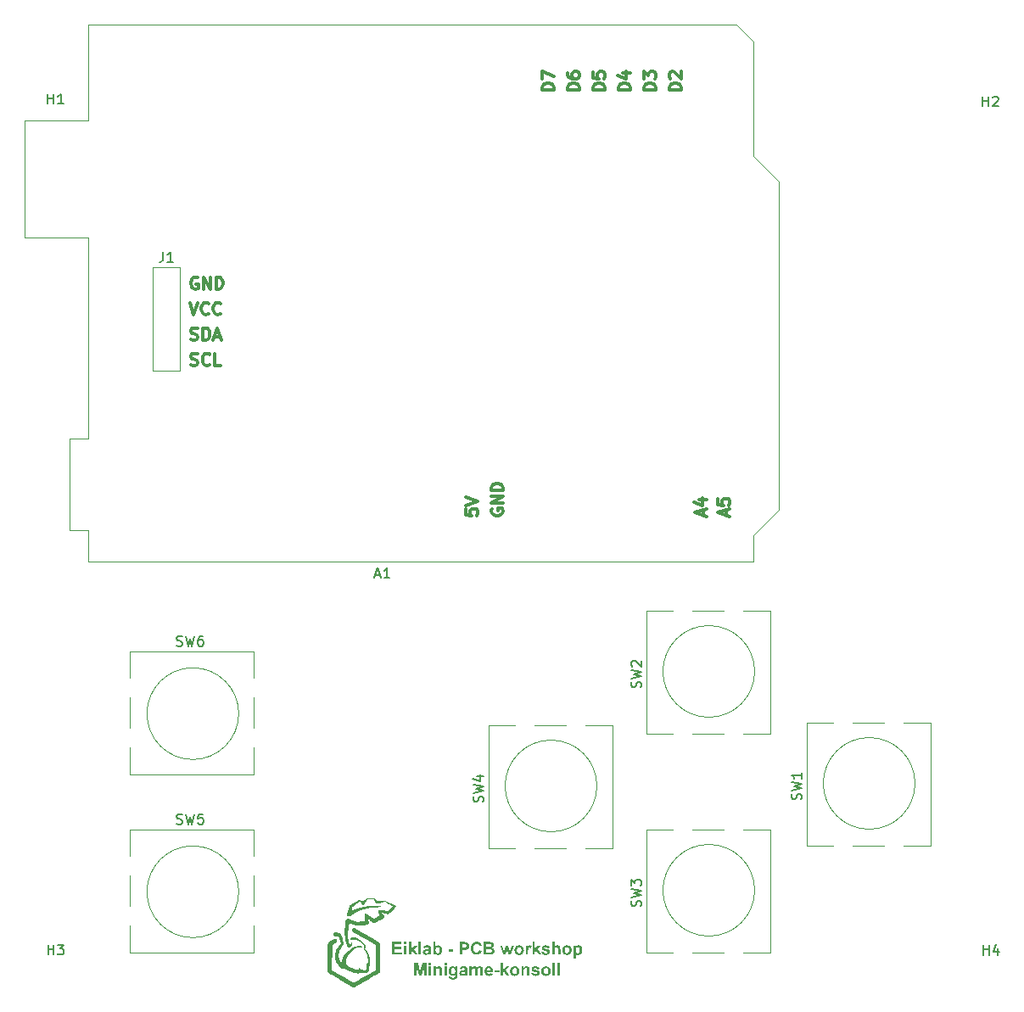
<source format=gto>
G04 #@! TF.GenerationSoftware,KiCad,Pcbnew,7.0.10*
G04 #@! TF.CreationDate,2024-02-16T21:01:07+01:00*
G04 #@! TF.ProjectId,minigame,6d696e69-6761-46d6-952e-6b696361645f,1.0*
G04 #@! TF.SameCoordinates,Original*
G04 #@! TF.FileFunction,Legend,Top*
G04 #@! TF.FilePolarity,Positive*
%FSLAX46Y46*%
G04 Gerber Fmt 4.6, Leading zero omitted, Abs format (unit mm)*
G04 Created by KiCad (PCBNEW 7.0.10) date 2024-02-16 21:01:07*
%MOMM*%
%LPD*%
G01*
G04 APERTURE LIST*
%ADD10C,0.300000*%
%ADD11C,0.150000*%
%ADD12C,0.120000*%
%ADD13C,3.400000*%
%ADD14C,6.000000*%
%ADD15O,1.850000X3.048000*%
%ADD16C,1.700000*%
%ADD17O,1.700000X1.700000*%
%ADD18O,3.048000X1.850000*%
%ADD19R,1.600000X1.600000*%
%ADD20O,1.600000X1.600000*%
G04 APERTURE END LIST*
D10*
X102203653Y-75910685D02*
X102089368Y-75853542D01*
X102089368Y-75853542D02*
X101917939Y-75853542D01*
X101917939Y-75853542D02*
X101746510Y-75910685D01*
X101746510Y-75910685D02*
X101632225Y-76024971D01*
X101632225Y-76024971D02*
X101575082Y-76139257D01*
X101575082Y-76139257D02*
X101517939Y-76367828D01*
X101517939Y-76367828D02*
X101517939Y-76539257D01*
X101517939Y-76539257D02*
X101575082Y-76767828D01*
X101575082Y-76767828D02*
X101632225Y-76882114D01*
X101632225Y-76882114D02*
X101746510Y-76996400D01*
X101746510Y-76996400D02*
X101917939Y-77053542D01*
X101917939Y-77053542D02*
X102032225Y-77053542D01*
X102032225Y-77053542D02*
X102203653Y-76996400D01*
X102203653Y-76996400D02*
X102260796Y-76939257D01*
X102260796Y-76939257D02*
X102260796Y-76539257D01*
X102260796Y-76539257D02*
X102032225Y-76539257D01*
X102775082Y-77053542D02*
X102775082Y-75853542D01*
X102775082Y-75853542D02*
X103460796Y-77053542D01*
X103460796Y-77053542D02*
X103460796Y-75853542D01*
X104032225Y-77053542D02*
X104032225Y-75853542D01*
X104032225Y-75853542D02*
X104317939Y-75853542D01*
X104317939Y-75853542D02*
X104489368Y-75910685D01*
X104489368Y-75910685D02*
X104603653Y-76024971D01*
X104603653Y-76024971D02*
X104660796Y-76139257D01*
X104660796Y-76139257D02*
X104717939Y-76367828D01*
X104717939Y-76367828D02*
X104717939Y-76539257D01*
X104717939Y-76539257D02*
X104660796Y-76767828D01*
X104660796Y-76767828D02*
X104603653Y-76882114D01*
X104603653Y-76882114D02*
X104489368Y-76996400D01*
X104489368Y-76996400D02*
X104317939Y-77053542D01*
X104317939Y-77053542D02*
X104032225Y-77053542D01*
X128939542Y-99021489D02*
X128939542Y-99592917D01*
X128939542Y-99592917D02*
X129510971Y-99650060D01*
X129510971Y-99650060D02*
X129453828Y-99592917D01*
X129453828Y-99592917D02*
X129396685Y-99478632D01*
X129396685Y-99478632D02*
X129396685Y-99192917D01*
X129396685Y-99192917D02*
X129453828Y-99078632D01*
X129453828Y-99078632D02*
X129510971Y-99021489D01*
X129510971Y-99021489D02*
X129625257Y-98964346D01*
X129625257Y-98964346D02*
X129910971Y-98964346D01*
X129910971Y-98964346D02*
X130025257Y-99021489D01*
X130025257Y-99021489D02*
X130082400Y-99078632D01*
X130082400Y-99078632D02*
X130139542Y-99192917D01*
X130139542Y-99192917D02*
X130139542Y-99478632D01*
X130139542Y-99478632D02*
X130082400Y-99592917D01*
X130082400Y-99592917D02*
X130025257Y-99650060D01*
X128939542Y-98621489D02*
X130139542Y-98221489D01*
X130139542Y-98221489D02*
X128939542Y-97821489D01*
X101517939Y-84616400D02*
X101689368Y-84673542D01*
X101689368Y-84673542D02*
X101975082Y-84673542D01*
X101975082Y-84673542D02*
X102089368Y-84616400D01*
X102089368Y-84616400D02*
X102146510Y-84559257D01*
X102146510Y-84559257D02*
X102203653Y-84444971D01*
X102203653Y-84444971D02*
X102203653Y-84330685D01*
X102203653Y-84330685D02*
X102146510Y-84216400D01*
X102146510Y-84216400D02*
X102089368Y-84159257D01*
X102089368Y-84159257D02*
X101975082Y-84102114D01*
X101975082Y-84102114D02*
X101746510Y-84044971D01*
X101746510Y-84044971D02*
X101632225Y-83987828D01*
X101632225Y-83987828D02*
X101575082Y-83930685D01*
X101575082Y-83930685D02*
X101517939Y-83816400D01*
X101517939Y-83816400D02*
X101517939Y-83702114D01*
X101517939Y-83702114D02*
X101575082Y-83587828D01*
X101575082Y-83587828D02*
X101632225Y-83530685D01*
X101632225Y-83530685D02*
X101746510Y-83473542D01*
X101746510Y-83473542D02*
X102032225Y-83473542D01*
X102032225Y-83473542D02*
X102203653Y-83530685D01*
X103403653Y-84559257D02*
X103346510Y-84616400D01*
X103346510Y-84616400D02*
X103175082Y-84673542D01*
X103175082Y-84673542D02*
X103060796Y-84673542D01*
X103060796Y-84673542D02*
X102889367Y-84616400D01*
X102889367Y-84616400D02*
X102775082Y-84502114D01*
X102775082Y-84502114D02*
X102717939Y-84387828D01*
X102717939Y-84387828D02*
X102660796Y-84159257D01*
X102660796Y-84159257D02*
X102660796Y-83987828D01*
X102660796Y-83987828D02*
X102717939Y-83759257D01*
X102717939Y-83759257D02*
X102775082Y-83644971D01*
X102775082Y-83644971D02*
X102889367Y-83530685D01*
X102889367Y-83530685D02*
X103060796Y-83473542D01*
X103060796Y-83473542D02*
X103175082Y-83473542D01*
X103175082Y-83473542D02*
X103346510Y-83530685D01*
X103346510Y-83530685D02*
X103403653Y-83587828D01*
X104489367Y-84673542D02*
X103917939Y-84673542D01*
X103917939Y-84673542D02*
X103917939Y-83473542D01*
G36*
X121618213Y-143483500D02*
G01*
X121618213Y-142213437D01*
X122551526Y-142213437D01*
X122551526Y-142428370D01*
X121872531Y-142428370D01*
X121872531Y-142701922D01*
X122504509Y-142701922D01*
X122504509Y-142916856D01*
X121872531Y-142916856D01*
X121872531Y-143268566D01*
X122575645Y-143268566D01*
X122575645Y-143483500D01*
X121618213Y-143483500D01*
G37*
G36*
X122782640Y-142428370D02*
G01*
X122782640Y-142213437D01*
X123024136Y-142213437D01*
X123024136Y-142428370D01*
X122782640Y-142428370D01*
G37*
G36*
X122782640Y-143483500D02*
G01*
X122782640Y-142565146D01*
X123024136Y-142565146D01*
X123024136Y-143483500D01*
X122782640Y-143483500D01*
G37*
G36*
X123260135Y-143483500D02*
G01*
X123260135Y-142213437D01*
X123501630Y-142213437D01*
X123501630Y-142888463D01*
X123784036Y-142565146D01*
X124081097Y-142565146D01*
X123769382Y-142900980D01*
X124103384Y-143483500D01*
X123843265Y-143483500D01*
X123613982Y-143069203D01*
X123501630Y-143189492D01*
X123501630Y-143483500D01*
X123260135Y-143483500D01*
G37*
G36*
X124241991Y-143483500D02*
G01*
X124241991Y-142213437D01*
X124483487Y-142213437D01*
X124483487Y-143483500D01*
X124241991Y-143483500D01*
G37*
G36*
X125104494Y-142545757D02*
G01*
X125123713Y-142546208D01*
X125142285Y-142546959D01*
X125160211Y-142548011D01*
X125177490Y-142549364D01*
X125194124Y-142551017D01*
X125210110Y-142552970D01*
X125225451Y-142555224D01*
X125240144Y-142557779D01*
X125254192Y-142560634D01*
X125267593Y-142563789D01*
X125280348Y-142567245D01*
X125292456Y-142571002D01*
X125309407Y-142577201D01*
X125324903Y-142584075D01*
X125339316Y-142591470D01*
X125352903Y-142599231D01*
X125365663Y-142607356D01*
X125377597Y-142615846D01*
X125388704Y-142624701D01*
X125398985Y-142633921D01*
X125408439Y-142643506D01*
X125417067Y-142653455D01*
X125424868Y-142663770D01*
X125431843Y-142674450D01*
X125436034Y-142681772D01*
X125441817Y-142693693D01*
X125447032Y-142707357D01*
X125451678Y-142722766D01*
X125455754Y-142739918D01*
X125458156Y-142752323D01*
X125460305Y-142765502D01*
X125462202Y-142779456D01*
X125463845Y-142794186D01*
X125465236Y-142809691D01*
X125466373Y-142825971D01*
X125467258Y-142843026D01*
X125467890Y-142860857D01*
X125468269Y-142879462D01*
X125468396Y-142898843D01*
X125465648Y-143182165D01*
X125465693Y-143197029D01*
X125465829Y-143211398D01*
X125466056Y-143225270D01*
X125466373Y-143238646D01*
X125466781Y-143251526D01*
X125467280Y-143263910D01*
X125468197Y-143281556D01*
X125469319Y-143298085D01*
X125470645Y-143313498D01*
X125472174Y-143327795D01*
X125473907Y-143340975D01*
X125475845Y-143353039D01*
X125477250Y-143360462D01*
X125480465Y-143374940D01*
X125484310Y-143389676D01*
X125488784Y-143404669D01*
X125493889Y-143419920D01*
X125498130Y-143431527D01*
X125502726Y-143443279D01*
X125507676Y-143455176D01*
X125512980Y-143467218D01*
X125518638Y-143479405D01*
X125520603Y-143483500D01*
X125282161Y-143483500D01*
X125277815Y-143471378D01*
X125273765Y-143459128D01*
X125269415Y-143445160D01*
X125265560Y-143432209D01*
X125261496Y-143418064D01*
X125258958Y-143409005D01*
X125255499Y-143396537D01*
X125252073Y-143384696D01*
X125250409Y-143379391D01*
X125238713Y-143390738D01*
X125226867Y-143401537D01*
X125214871Y-143411790D01*
X125202725Y-143421494D01*
X125190428Y-143430652D01*
X125177981Y-143439261D01*
X125165383Y-143447324D01*
X125152636Y-143454839D01*
X125139738Y-143461807D01*
X125126690Y-143468227D01*
X125117907Y-143472203D01*
X125104655Y-143477714D01*
X125091231Y-143482683D01*
X125077636Y-143487109D01*
X125063869Y-143490994D01*
X125049930Y-143494336D01*
X125035819Y-143497137D01*
X125021536Y-143499395D01*
X125007082Y-143501112D01*
X124992456Y-143502286D01*
X124977659Y-143502918D01*
X124967698Y-143503039D01*
X124950337Y-143502736D01*
X124933442Y-143501827D01*
X124917012Y-143500313D01*
X124901046Y-143498192D01*
X124885546Y-143495466D01*
X124870511Y-143492134D01*
X124855941Y-143488196D01*
X124841837Y-143483652D01*
X124828197Y-143478503D01*
X124815022Y-143472747D01*
X124802313Y-143466386D01*
X124790069Y-143459419D01*
X124778289Y-143451846D01*
X124766975Y-143443667D01*
X124756126Y-143434882D01*
X124745742Y-143425492D01*
X124735908Y-143415637D01*
X124726709Y-143405461D01*
X124718143Y-143394963D01*
X124710213Y-143384142D01*
X124702916Y-143373000D01*
X124696255Y-143361535D01*
X124690227Y-143349749D01*
X124684834Y-143337641D01*
X124680076Y-143325210D01*
X124675952Y-143312458D01*
X124672462Y-143299384D01*
X124669607Y-143285987D01*
X124667387Y-143272269D01*
X124665801Y-143258228D01*
X124664849Y-143243866D01*
X124664532Y-143229182D01*
X124664856Y-143214620D01*
X124665238Y-143209032D01*
X124906027Y-143209032D01*
X124906951Y-143223785D01*
X124909724Y-143237898D01*
X124914345Y-143251370D01*
X124920815Y-143264201D01*
X124929133Y-143276391D01*
X124937119Y-143285681D01*
X124943884Y-143292379D01*
X124953668Y-143300537D01*
X124964092Y-143307606D01*
X124975154Y-143313589D01*
X124986856Y-143318483D01*
X124999197Y-143322290D01*
X125012177Y-143325009D01*
X125025796Y-143326640D01*
X125040055Y-143327184D01*
X125056293Y-143326550D01*
X125072341Y-143324646D01*
X125088198Y-143321474D01*
X125103863Y-143317033D01*
X125115488Y-143312869D01*
X125127004Y-143307992D01*
X125138414Y-143302401D01*
X125149716Y-143296096D01*
X125160911Y-143289077D01*
X125164619Y-143286579D01*
X125175066Y-143278584D01*
X125184578Y-143270169D01*
X125193155Y-143261334D01*
X125202562Y-143249700D01*
X125210507Y-143237411D01*
X125216992Y-143224465D01*
X125222016Y-143210863D01*
X125225232Y-143198005D01*
X125227404Y-143184436D01*
X125228809Y-143171714D01*
X125229918Y-143157331D01*
X125230732Y-143141288D01*
X125231148Y-143128167D01*
X125231397Y-143114111D01*
X125231480Y-143099122D01*
X125231480Y-143053632D01*
X125219034Y-143057386D01*
X125204900Y-143061322D01*
X125189077Y-143065439D01*
X125176101Y-143068645D01*
X125162175Y-143071954D01*
X125147300Y-143075364D01*
X125131474Y-143078877D01*
X125114699Y-143082491D01*
X125096974Y-143086208D01*
X125084629Y-143088742D01*
X125072346Y-143091258D01*
X125054940Y-143095024D01*
X125038757Y-143098779D01*
X125023799Y-143102523D01*
X125010064Y-143106256D01*
X124997552Y-143109979D01*
X124982774Y-143114926D01*
X124970170Y-143119854D01*
X124957475Y-143125987D01*
X124953349Y-143128431D01*
X124942258Y-143136636D01*
X124932645Y-143145376D01*
X124924512Y-143154649D01*
X124916425Y-143166993D01*
X124910648Y-143180171D01*
X124907182Y-143194184D01*
X124906027Y-143209032D01*
X124665238Y-143209032D01*
X124665830Y-143200359D01*
X124667454Y-143186399D01*
X124669727Y-143172739D01*
X124672649Y-143159379D01*
X124676220Y-143146320D01*
X124680441Y-143133562D01*
X124685311Y-143121104D01*
X124690831Y-143108947D01*
X124697000Y-143097090D01*
X124701473Y-143089353D01*
X124708660Y-143078044D01*
X124716368Y-143067246D01*
X124724596Y-143056957D01*
X124733344Y-143047178D01*
X124742613Y-143037909D01*
X124752403Y-143029149D01*
X124762713Y-143020900D01*
X124773544Y-143013160D01*
X124784895Y-143005930D01*
X124796767Y-142999211D01*
X124804971Y-142995014D01*
X124817968Y-142988961D01*
X124832001Y-142983053D01*
X124847070Y-142977290D01*
X124863175Y-142971672D01*
X124880315Y-142966199D01*
X124892317Y-142962631D01*
X124904780Y-142959127D01*
X124917702Y-142955688D01*
X124931086Y-142952313D01*
X124944929Y-142949002D01*
X124959233Y-142945756D01*
X124973998Y-142942574D01*
X124989222Y-142939457D01*
X124997007Y-142937922D01*
X125017744Y-142933895D01*
X125037670Y-142929903D01*
X125056785Y-142925947D01*
X125075089Y-142922027D01*
X125092582Y-142918143D01*
X125109263Y-142914294D01*
X125125134Y-142910482D01*
X125140195Y-142906705D01*
X125154444Y-142902964D01*
X125167882Y-142899258D01*
X125180509Y-142895589D01*
X125192325Y-142891955D01*
X125208529Y-142886571D01*
X125222908Y-142881268D01*
X125231480Y-142877777D01*
X125231480Y-142853048D01*
X125231177Y-142840069D01*
X125230267Y-142827810D01*
X125228111Y-142812583D01*
X125224877Y-142798634D01*
X125220565Y-142785964D01*
X125215174Y-142774573D01*
X125206920Y-142762131D01*
X125196981Y-142751687D01*
X125184805Y-142742979D01*
X125172917Y-142737076D01*
X125159121Y-142732117D01*
X125143417Y-142728103D01*
X125130387Y-142725712D01*
X125116283Y-142723853D01*
X125101106Y-142722524D01*
X125084856Y-142721727D01*
X125067532Y-142721462D01*
X125051866Y-142721867D01*
X125037078Y-142723084D01*
X125023168Y-142725111D01*
X125010135Y-142727950D01*
X124997980Y-142731599D01*
X124984021Y-142737301D01*
X124971433Y-142744270D01*
X124966782Y-142747413D01*
X124955859Y-142756484D01*
X124945608Y-142767478D01*
X124937889Y-142777658D01*
X124930600Y-142789069D01*
X124923740Y-142801710D01*
X124917310Y-142815582D01*
X124911309Y-142830685D01*
X124908469Y-142838698D01*
X124689566Y-142799620D01*
X124694392Y-142783701D01*
X124699632Y-142768307D01*
X124705287Y-142753438D01*
X124711358Y-142739093D01*
X124717843Y-142725273D01*
X124724743Y-142711978D01*
X124732059Y-142699208D01*
X124739789Y-142686963D01*
X124747934Y-142675242D01*
X124756495Y-142664046D01*
X124765470Y-142653374D01*
X124774861Y-142643228D01*
X124784666Y-142633606D01*
X124794887Y-142624509D01*
X124805522Y-142615937D01*
X124816573Y-142607889D01*
X124828210Y-142600347D01*
X124840530Y-142593292D01*
X124853531Y-142586723D01*
X124867215Y-142580641D01*
X124881581Y-142575045D01*
X124896629Y-142569936D01*
X124912359Y-142565313D01*
X124928772Y-142561177D01*
X124945866Y-142557528D01*
X124963643Y-142554365D01*
X124982102Y-142551689D01*
X125001243Y-142549500D01*
X125021067Y-142547797D01*
X125041572Y-142546580D01*
X125062760Y-142545850D01*
X125084629Y-142545607D01*
X125104494Y-142545757D01*
G37*
G36*
X125932457Y-142672613D02*
G01*
X125946585Y-142657234D01*
X125961032Y-142642846D01*
X125975798Y-142629451D01*
X125990885Y-142617048D01*
X126006291Y-142605637D01*
X126022016Y-142595219D01*
X126038061Y-142585793D01*
X126054426Y-142577359D01*
X126071110Y-142569917D01*
X126088114Y-142563467D01*
X126105438Y-142558010D01*
X126123081Y-142553545D01*
X126141044Y-142550072D01*
X126159326Y-142547591D01*
X126177928Y-142546103D01*
X126196850Y-142545607D01*
X126217462Y-142546080D01*
X126237623Y-142547501D01*
X126257332Y-142549868D01*
X126276592Y-142553182D01*
X126295400Y-142557443D01*
X126313758Y-142562651D01*
X126331664Y-142568806D01*
X126349120Y-142575908D01*
X126366125Y-142583957D01*
X126382680Y-142592953D01*
X126398783Y-142602896D01*
X126414436Y-142613785D01*
X126429638Y-142625622D01*
X126444389Y-142638405D01*
X126458690Y-142652135D01*
X126472539Y-142666812D01*
X126485738Y-142682376D01*
X126498085Y-142698764D01*
X126509580Y-142715978D01*
X126520224Y-142734017D01*
X126530016Y-142752882D01*
X126538957Y-142772572D01*
X126547046Y-142793087D01*
X126554284Y-142814427D01*
X126560671Y-142836592D01*
X126566205Y-142859583D01*
X126570889Y-142883399D01*
X126572911Y-142895617D01*
X126574721Y-142908040D01*
X126576317Y-142920671D01*
X126577701Y-142933507D01*
X126578872Y-142946550D01*
X126579830Y-142959799D01*
X126580575Y-142973254D01*
X126581107Y-142986916D01*
X126581426Y-143000784D01*
X126581533Y-143014859D01*
X126581424Y-143029408D01*
X126581099Y-143043748D01*
X126580556Y-143057878D01*
X126579796Y-143071798D01*
X126578820Y-143085508D01*
X126577626Y-143099008D01*
X126576215Y-143112298D01*
X126574587Y-143125378D01*
X126572742Y-143138249D01*
X126570680Y-143150909D01*
X126568401Y-143163360D01*
X126565905Y-143175601D01*
X126563192Y-143187632D01*
X126557114Y-143211064D01*
X126550169Y-143233656D01*
X126542355Y-143255409D01*
X126533673Y-143276322D01*
X126524122Y-143296396D01*
X126513704Y-143315630D01*
X126502417Y-143334025D01*
X126490262Y-143351580D01*
X126477239Y-143368295D01*
X126470402Y-143376338D01*
X126456325Y-143391681D01*
X126441875Y-143406033D01*
X126427054Y-143419396D01*
X126411860Y-143431770D01*
X126396294Y-143443153D01*
X126380357Y-143453546D01*
X126364047Y-143462950D01*
X126347365Y-143471364D01*
X126330311Y-143478788D01*
X126312885Y-143485222D01*
X126295086Y-143490666D01*
X126276916Y-143495120D01*
X126258374Y-143498585D01*
X126239459Y-143501059D01*
X126220172Y-143502544D01*
X126200514Y-143503039D01*
X126185878Y-143502701D01*
X126171280Y-143501687D01*
X126156719Y-143499996D01*
X126142196Y-143497629D01*
X126127711Y-143494586D01*
X126113263Y-143490867D01*
X126098852Y-143486472D01*
X126084479Y-143481401D01*
X126070144Y-143475653D01*
X126055846Y-143469229D01*
X126046336Y-143464571D01*
X126032267Y-143457022D01*
X126018568Y-143448803D01*
X126005240Y-143439914D01*
X125992282Y-143430353D01*
X125979695Y-143420121D01*
X125967478Y-143409219D01*
X125955631Y-143397646D01*
X125944154Y-143385402D01*
X125933048Y-143372487D01*
X125922312Y-143358901D01*
X125915360Y-143349471D01*
X125915360Y-143483500D01*
X125691267Y-143483500D01*
X125691267Y-143006921D01*
X125930625Y-143006921D01*
X125930800Y-143025166D01*
X125931322Y-143042808D01*
X125932193Y-143059847D01*
X125933411Y-143076282D01*
X125934978Y-143092113D01*
X125936894Y-143107342D01*
X125939157Y-143121966D01*
X125941769Y-143135988D01*
X125944729Y-143149406D01*
X125948037Y-143162220D01*
X125951694Y-143174431D01*
X125955699Y-143186038D01*
X125962359Y-143202318D01*
X125969802Y-143217240D01*
X125975200Y-143226434D01*
X125983221Y-143238634D01*
X125991562Y-143250047D01*
X126000223Y-143260673D01*
X126009203Y-143270512D01*
X126018503Y-143279564D01*
X126028122Y-143287829D01*
X126038061Y-143295306D01*
X126048320Y-143301997D01*
X126064307Y-143310556D01*
X126081014Y-143317345D01*
X126098439Y-143322363D01*
X126110456Y-143324724D01*
X126122792Y-143326299D01*
X126135448Y-143327086D01*
X126141896Y-143327184D01*
X126156684Y-143326556D01*
X126171054Y-143324672D01*
X126185006Y-143321533D01*
X126198539Y-143317138D01*
X126211653Y-143311487D01*
X126224349Y-143304580D01*
X126236626Y-143296417D01*
X126248485Y-143286998D01*
X126259925Y-143276324D01*
X126270946Y-143264394D01*
X126278061Y-143255743D01*
X126288100Y-143241569D01*
X126297152Y-143225951D01*
X126302638Y-143214737D01*
X126307685Y-143202881D01*
X126312293Y-143190384D01*
X126316462Y-143177245D01*
X126320193Y-143163465D01*
X126323484Y-143149043D01*
X126326337Y-143133979D01*
X126328751Y-143118274D01*
X126330726Y-143101927D01*
X126332262Y-143084939D01*
X126333359Y-143067309D01*
X126334017Y-143049037D01*
X126334237Y-143030124D01*
X126334015Y-143010025D01*
X126333349Y-142990639D01*
X126332240Y-142971967D01*
X126330688Y-142954008D01*
X126328691Y-142936762D01*
X126326251Y-142920229D01*
X126323367Y-142904409D01*
X126320040Y-142889302D01*
X126316269Y-142874909D01*
X126312055Y-142861229D01*
X126307396Y-142848262D01*
X126302294Y-142836008D01*
X126296749Y-142824467D01*
X126290760Y-142813640D01*
X126280944Y-142798736D01*
X126277450Y-142794124D01*
X126266578Y-142781139D01*
X126255143Y-142769430D01*
X126243144Y-142758999D01*
X126230581Y-142749846D01*
X126217455Y-142741969D01*
X126203766Y-142735370D01*
X126189513Y-142730048D01*
X126174697Y-142726003D01*
X126159317Y-142723236D01*
X126143373Y-142721746D01*
X126132431Y-142721462D01*
X126116429Y-142722084D01*
X126100936Y-142723952D01*
X126085953Y-142727065D01*
X126071480Y-142731422D01*
X126057517Y-142737025D01*
X126044064Y-142743873D01*
X126031120Y-142751966D01*
X126018686Y-142761304D01*
X126006763Y-142771887D01*
X125995349Y-142783715D01*
X125988023Y-142792292D01*
X125977765Y-142806162D01*
X125968516Y-142821326D01*
X125960277Y-142837783D01*
X125955344Y-142849473D01*
X125950860Y-142861737D01*
X125946824Y-142874577D01*
X125943237Y-142887991D01*
X125940098Y-142901980D01*
X125937408Y-142916544D01*
X125935166Y-142931683D01*
X125933372Y-142947396D01*
X125932027Y-142963685D01*
X125931130Y-142980548D01*
X125930682Y-142997986D01*
X125930625Y-143006921D01*
X125691267Y-143006921D01*
X125691267Y-142213437D01*
X125932457Y-142213437D01*
X125932457Y-142672613D01*
G37*
G36*
X127228776Y-143151329D02*
G01*
X127228776Y-142936396D01*
X127702607Y-142936396D01*
X127702607Y-143151329D01*
X127228776Y-143151329D01*
G37*
G36*
X128748572Y-142213455D02*
G01*
X128762600Y-142213511D01*
X128776312Y-142213603D01*
X128789707Y-142213732D01*
X128802787Y-142213899D01*
X128815551Y-142214102D01*
X128827999Y-142214342D01*
X128851946Y-142214934D01*
X128874629Y-142215673D01*
X128896048Y-142216561D01*
X128916203Y-142217596D01*
X128935093Y-142218779D01*
X128952720Y-142220110D01*
X128969082Y-142221589D01*
X128984180Y-142223215D01*
X128998014Y-142224990D01*
X129010584Y-142226912D01*
X129027069Y-142230073D01*
X129036479Y-142232366D01*
X129049888Y-142236136D01*
X129063021Y-142240427D01*
X129075877Y-142245238D01*
X129088456Y-142250569D01*
X129100759Y-142256420D01*
X129112785Y-142262791D01*
X129124535Y-142269682D01*
X129136008Y-142277092D01*
X129147204Y-142285023D01*
X129158123Y-142293474D01*
X129168766Y-142302445D01*
X129179132Y-142311935D01*
X129189221Y-142321946D01*
X129199034Y-142332476D01*
X129208570Y-142343527D01*
X129217829Y-142355098D01*
X129226665Y-142367144D01*
X129234931Y-142379622D01*
X129242626Y-142392532D01*
X129249752Y-142405873D01*
X129256308Y-142419647D01*
X129262293Y-142433852D01*
X129267709Y-142448488D01*
X129272555Y-142463557D01*
X129276830Y-142479057D01*
X129280535Y-142494989D01*
X129283671Y-142511352D01*
X129286236Y-142528147D01*
X129288231Y-142545374D01*
X129289656Y-142563033D01*
X129290511Y-142581124D01*
X129290796Y-142599646D01*
X129290632Y-142613928D01*
X129290138Y-142627924D01*
X129289315Y-142641634D01*
X129288163Y-142655058D01*
X129286682Y-142668196D01*
X129284872Y-142681047D01*
X129282732Y-142693612D01*
X129280263Y-142705891D01*
X129277466Y-142717884D01*
X129272652Y-142735336D01*
X129267097Y-142752145D01*
X129260802Y-142768309D01*
X129253766Y-142783830D01*
X129248665Y-142793819D01*
X129240566Y-142808290D01*
X129232071Y-142822165D01*
X129223178Y-142835445D01*
X129213889Y-142848129D01*
X129204202Y-142860218D01*
X129194118Y-142871711D01*
X129183637Y-142882608D01*
X129172758Y-142892909D01*
X129161483Y-142902614D01*
X129149811Y-142911724D01*
X129141808Y-142917467D01*
X129129651Y-142925616D01*
X129117451Y-142933234D01*
X129105208Y-142940321D01*
X129092922Y-142946876D01*
X129080593Y-142952900D01*
X129068221Y-142958393D01*
X129055806Y-142963354D01*
X129043348Y-142967785D01*
X129030847Y-142971683D01*
X129018303Y-142975051D01*
X129009917Y-142977001D01*
X128992142Y-142980220D01*
X128979496Y-142982190D01*
X128966213Y-142984020D01*
X128952293Y-142985708D01*
X128937736Y-142987256D01*
X128922542Y-142988664D01*
X128906712Y-142989930D01*
X128890244Y-142991056D01*
X128873140Y-142992041D01*
X128855399Y-142992885D01*
X128837021Y-142993589D01*
X128818007Y-142994152D01*
X128798355Y-142994574D01*
X128778067Y-142994855D01*
X128757142Y-142994996D01*
X128746440Y-142995014D01*
X128580660Y-142995014D01*
X128580660Y-143483500D01*
X128326342Y-143483500D01*
X128326342Y-142428370D01*
X128580660Y-142428370D01*
X128580660Y-142780080D01*
X128719879Y-142780080D01*
X128738266Y-142780005D01*
X128755876Y-142779780D01*
X128772708Y-142779404D01*
X128788763Y-142778878D01*
X128804040Y-142778202D01*
X128818540Y-142777375D01*
X128832261Y-142776399D01*
X128845206Y-142775272D01*
X128857373Y-142773994D01*
X128874165Y-142771797D01*
X128889208Y-142769261D01*
X128902501Y-142766387D01*
X128917504Y-142762029D01*
X128920769Y-142760846D01*
X128933095Y-142755618D01*
X128944735Y-142749702D01*
X128955688Y-142743100D01*
X128965953Y-142735811D01*
X128975532Y-142727835D01*
X128984424Y-142719172D01*
X128992629Y-142709822D01*
X129000147Y-142699785D01*
X129006874Y-142689195D01*
X129012703Y-142678185D01*
X129017636Y-142666755D01*
X129021671Y-142654906D01*
X129024810Y-142642636D01*
X129027052Y-142629947D01*
X129028398Y-142616838D01*
X129028846Y-142603309D01*
X129028492Y-142590865D01*
X129026918Y-142574915D01*
X129024084Y-142559700D01*
X129019991Y-142545220D01*
X129014639Y-142531474D01*
X129008027Y-142518463D01*
X129000156Y-142506186D01*
X128991025Y-142494644D01*
X128988546Y-142491874D01*
X128978132Y-142481398D01*
X128967041Y-142471952D01*
X128955273Y-142463538D01*
X128942827Y-142456153D01*
X128929703Y-142449799D01*
X128915903Y-142444475D01*
X128901425Y-142440182D01*
X128886269Y-142436919D01*
X128873461Y-142434915D01*
X128857781Y-142433179D01*
X128844136Y-142432052D01*
X128828876Y-142431075D01*
X128812000Y-142430249D01*
X128793509Y-142429573D01*
X128780285Y-142429205D01*
X128766342Y-142428905D01*
X128751682Y-142428671D01*
X128736303Y-142428504D01*
X128720207Y-142428404D01*
X128703392Y-142428370D01*
X128580660Y-142428370D01*
X128326342Y-142428370D01*
X128326342Y-142213437D01*
X128734228Y-142213437D01*
X128748572Y-142213455D01*
G37*
G36*
X130297993Y-142995014D02*
G01*
X130544373Y-143073172D01*
X130540750Y-143086080D01*
X130536981Y-143098780D01*
X130533065Y-143111270D01*
X130529003Y-143123551D01*
X130524793Y-143135623D01*
X130520438Y-143147486D01*
X130515935Y-143159139D01*
X130511286Y-143170582D01*
X130506490Y-143181817D01*
X130496457Y-143203658D01*
X130485839Y-143224662D01*
X130474633Y-143244829D01*
X130462841Y-143264158D01*
X130450462Y-143282651D01*
X130437496Y-143300306D01*
X130423943Y-143317124D01*
X130409804Y-143333104D01*
X130395078Y-143348248D01*
X130379765Y-143362554D01*
X130363865Y-143376023D01*
X130355695Y-143382444D01*
X130338969Y-143394681D01*
X130321687Y-143406129D01*
X130303850Y-143416787D01*
X130285456Y-143426656D01*
X130266507Y-143435735D01*
X130247002Y-143444025D01*
X130226942Y-143451525D01*
X130206325Y-143458236D01*
X130185153Y-143464157D01*
X130163426Y-143469289D01*
X130141142Y-143473631D01*
X130118303Y-143477184D01*
X130094908Y-143479947D01*
X130070957Y-143481921D01*
X130046450Y-143483105D01*
X130033988Y-143483401D01*
X130021388Y-143483500D01*
X130005809Y-143483334D01*
X129990404Y-143482836D01*
X129975174Y-143482008D01*
X129960117Y-143480847D01*
X129945235Y-143479355D01*
X129930527Y-143477532D01*
X129915993Y-143475377D01*
X129901633Y-143472890D01*
X129887447Y-143470072D01*
X129873435Y-143466922D01*
X129859597Y-143463441D01*
X129845934Y-143459629D01*
X129832444Y-143455484D01*
X129819129Y-143451009D01*
X129805988Y-143446201D01*
X129793021Y-143441062D01*
X129780228Y-143435592D01*
X129767609Y-143429790D01*
X129755164Y-143423656D01*
X129742894Y-143417191D01*
X129730797Y-143410395D01*
X129718875Y-143403267D01*
X129707127Y-143395807D01*
X129695553Y-143388016D01*
X129684153Y-143379893D01*
X129672927Y-143371439D01*
X129661875Y-143362653D01*
X129650997Y-143353536D01*
X129640294Y-143344087D01*
X129629764Y-143334306D01*
X129619409Y-143324194D01*
X129609228Y-143313751D01*
X129599310Y-143303020D01*
X129589708Y-143292046D01*
X129580420Y-143280828D01*
X129571447Y-143269367D01*
X129562789Y-143257663D01*
X129554445Y-143245716D01*
X129546417Y-143233525D01*
X129538703Y-143221091D01*
X129531304Y-143208414D01*
X129524220Y-143195493D01*
X129517451Y-143182329D01*
X129510997Y-143168922D01*
X129504857Y-143155272D01*
X129499033Y-143141378D01*
X129493523Y-143127241D01*
X129488328Y-143112861D01*
X129483448Y-143098237D01*
X129478883Y-143083371D01*
X129474632Y-143068260D01*
X129470697Y-143052907D01*
X129467076Y-143037310D01*
X129463770Y-143021470D01*
X129460779Y-143005387D01*
X129458103Y-142989060D01*
X129455741Y-142972491D01*
X129453695Y-142955677D01*
X129451963Y-142938621D01*
X129450547Y-142921321D01*
X129449445Y-142903778D01*
X129448657Y-142885992D01*
X129448185Y-142867962D01*
X129448028Y-142849689D01*
X129448186Y-142830362D01*
X129448661Y-142811307D01*
X129449453Y-142792524D01*
X129450561Y-142774012D01*
X129451986Y-142755773D01*
X129453727Y-142737805D01*
X129455785Y-142720109D01*
X129458160Y-142702686D01*
X129460851Y-142685534D01*
X129463859Y-142668654D01*
X129467184Y-142652046D01*
X129470825Y-142635710D01*
X129474783Y-142619645D01*
X129479058Y-142603853D01*
X129483649Y-142588333D01*
X129488557Y-142573084D01*
X129493781Y-142558108D01*
X129499322Y-142543403D01*
X129505180Y-142528970D01*
X129511354Y-142514809D01*
X129517845Y-142500921D01*
X129524653Y-142487304D01*
X129531777Y-142473958D01*
X129539218Y-142460885D01*
X129546976Y-142448084D01*
X129555050Y-142435555D01*
X129563441Y-142423297D01*
X129572148Y-142411312D01*
X129581172Y-142399598D01*
X129590513Y-142388156D01*
X129600170Y-142376986D01*
X129610144Y-142366088D01*
X129620395Y-142355495D01*
X129630845Y-142345237D01*
X129641494Y-142335316D01*
X129652343Y-142325731D01*
X129663390Y-142316483D01*
X129674637Y-142307570D01*
X129686083Y-142298994D01*
X129697728Y-142290755D01*
X129709572Y-142282852D01*
X129721616Y-142275285D01*
X129733858Y-142268054D01*
X129746300Y-142261159D01*
X129758941Y-142254601D01*
X129771781Y-142248380D01*
X129784820Y-142242494D01*
X129798058Y-142236945D01*
X129811496Y-142231732D01*
X129825133Y-142226856D01*
X129838968Y-142222316D01*
X129853003Y-142218112D01*
X129867238Y-142214244D01*
X129881671Y-142210713D01*
X129896303Y-142207518D01*
X129911135Y-142204659D01*
X129926166Y-142202137D01*
X129941396Y-142199951D01*
X129956825Y-142198101D01*
X129972453Y-142196588D01*
X129988281Y-142195411D01*
X130004308Y-142194570D01*
X130020533Y-142194065D01*
X130036958Y-142193897D01*
X130051318Y-142194039D01*
X130065508Y-142194463D01*
X130079528Y-142195169D01*
X130093377Y-142196158D01*
X130107057Y-142197430D01*
X130120567Y-142198985D01*
X130133907Y-142200822D01*
X130147078Y-142202942D01*
X130160078Y-142205344D01*
X130172908Y-142208029D01*
X130185568Y-142210997D01*
X130198058Y-142214248D01*
X130210379Y-142217781D01*
X130222529Y-142221596D01*
X130234510Y-142225695D01*
X130246320Y-142230076D01*
X130257961Y-142234739D01*
X130269431Y-142239686D01*
X130280732Y-142244915D01*
X130291863Y-142250426D01*
X130302824Y-142256220D01*
X130313615Y-142262297D01*
X130324236Y-142268657D01*
X130334687Y-142275299D01*
X130344968Y-142282224D01*
X130355079Y-142289431D01*
X130365020Y-142296921D01*
X130374791Y-142304694D01*
X130384392Y-142312749D01*
X130393824Y-142321087D01*
X130403085Y-142329708D01*
X130412176Y-142338611D01*
X130422733Y-142349626D01*
X130432956Y-142361223D01*
X130442845Y-142373401D01*
X130452400Y-142386162D01*
X130461621Y-142399505D01*
X130470508Y-142413430D01*
X130479062Y-142427936D01*
X130487281Y-142443025D01*
X130495166Y-142458696D01*
X130502718Y-142474948D01*
X130509936Y-142491783D01*
X130516819Y-142509200D01*
X130523369Y-142527198D01*
X130529585Y-142545779D01*
X130535467Y-142564941D01*
X130541015Y-142584686D01*
X130289444Y-142623765D01*
X130286469Y-142611487D01*
X130283114Y-142599536D01*
X130277371Y-142582222D01*
X130270774Y-142565644D01*
X130263325Y-142549800D01*
X130255021Y-142534692D01*
X130245865Y-142520320D01*
X130235855Y-142506682D01*
X130224992Y-142493780D01*
X130213276Y-142481612D01*
X130200706Y-142470181D01*
X130196327Y-142466533D01*
X130182778Y-142456221D01*
X130168692Y-142446924D01*
X130154070Y-142438640D01*
X130138911Y-142431371D01*
X130123215Y-142425116D01*
X130106983Y-142419876D01*
X130090214Y-142415649D01*
X130072908Y-142412437D01*
X130055065Y-142410240D01*
X130042872Y-142409338D01*
X130030441Y-142408887D01*
X130024136Y-142408831D01*
X130006862Y-142409220D01*
X129989999Y-142410386D01*
X129973546Y-142412330D01*
X129957503Y-142415052D01*
X129941871Y-142418551D01*
X129926648Y-142422827D01*
X129911836Y-142427881D01*
X129897435Y-142433713D01*
X129883443Y-142440323D01*
X129869862Y-142447709D01*
X129856691Y-142455874D01*
X129843930Y-142464816D01*
X129831580Y-142474536D01*
X129819639Y-142485033D01*
X129808109Y-142496308D01*
X129796990Y-142508360D01*
X129786453Y-142521284D01*
X129776596Y-142535174D01*
X129767419Y-142550030D01*
X129758922Y-142565852D01*
X129751105Y-142582641D01*
X129743967Y-142600395D01*
X129737509Y-142619115D01*
X129731731Y-142638801D01*
X129726633Y-142659453D01*
X129722214Y-142681071D01*
X129718475Y-142703655D01*
X129715416Y-142727205D01*
X129713037Y-142751721D01*
X129712103Y-142764342D01*
X129711338Y-142777204D01*
X129710743Y-142790307D01*
X129710318Y-142803652D01*
X129710063Y-142817238D01*
X129709978Y-142831066D01*
X129710062Y-142845721D01*
X129710313Y-142860110D01*
X129710732Y-142874233D01*
X129711319Y-142888091D01*
X129712073Y-142901682D01*
X129712994Y-142915008D01*
X129714083Y-142928067D01*
X129715340Y-142940861D01*
X129716764Y-142953388D01*
X129718356Y-142965650D01*
X129722042Y-142989375D01*
X129726399Y-143012037D01*
X129731426Y-143033635D01*
X129737123Y-143054169D01*
X129743490Y-143073639D01*
X129750528Y-143092045D01*
X129758235Y-143109388D01*
X129766613Y-143125667D01*
X129775661Y-143140882D01*
X129785380Y-143155033D01*
X129795769Y-143168121D01*
X129806694Y-143180284D01*
X129818022Y-143191663D01*
X129829754Y-143202256D01*
X129841888Y-143212066D01*
X129854426Y-143221090D01*
X129867367Y-143229330D01*
X129880711Y-143236784D01*
X129894458Y-143243455D01*
X129908608Y-143249340D01*
X129923161Y-143254441D01*
X129938117Y-143258757D01*
X129953477Y-143262288D01*
X129969239Y-143265035D01*
X129985405Y-143266996D01*
X130001974Y-143268173D01*
X130018945Y-143268566D01*
X130031505Y-143268308D01*
X130043842Y-143267535D01*
X130061932Y-143265410D01*
X130079523Y-143262126D01*
X130096615Y-143257682D01*
X130113208Y-143252079D01*
X130129302Y-143245317D01*
X130144896Y-143237396D01*
X130159992Y-143228316D01*
X130174588Y-143218076D01*
X130188686Y-143206677D01*
X130193274Y-143202620D01*
X130202234Y-143194081D01*
X130210872Y-143184951D01*
X130219188Y-143175229D01*
X130227182Y-143164915D01*
X130234853Y-143154010D01*
X130242203Y-143142514D01*
X130249231Y-143130425D01*
X130255937Y-143117746D01*
X130262321Y-143104475D01*
X130268383Y-143090612D01*
X130274123Y-143076158D01*
X130279541Y-143061112D01*
X130284637Y-143045475D01*
X130289411Y-143029246D01*
X130293863Y-143012426D01*
X130297993Y-142995014D01*
G37*
G36*
X131277759Y-142213487D02*
G01*
X131295529Y-142213637D01*
X131312706Y-142213887D01*
X131329289Y-142214238D01*
X131345278Y-142214689D01*
X131360673Y-142215240D01*
X131375475Y-142215891D01*
X131389682Y-142216642D01*
X131403296Y-142217494D01*
X131416315Y-142218446D01*
X131428741Y-142219497D01*
X131446265Y-142221263D01*
X131462454Y-142223254D01*
X131477306Y-142225471D01*
X131481960Y-142226259D01*
X131495619Y-142228851D01*
X131509004Y-142231930D01*
X131522116Y-142235498D01*
X131534954Y-142239554D01*
X131547518Y-142244099D01*
X131559809Y-142249132D01*
X131571826Y-142254654D01*
X131583569Y-142260663D01*
X131595038Y-142267161D01*
X131606234Y-142274148D01*
X131613546Y-142279077D01*
X131624251Y-142286812D01*
X131634612Y-142295020D01*
X131644630Y-142303699D01*
X131654304Y-142312851D01*
X131663635Y-142322475D01*
X131672622Y-142332572D01*
X131681266Y-142343141D01*
X131689566Y-142354182D01*
X131697523Y-142365695D01*
X131705137Y-142377680D01*
X131710022Y-142385933D01*
X131716951Y-142398557D01*
X131723199Y-142411471D01*
X131728765Y-142424675D01*
X131733649Y-142438169D01*
X131737852Y-142451952D01*
X131741374Y-142466025D01*
X131744214Y-142480388D01*
X131746372Y-142495041D01*
X131747849Y-142509984D01*
X131748644Y-142525216D01*
X131748795Y-142535532D01*
X131748377Y-142552233D01*
X131747121Y-142568676D01*
X131745028Y-142584862D01*
X131742098Y-142600791D01*
X131738330Y-142616461D01*
X131733726Y-142631874D01*
X131728284Y-142647030D01*
X131722005Y-142661928D01*
X131714889Y-142676568D01*
X131706935Y-142690951D01*
X131701168Y-142700396D01*
X131691940Y-142714148D01*
X131682116Y-142727240D01*
X131671697Y-142739672D01*
X131660682Y-142751444D01*
X131649071Y-142762555D01*
X131636865Y-142773007D01*
X131624062Y-142782798D01*
X131610665Y-142791930D01*
X131596671Y-142800401D01*
X131582082Y-142808212D01*
X131572025Y-142813053D01*
X131586203Y-142817436D01*
X131599965Y-142822188D01*
X131613309Y-142827310D01*
X131626235Y-142832802D01*
X131638744Y-142838664D01*
X131650836Y-142844895D01*
X131662510Y-142851496D01*
X131673767Y-142858467D01*
X131684607Y-142865807D01*
X131695029Y-142873517D01*
X131705033Y-142881597D01*
X131714620Y-142890047D01*
X131723790Y-142898866D01*
X131732543Y-142908055D01*
X131740878Y-142917613D01*
X131748795Y-142927542D01*
X131756300Y-142937766D01*
X131763321Y-142948212D01*
X131769858Y-142958879D01*
X131775910Y-142969769D01*
X131781478Y-142980880D01*
X131786562Y-142992214D01*
X131791162Y-143003769D01*
X131795278Y-143015545D01*
X131798909Y-143027544D01*
X131802057Y-143039765D01*
X131804720Y-143052207D01*
X131806898Y-143064871D01*
X131808593Y-143077757D01*
X131809804Y-143090865D01*
X131810530Y-143104194D01*
X131810772Y-143117746D01*
X131810420Y-143133849D01*
X131809366Y-143149871D01*
X131807608Y-143165812D01*
X131805148Y-143181674D01*
X131801984Y-143197454D01*
X131798117Y-143213154D01*
X131793548Y-143228774D01*
X131788275Y-143244313D01*
X131782299Y-143259772D01*
X131775620Y-143275150D01*
X131770777Y-143285357D01*
X131763023Y-143300297D01*
X131754760Y-143314663D01*
X131745986Y-143328454D01*
X131736703Y-143341672D01*
X131726909Y-143354315D01*
X131716606Y-143366383D01*
X131705793Y-143377878D01*
X131694470Y-143388798D01*
X131682638Y-143399144D01*
X131670295Y-143408916D01*
X131661784Y-143415112D01*
X131648562Y-143423886D01*
X131634772Y-143432006D01*
X131620412Y-143439471D01*
X131605484Y-143446281D01*
X131589987Y-143452437D01*
X131573921Y-143457937D01*
X131557286Y-143462784D01*
X131540082Y-143466975D01*
X131522310Y-143470512D01*
X131510145Y-143472506D01*
X131497728Y-143474209D01*
X131491424Y-143474951D01*
X131477940Y-143476167D01*
X131461300Y-143477298D01*
X131448453Y-143478004D01*
X131434204Y-143478672D01*
X131418552Y-143479302D01*
X131401498Y-143479893D01*
X131383042Y-143480446D01*
X131363183Y-143480962D01*
X131341921Y-143481439D01*
X131319257Y-143481878D01*
X131295191Y-143482278D01*
X131282631Y-143482464D01*
X131269722Y-143482641D01*
X131256461Y-143482808D01*
X131242850Y-143482965D01*
X131228888Y-143483113D01*
X131214576Y-143483251D01*
X131199913Y-143483380D01*
X131184900Y-143483500D01*
X130756254Y-143483500D01*
X130756254Y-142936396D01*
X131010266Y-142936396D01*
X131010266Y-143268566D01*
X131245655Y-143268566D01*
X131262436Y-143268536D01*
X131278432Y-143268447D01*
X131293644Y-143268297D01*
X131308071Y-143268089D01*
X131321713Y-143267820D01*
X131334570Y-143267492D01*
X131352385Y-143266889D01*
X131368434Y-143266151D01*
X131382717Y-143265279D01*
X131395235Y-143264272D01*
X131409179Y-143262722D01*
X131419983Y-143260933D01*
X131433846Y-143257956D01*
X131447041Y-143254064D01*
X131459568Y-143249255D01*
X131471427Y-143243531D01*
X131482618Y-143236891D01*
X131493142Y-143229334D01*
X131502997Y-143220862D01*
X131512185Y-143211474D01*
X131520557Y-143201208D01*
X131527813Y-143190103D01*
X131533952Y-143178158D01*
X131538976Y-143165373D01*
X131542882Y-143151749D01*
X131545673Y-143137285D01*
X131547348Y-143121982D01*
X131547906Y-143105839D01*
X131547476Y-143092139D01*
X131546188Y-143078972D01*
X131544042Y-143066340D01*
X131541036Y-143054243D01*
X131536072Y-143039872D01*
X131529766Y-143026336D01*
X131522119Y-143013635D01*
X131520428Y-143011195D01*
X131511245Y-142999505D01*
X131500870Y-142988858D01*
X131489302Y-142979254D01*
X131479188Y-142972323D01*
X131468312Y-142966059D01*
X131456672Y-142960464D01*
X131444269Y-142955536D01*
X131441049Y-142954408D01*
X131426171Y-142950187D01*
X131412513Y-142947390D01*
X131396715Y-142944909D01*
X131378775Y-142942746D01*
X131365625Y-142941479D01*
X131351524Y-142940353D01*
X131336471Y-142939368D01*
X131320467Y-142938524D01*
X131303510Y-142937820D01*
X131285602Y-142937257D01*
X131266743Y-142936835D01*
X131246931Y-142936554D01*
X131226168Y-142936413D01*
X131215430Y-142936396D01*
X131010266Y-142936396D01*
X130756254Y-142936396D01*
X130756254Y-142428370D01*
X131010266Y-142428370D01*
X131010266Y-142721462D01*
X131176962Y-142721462D01*
X131195070Y-142721445D01*
X131212301Y-142721395D01*
X131228654Y-142721312D01*
X131244129Y-142721195D01*
X131258726Y-142721044D01*
X131272446Y-142720861D01*
X131285287Y-142720644D01*
X131302904Y-142720256D01*
X131318546Y-142719792D01*
X131332213Y-142719254D01*
X131347364Y-142718419D01*
X131361365Y-142717188D01*
X131377260Y-142714740D01*
X131392277Y-142711368D01*
X131406417Y-142707070D01*
X131419678Y-142701846D01*
X131432062Y-142695697D01*
X131443568Y-142688623D01*
X131454197Y-142680623D01*
X131463947Y-142671697D01*
X131472748Y-142661937D01*
X131480376Y-142651433D01*
X131486831Y-142640184D01*
X131492111Y-142628192D01*
X131496219Y-142615455D01*
X131499152Y-142601974D01*
X131500913Y-142587748D01*
X131501500Y-142572779D01*
X131500994Y-142558396D01*
X131499477Y-142544710D01*
X131496949Y-142531720D01*
X131493409Y-142519427D01*
X131488858Y-142507830D01*
X131483296Y-142496930D01*
X131474921Y-142484284D01*
X131469137Y-142477219D01*
X131458352Y-142466471D01*
X131448618Y-142458881D01*
X131437901Y-142452188D01*
X131426202Y-142446392D01*
X131413520Y-142441493D01*
X131399855Y-142437491D01*
X131385208Y-142434385D01*
X131373577Y-142432645D01*
X131358288Y-142431413D01*
X131345795Y-142430775D01*
X131330811Y-142430211D01*
X131313337Y-142429723D01*
X131300304Y-142429439D01*
X131286165Y-142429189D01*
X131270919Y-142428971D01*
X131254566Y-142428788D01*
X131237107Y-142428638D01*
X131218540Y-142428521D01*
X131198867Y-142428437D01*
X131178088Y-142428387D01*
X131156201Y-142428370D01*
X131010266Y-142428370D01*
X130756254Y-142428370D01*
X130756254Y-142213437D01*
X131259394Y-142213437D01*
X131277759Y-142213487D01*
G37*
G36*
X132672339Y-143483500D02*
G01*
X132383827Y-142565146D01*
X132618300Y-142565146D01*
X132789270Y-143166900D01*
X132946501Y-142565146D01*
X133179143Y-142565146D01*
X133331184Y-143166900D01*
X133505207Y-142565146D01*
X133743344Y-142565146D01*
X133450252Y-143483500D01*
X133218527Y-143483500D01*
X133061295Y-142892737D01*
X132906812Y-143483500D01*
X132672339Y-143483500D01*
G37*
G36*
X134289573Y-142545739D02*
G01*
X134302291Y-142546134D01*
X134314863Y-142546793D01*
X134327289Y-142547715D01*
X134339569Y-142548902D01*
X134351703Y-142550351D01*
X134375532Y-142554041D01*
X134398777Y-142558785D01*
X134421437Y-142564583D01*
X134443513Y-142571436D01*
X134465005Y-142579343D01*
X134485912Y-142588304D01*
X134506235Y-142598320D01*
X134525974Y-142609389D01*
X134545128Y-142621513D01*
X134563698Y-142634691D01*
X134581683Y-142648924D01*
X134599084Y-142664210D01*
X134615901Y-142680551D01*
X134631909Y-142697698D01*
X134646885Y-142715403D01*
X134660827Y-142733667D01*
X134673737Y-142752488D01*
X134685614Y-142771868D01*
X134696458Y-142791806D01*
X134706270Y-142812302D01*
X134715048Y-142833356D01*
X134722794Y-142854968D01*
X134729507Y-142877138D01*
X134735188Y-142899866D01*
X134739835Y-142923153D01*
X134743450Y-142946998D01*
X134744870Y-142959129D01*
X134746032Y-142971400D01*
X134746936Y-142983811D01*
X134747581Y-142996361D01*
X134747968Y-143009051D01*
X134748098Y-143021881D01*
X134747967Y-143034787D01*
X134747575Y-143047555D01*
X134746922Y-143060184D01*
X134746008Y-143072675D01*
X134744833Y-143085028D01*
X134743396Y-143097243D01*
X134739740Y-143121257D01*
X134735039Y-143144717D01*
X134729293Y-143167625D01*
X134722502Y-143189979D01*
X134714667Y-143211779D01*
X134705787Y-143233027D01*
X134695862Y-143253720D01*
X134684893Y-143273861D01*
X134672878Y-143293448D01*
X134659820Y-143312482D01*
X134645716Y-143330962D01*
X134630568Y-143348889D01*
X134614375Y-143366263D01*
X134597428Y-143382826D01*
X134579942Y-143398320D01*
X134561917Y-143412745D01*
X134543353Y-143426102D01*
X134524250Y-143438391D01*
X134504608Y-143449611D01*
X134484427Y-143459762D01*
X134463707Y-143468845D01*
X134442448Y-143476859D01*
X134420650Y-143483805D01*
X134398313Y-143489682D01*
X134375436Y-143494490D01*
X134352021Y-143498230D01*
X134328067Y-143500902D01*
X134315887Y-143501837D01*
X134303573Y-143502505D01*
X134291124Y-143502905D01*
X134278541Y-143503039D01*
X134262901Y-143502817D01*
X134247352Y-143502152D01*
X134231894Y-143501043D01*
X134216526Y-143499490D01*
X134201249Y-143497493D01*
X134186062Y-143495053D01*
X134170966Y-143492170D01*
X134155961Y-143488842D01*
X134141047Y-143485071D01*
X134126223Y-143480857D01*
X134111490Y-143476198D01*
X134096847Y-143471097D01*
X134082295Y-143465551D01*
X134067834Y-143459562D01*
X134053463Y-143453129D01*
X134039183Y-143446252D01*
X134025198Y-143438910D01*
X134011639Y-143431154D01*
X133998503Y-143422986D01*
X133985793Y-143414405D01*
X133973507Y-143405412D01*
X133961645Y-143396006D01*
X133950208Y-143386188D01*
X133939196Y-143375956D01*
X133928608Y-143365312D01*
X133918445Y-143354256D01*
X133908706Y-143342787D01*
X133899392Y-143330905D01*
X133890502Y-143318611D01*
X133882037Y-143305903D01*
X133873997Y-143292784D01*
X133866381Y-143279251D01*
X133859209Y-143265326D01*
X133852499Y-143251025D01*
X133846252Y-143236350D01*
X133840468Y-143221301D01*
X133835147Y-143205877D01*
X133830288Y-143190079D01*
X133825892Y-143173906D01*
X133821959Y-143157359D01*
X133818489Y-143140437D01*
X133815481Y-143123141D01*
X133812936Y-143105470D01*
X133810854Y-143087425D01*
X133809234Y-143069006D01*
X133808077Y-143050212D01*
X133807383Y-143031043D01*
X133807304Y-143024323D01*
X134054448Y-143024323D01*
X134054699Y-143042411D01*
X134055454Y-143059962D01*
X134056713Y-143076977D01*
X134058474Y-143093455D01*
X134060739Y-143109396D01*
X134063507Y-143124801D01*
X134066778Y-143139669D01*
X134070553Y-143154001D01*
X134074830Y-143167795D01*
X134079612Y-143181053D01*
X134084896Y-143193775D01*
X134090684Y-143205959D01*
X134096975Y-143217608D01*
X134103769Y-143228719D01*
X134111066Y-143239294D01*
X134118867Y-143249332D01*
X134127036Y-143258759D01*
X134139728Y-143271760D01*
X134152946Y-143283392D01*
X134166690Y-143293656D01*
X134180960Y-143302551D01*
X134195756Y-143310078D01*
X134211078Y-143316236D01*
X134226926Y-143321026D01*
X134243300Y-143324447D01*
X134260199Y-143326500D01*
X134277625Y-143327184D01*
X134295045Y-143326500D01*
X134311928Y-143324447D01*
X134328275Y-143321026D01*
X134344086Y-143316236D01*
X134359359Y-143310078D01*
X134374096Y-143302551D01*
X134388296Y-143293656D01*
X134401960Y-143283392D01*
X134415086Y-143271760D01*
X134427677Y-143258759D01*
X134435772Y-143249332D01*
X134443536Y-143239286D01*
X134450799Y-143228690D01*
X134457561Y-143217543D01*
X134463822Y-143205845D01*
X134469582Y-143193596D01*
X134474841Y-143180796D01*
X134479600Y-143167445D01*
X134483857Y-143153543D01*
X134487614Y-143139090D01*
X134490870Y-143124086D01*
X134493625Y-143108531D01*
X134495879Y-143092425D01*
X134497632Y-143075768D01*
X134498884Y-143058560D01*
X134499635Y-143040801D01*
X134499886Y-143022491D01*
X134499635Y-143004626D01*
X134498884Y-142987286D01*
X134497632Y-142970470D01*
X134495879Y-142954179D01*
X134493625Y-142938413D01*
X134490870Y-142923172D01*
X134487614Y-142908455D01*
X134483857Y-142894264D01*
X134479600Y-142880597D01*
X134474841Y-142867454D01*
X134469582Y-142854837D01*
X134463822Y-142842744D01*
X134457561Y-142831176D01*
X134450799Y-142820132D01*
X134443536Y-142809613D01*
X134435772Y-142799620D01*
X134427677Y-142790155D01*
X134415086Y-142777103D01*
X134401960Y-142765426D01*
X134388296Y-142755122D01*
X134374096Y-142746191D01*
X134359359Y-142738635D01*
X134344086Y-142732453D01*
X134328275Y-142727644D01*
X134311928Y-142724210D01*
X134295045Y-142722149D01*
X134277625Y-142721462D01*
X134260199Y-142722149D01*
X134243300Y-142724210D01*
X134226926Y-142727644D01*
X134211078Y-142732453D01*
X134195756Y-142738635D01*
X134180960Y-142746191D01*
X134166690Y-142755122D01*
X134152946Y-142765426D01*
X134139728Y-142777103D01*
X134127036Y-142790155D01*
X134118867Y-142799620D01*
X134111066Y-142809621D01*
X134103769Y-142820161D01*
X134096975Y-142831240D01*
X134090684Y-142842858D01*
X134084896Y-142855015D01*
X134079612Y-142867712D01*
X134074830Y-142880947D01*
X134070553Y-142894722D01*
X134066778Y-142909035D01*
X134063507Y-142923888D01*
X134060739Y-142939279D01*
X134058474Y-142955210D01*
X134056713Y-142971680D01*
X134055454Y-142988688D01*
X134054699Y-143006236D01*
X134054448Y-143024323D01*
X133807304Y-143024323D01*
X133807152Y-143011500D01*
X133807383Y-142996419D01*
X133808077Y-142981399D01*
X133809234Y-142966442D01*
X133810854Y-142951546D01*
X133812936Y-142936713D01*
X133815481Y-142921941D01*
X133818489Y-142907232D01*
X133821959Y-142892584D01*
X133825892Y-142877999D01*
X133830288Y-142863476D01*
X133835147Y-142849014D01*
X133840468Y-142834615D01*
X133846252Y-142820278D01*
X133852499Y-142806002D01*
X133859209Y-142791789D01*
X133866381Y-142777638D01*
X133873978Y-142763726D01*
X133881961Y-142750232D01*
X133890331Y-142737155D01*
X133899087Y-142724496D01*
X133908229Y-142712254D01*
X133917758Y-142700429D01*
X133927673Y-142689022D01*
X133937975Y-142678032D01*
X133948663Y-142667460D01*
X133959737Y-142657305D01*
X133971198Y-142647568D01*
X133983045Y-142638248D01*
X133995279Y-142629345D01*
X134007899Y-142620860D01*
X134020905Y-142612792D01*
X134034298Y-142605141D01*
X134047982Y-142597932D01*
X134061861Y-142591188D01*
X134075936Y-142584909D01*
X134090207Y-142579095D01*
X134104673Y-142573746D01*
X134119334Y-142568863D01*
X134134192Y-142564444D01*
X134149245Y-142560491D01*
X134164493Y-142557002D01*
X134179937Y-142553979D01*
X134195577Y-142551421D01*
X134211412Y-142549328D01*
X134227443Y-142547700D01*
X134243669Y-142546537D01*
X134260091Y-142545840D01*
X134276709Y-142545607D01*
X134289573Y-142545739D01*
G37*
G36*
X135162394Y-143483500D02*
G01*
X134921205Y-143483500D01*
X134921205Y-142565146D01*
X135145297Y-142565146D01*
X135145297Y-142694900D01*
X135152427Y-142683660D01*
X135159465Y-142672914D01*
X135166414Y-142662661D01*
X135176666Y-142648208D01*
X135186714Y-142634865D01*
X135196558Y-142622634D01*
X135206198Y-142611513D01*
X135215635Y-142601503D01*
X135224867Y-142592605D01*
X135236860Y-142582468D01*
X135248490Y-142574306D01*
X135260211Y-142567579D01*
X135272323Y-142561750D01*
X135284826Y-142556817D01*
X135297720Y-142552782D01*
X135311006Y-142549643D01*
X135324682Y-142547401D01*
X135338750Y-142546055D01*
X135353209Y-142545607D01*
X135368612Y-142546042D01*
X135383907Y-142547346D01*
X135399094Y-142549519D01*
X135414175Y-142552562D01*
X135429147Y-142556474D01*
X135444013Y-142561256D01*
X135458771Y-142566907D01*
X135473422Y-142573428D01*
X135487966Y-142580818D01*
X135502402Y-142589077D01*
X135511967Y-142595066D01*
X135437168Y-142819770D01*
X135425797Y-142812677D01*
X135414581Y-142806281D01*
X135403521Y-142800584D01*
X135389017Y-142794072D01*
X135374789Y-142788801D01*
X135360839Y-142784770D01*
X135347164Y-142781979D01*
X135333767Y-142780429D01*
X135323900Y-142780080D01*
X135311468Y-142780509D01*
X135296600Y-142782254D01*
X135282477Y-142785339D01*
X135269099Y-142789767D01*
X135256466Y-142795536D01*
X135244579Y-142802647D01*
X135237804Y-142807557D01*
X135227198Y-142817225D01*
X135219238Y-142826515D01*
X135211747Y-142837189D01*
X135204722Y-142849246D01*
X135198165Y-142862686D01*
X135192076Y-142877510D01*
X135187816Y-142889536D01*
X135183818Y-142902340D01*
X135182545Y-142906781D01*
X135178943Y-142921558D01*
X135175697Y-142939099D01*
X135173729Y-142952329D01*
X135171919Y-142966786D01*
X135170266Y-142982473D01*
X135168770Y-142999387D01*
X135167432Y-143017530D01*
X135166251Y-143036901D01*
X135165228Y-143057501D01*
X135164362Y-143079329D01*
X135163654Y-143102385D01*
X135163103Y-143126670D01*
X135162886Y-143139273D01*
X135162709Y-143152183D01*
X135162572Y-143165400D01*
X135162473Y-143178925D01*
X135162414Y-143192756D01*
X135162394Y-143206894D01*
X135162394Y-143483500D01*
G37*
G36*
X135602948Y-143483500D02*
G01*
X135602948Y-142213437D01*
X135844443Y-142213437D01*
X135844443Y-142888463D01*
X136126848Y-142565146D01*
X136423909Y-142565146D01*
X136112194Y-142900980D01*
X136446196Y-143483500D01*
X136186077Y-143483500D01*
X135956794Y-143069203D01*
X135844443Y-143189492D01*
X135844443Y-143483500D01*
X135602948Y-143483500D01*
G37*
G36*
X136499929Y-143229487D02*
G01*
X136742035Y-143190408D01*
X136745231Y-143202717D01*
X136748980Y-143214458D01*
X136754838Y-143229227D01*
X136761678Y-143242985D01*
X136769502Y-143255731D01*
X136778308Y-143267466D01*
X136788097Y-143278190D01*
X136798868Y-143287902D01*
X136804622Y-143292379D01*
X136817044Y-143300537D01*
X136830649Y-143307606D01*
X136845438Y-143313589D01*
X136857305Y-143317361D01*
X136869838Y-143320522D01*
X136883036Y-143323071D01*
X136896900Y-143325009D01*
X136911430Y-143326334D01*
X136926624Y-143327048D01*
X136937124Y-143327184D01*
X136954236Y-143326881D01*
X136970537Y-143325971D01*
X136986028Y-143324455D01*
X137000708Y-143322333D01*
X137014578Y-143319604D01*
X137027638Y-143316268D01*
X137039888Y-143312326D01*
X137051327Y-143307778D01*
X137065318Y-143300771D01*
X137077869Y-143292685D01*
X137088660Y-143283164D01*
X137097218Y-143272463D01*
X137103543Y-143260581D01*
X137107636Y-143247519D01*
X137109497Y-143233276D01*
X137109621Y-143228266D01*
X137108552Y-143215119D01*
X137105346Y-143203155D01*
X137099185Y-143191109D01*
X137092524Y-143182775D01*
X137082495Y-143175412D01*
X137070481Y-143169287D01*
X137058059Y-143164314D01*
X137043445Y-143159460D01*
X137030176Y-143155663D01*
X137015505Y-143151942D01*
X137011618Y-143151024D01*
X136993585Y-143147008D01*
X136975969Y-143143014D01*
X136958771Y-143139042D01*
X136941990Y-143135091D01*
X136925626Y-143131161D01*
X136909680Y-143127253D01*
X136894151Y-143123367D01*
X136879040Y-143119501D01*
X136864346Y-143115658D01*
X136850070Y-143111835D01*
X136836211Y-143108035D01*
X136822769Y-143104255D01*
X136809745Y-143100497D01*
X136797138Y-143096761D01*
X136784948Y-143093046D01*
X136773176Y-143089353D01*
X136750884Y-143082030D01*
X136730262Y-143074793D01*
X136711309Y-143067643D01*
X136694026Y-143060578D01*
X136678413Y-143053599D01*
X136664469Y-143046706D01*
X136652195Y-143039898D01*
X136641590Y-143033177D01*
X136628503Y-143023677D01*
X136616260Y-143013723D01*
X136604861Y-143003317D01*
X136594306Y-142992457D01*
X136584596Y-142981144D01*
X136575731Y-142969378D01*
X136567709Y-142957159D01*
X136560532Y-142944486D01*
X136554199Y-142931360D01*
X136548711Y-142917782D01*
X136544067Y-142903750D01*
X136540268Y-142889264D01*
X136537312Y-142874326D01*
X136535201Y-142858934D01*
X136533935Y-142843090D01*
X136533513Y-142826792D01*
X136533878Y-142812057D01*
X136534972Y-142797621D01*
X136536797Y-142783483D01*
X136539352Y-142769643D01*
X136542636Y-142756101D01*
X136546650Y-142742857D01*
X136551394Y-142729911D01*
X136556868Y-142717264D01*
X136563072Y-142704915D01*
X136570006Y-142692863D01*
X136577670Y-142681110D01*
X136586063Y-142669656D01*
X136595186Y-142658499D01*
X136605040Y-142647640D01*
X136615623Y-142637080D01*
X136626936Y-142626818D01*
X136639054Y-142616984D01*
X136651975Y-142607784D01*
X136665701Y-142599219D01*
X136680230Y-142591288D01*
X136695563Y-142583992D01*
X136711700Y-142577330D01*
X136728641Y-142571303D01*
X136746386Y-142565910D01*
X136764934Y-142561151D01*
X136784286Y-142557027D01*
X136804442Y-142553538D01*
X136825402Y-142550683D01*
X136847166Y-142548462D01*
X136869733Y-142546876D01*
X136893104Y-142545924D01*
X136917279Y-142545607D01*
X136940298Y-142545857D01*
X136962564Y-142546609D01*
X136984080Y-142547861D01*
X137004844Y-142549614D01*
X137024857Y-142551868D01*
X137044119Y-142554623D01*
X137062629Y-142557879D01*
X137080388Y-142561635D01*
X137097395Y-142565893D01*
X137113652Y-142570651D01*
X137129156Y-142575911D01*
X137143910Y-142581671D01*
X137157912Y-142587932D01*
X137171163Y-142594694D01*
X137183663Y-142601957D01*
X137195411Y-142609721D01*
X137206599Y-142617976D01*
X137217340Y-142626713D01*
X137227636Y-142635932D01*
X137237486Y-142645632D01*
X137246889Y-142655814D01*
X137255847Y-142666479D01*
X137264358Y-142677625D01*
X137272424Y-142689252D01*
X137280043Y-142701362D01*
X137287217Y-142713953D01*
X137293944Y-142727026D01*
X137300225Y-142740581D01*
X137306061Y-142754618D01*
X137311450Y-142769137D01*
X137316393Y-142784137D01*
X137320891Y-142799620D01*
X137093134Y-142838698D01*
X137089060Y-142824917D01*
X137084166Y-142811965D01*
X137078451Y-142799844D01*
X137071916Y-142788552D01*
X137064560Y-142778091D01*
X137056383Y-142768459D01*
X137047386Y-142759658D01*
X137037569Y-142751687D01*
X137026874Y-142744603D01*
X137015091Y-142738463D01*
X137002221Y-142733268D01*
X136988262Y-142729018D01*
X136973217Y-142725712D01*
X136957083Y-142723351D01*
X136944269Y-142722200D01*
X136930844Y-142721580D01*
X136921554Y-142721462D01*
X136904168Y-142721695D01*
X136887733Y-142722396D01*
X136872247Y-142723563D01*
X136857712Y-142725197D01*
X136844126Y-142727298D01*
X136831490Y-142729866D01*
X136816120Y-142734016D01*
X136802439Y-142738996D01*
X136790446Y-142744807D01*
X136785083Y-142748023D01*
X136774376Y-142756845D01*
X136766300Y-142766748D01*
X136760852Y-142777732D01*
X136758035Y-142789797D01*
X136757606Y-142797177D01*
X136759113Y-142809523D01*
X136763635Y-142820914D01*
X136771173Y-142831352D01*
X136780241Y-142839702D01*
X136781725Y-142840836D01*
X136792391Y-142847175D01*
X136803672Y-142852337D01*
X136817765Y-142857848D01*
X136834670Y-142863707D01*
X136847502Y-142867807D01*
X136861584Y-142872063D01*
X136876916Y-142876473D01*
X136893498Y-142881038D01*
X136911329Y-142885758D01*
X136930411Y-142890634D01*
X136950742Y-142895664D01*
X136972323Y-142900849D01*
X136995154Y-142906190D01*
X137007039Y-142908918D01*
X137018966Y-142911667D01*
X137042140Y-142917281D01*
X137064408Y-142923053D01*
X137085770Y-142928983D01*
X137106225Y-142935070D01*
X137125774Y-142941314D01*
X137144417Y-142947716D01*
X137162153Y-142954275D01*
X137178983Y-142960992D01*
X137194906Y-142967866D01*
X137209924Y-142974898D01*
X137224034Y-142982087D01*
X137237239Y-142989433D01*
X137249537Y-142996937D01*
X137260928Y-143004598D01*
X137271414Y-143012417D01*
X137276316Y-143016385D01*
X137285448Y-143024638D01*
X137298041Y-143037768D01*
X137309308Y-143051800D01*
X137319250Y-143066734D01*
X137327866Y-143082569D01*
X137335157Y-143099306D01*
X137339281Y-143110965D01*
X137342816Y-143123024D01*
X137345761Y-143135484D01*
X137348118Y-143148345D01*
X137349885Y-143161607D01*
X137351064Y-143175269D01*
X137351653Y-143189332D01*
X137351726Y-143196514D01*
X137351317Y-143212063D01*
X137350090Y-143227340D01*
X137348045Y-143242345D01*
X137345181Y-143257079D01*
X137341500Y-143271540D01*
X137337000Y-143285730D01*
X137331682Y-143299647D01*
X137325547Y-143313293D01*
X137318593Y-143326666D01*
X137310820Y-143339768D01*
X137302230Y-143352598D01*
X137292822Y-143365156D01*
X137282595Y-143377442D01*
X137271551Y-143389456D01*
X137259688Y-143401199D01*
X137247007Y-143412669D01*
X137233525Y-143423612D01*
X137219258Y-143433850D01*
X137204206Y-143443381D01*
X137188370Y-143452206D01*
X137171749Y-143460325D01*
X137154343Y-143467738D01*
X137136152Y-143474445D01*
X137117177Y-143480446D01*
X137097417Y-143485742D01*
X137076872Y-143490331D01*
X137055542Y-143494214D01*
X137033428Y-143497391D01*
X137010529Y-143499862D01*
X136986846Y-143501627D01*
X136962377Y-143502686D01*
X136949849Y-143502951D01*
X136937124Y-143503039D01*
X136914111Y-143502752D01*
X136891705Y-143501889D01*
X136869908Y-143500452D01*
X136848720Y-143498440D01*
X136828139Y-143495854D01*
X136808167Y-143492692D01*
X136788803Y-143488956D01*
X136770047Y-143484644D01*
X136751899Y-143479758D01*
X136734360Y-143474297D01*
X136717428Y-143468262D01*
X136701105Y-143461651D01*
X136685391Y-143454466D01*
X136670284Y-143446706D01*
X136655786Y-143438371D01*
X136641896Y-143429461D01*
X136628640Y-143420057D01*
X136615969Y-143410241D01*
X136603882Y-143400012D01*
X136592379Y-143389371D01*
X136581461Y-143378316D01*
X136571127Y-143366850D01*
X136561378Y-143354970D01*
X136552213Y-143342678D01*
X136543632Y-143329974D01*
X136535636Y-143316856D01*
X136528224Y-143303326D01*
X136521396Y-143289384D01*
X136515153Y-143275028D01*
X136509494Y-143260261D01*
X136504419Y-143245080D01*
X136499929Y-143229487D01*
G37*
G36*
X137798691Y-142213437D02*
G01*
X137798691Y-142675666D01*
X137813448Y-142659917D01*
X137828563Y-142645184D01*
X137844035Y-142631466D01*
X137859866Y-142618765D01*
X137876054Y-142607080D01*
X137892600Y-142596411D01*
X137909504Y-142586759D01*
X137926766Y-142578122D01*
X137944385Y-142570501D01*
X137962362Y-142563897D01*
X137980697Y-142558308D01*
X137999390Y-142553736D01*
X138018440Y-142550179D01*
X138037848Y-142547639D01*
X138057614Y-142546115D01*
X138077738Y-142545607D01*
X138093221Y-142545881D01*
X138108414Y-142546702D01*
X138123317Y-142548070D01*
X138137931Y-142549986D01*
X138152254Y-142552449D01*
X138166288Y-142555460D01*
X138180032Y-142559018D01*
X138193486Y-142563124D01*
X138206651Y-142567777D01*
X138219525Y-142572977D01*
X138227948Y-142576748D01*
X138240194Y-142582737D01*
X138251861Y-142589027D01*
X138262949Y-142595617D01*
X138273457Y-142602508D01*
X138283385Y-142609699D01*
X138295721Y-142619755D01*
X138307027Y-142630345D01*
X138317302Y-142641470D01*
X138326547Y-142653129D01*
X138328698Y-142656127D01*
X138336836Y-142668353D01*
X138344306Y-142680914D01*
X138351109Y-142693808D01*
X138357244Y-142707036D01*
X138362710Y-142720598D01*
X138367509Y-142734494D01*
X138371641Y-142748724D01*
X138375104Y-142763288D01*
X138378038Y-142778959D01*
X138379981Y-142792046D01*
X138381705Y-142806275D01*
X138383208Y-142821648D01*
X138384492Y-142838164D01*
X138385555Y-142855823D01*
X138386142Y-142868231D01*
X138386631Y-142881147D01*
X138387022Y-142894570D01*
X138387316Y-142908502D01*
X138387511Y-142922942D01*
X138387609Y-142937890D01*
X138387621Y-142945555D01*
X138387621Y-143483500D01*
X138146431Y-143483500D01*
X138146431Y-142992571D01*
X138146378Y-142974746D01*
X138146217Y-142957752D01*
X138145948Y-142941592D01*
X138145573Y-142926263D01*
X138145090Y-142911767D01*
X138144499Y-142898104D01*
X138143802Y-142885273D01*
X138142554Y-142867587D01*
X138141065Y-142851774D01*
X138139334Y-142837834D01*
X138137362Y-142825767D01*
X138134356Y-142812591D01*
X138132693Y-142807252D01*
X138127885Y-142795340D01*
X138122049Y-142784217D01*
X138115184Y-142773885D01*
X138107291Y-142764343D01*
X138098369Y-142755591D01*
X138088418Y-142747628D01*
X138084150Y-142744665D01*
X138072848Y-142737980D01*
X138060697Y-142732429D01*
X138047696Y-142728010D01*
X138033846Y-142724725D01*
X138019146Y-142722572D01*
X138006774Y-142721666D01*
X137997138Y-142721462D01*
X137982302Y-142721929D01*
X137967867Y-142723332D01*
X137953833Y-142725669D01*
X137940199Y-142728942D01*
X137926966Y-142733149D01*
X137914134Y-142738292D01*
X137901702Y-142744369D01*
X137889671Y-142751382D01*
X137878237Y-142759257D01*
X137867594Y-142768078D01*
X137857743Y-142777843D01*
X137848684Y-142788552D01*
X137840417Y-142800206D01*
X137832942Y-142812805D01*
X137826259Y-142826348D01*
X137820367Y-142840836D01*
X137816493Y-142852560D01*
X137813001Y-142865293D01*
X137809889Y-142879035D01*
X137807158Y-142893787D01*
X137804808Y-142909547D01*
X137802840Y-142926316D01*
X137801252Y-142944094D01*
X137800405Y-142956506D01*
X137799728Y-142969367D01*
X137799220Y-142982676D01*
X137798881Y-142996434D01*
X137798712Y-143010640D01*
X137798691Y-143017912D01*
X137798691Y-143483500D01*
X137557501Y-143483500D01*
X137557501Y-142213437D01*
X137798691Y-142213437D01*
G37*
G36*
X139053530Y-142545739D02*
G01*
X139066248Y-142546134D01*
X139078820Y-142546793D01*
X139091246Y-142547715D01*
X139103526Y-142548902D01*
X139115659Y-142550351D01*
X139139489Y-142554041D01*
X139162733Y-142558785D01*
X139185394Y-142564583D01*
X139207470Y-142571436D01*
X139228962Y-142579343D01*
X139249869Y-142588304D01*
X139270192Y-142598320D01*
X139289930Y-142609389D01*
X139309085Y-142621513D01*
X139327655Y-142634691D01*
X139345640Y-142648924D01*
X139363041Y-142664210D01*
X139379858Y-142680551D01*
X139395866Y-142697698D01*
X139410841Y-142715403D01*
X139424784Y-142733667D01*
X139437694Y-142752488D01*
X139449571Y-142771868D01*
X139460415Y-142791806D01*
X139470227Y-142812302D01*
X139479005Y-142833356D01*
X139486751Y-142854968D01*
X139493464Y-142877138D01*
X139499144Y-142899866D01*
X139503792Y-142923153D01*
X139507407Y-142946998D01*
X139508827Y-142959129D01*
X139509989Y-142971400D01*
X139510892Y-142983811D01*
X139511538Y-142996361D01*
X139511925Y-143009051D01*
X139512054Y-143021881D01*
X139511924Y-143034787D01*
X139511532Y-143047555D01*
X139510879Y-143060184D01*
X139509965Y-143072675D01*
X139508790Y-143085028D01*
X139507353Y-143097243D01*
X139503697Y-143121257D01*
X139498995Y-143144717D01*
X139493249Y-143167625D01*
X139486459Y-143189979D01*
X139478624Y-143211779D01*
X139469744Y-143233027D01*
X139459819Y-143253720D01*
X139448849Y-143273861D01*
X139436835Y-143293448D01*
X139423776Y-143312482D01*
X139409673Y-143330962D01*
X139394524Y-143348889D01*
X139378331Y-143366263D01*
X139361385Y-143382826D01*
X139343899Y-143398320D01*
X139325874Y-143412745D01*
X139307310Y-143426102D01*
X139288207Y-143438391D01*
X139268565Y-143449611D01*
X139248384Y-143459762D01*
X139227664Y-143468845D01*
X139206405Y-143476859D01*
X139184607Y-143483805D01*
X139162269Y-143489682D01*
X139139393Y-143494490D01*
X139115978Y-143498230D01*
X139092023Y-143500902D01*
X139079844Y-143501837D01*
X139067530Y-143502505D01*
X139055081Y-143502905D01*
X139042497Y-143503039D01*
X139026858Y-143502817D01*
X139011309Y-143502152D01*
X138995850Y-143501043D01*
X138980483Y-143499490D01*
X138965206Y-143497493D01*
X138950019Y-143495053D01*
X138934923Y-143492170D01*
X138919918Y-143488842D01*
X138905003Y-143485071D01*
X138890180Y-143480857D01*
X138875446Y-143476198D01*
X138860804Y-143471097D01*
X138846252Y-143465551D01*
X138831790Y-143459562D01*
X138817420Y-143453129D01*
X138803139Y-143446252D01*
X138789155Y-143438910D01*
X138775595Y-143431154D01*
X138762460Y-143422986D01*
X138749749Y-143414405D01*
X138737463Y-143405412D01*
X138725602Y-143396006D01*
X138714165Y-143386188D01*
X138703153Y-143375956D01*
X138692565Y-143365312D01*
X138682401Y-143354256D01*
X138672663Y-143342787D01*
X138663349Y-143330905D01*
X138654459Y-143318611D01*
X138645994Y-143305903D01*
X138637953Y-143292784D01*
X138630338Y-143279251D01*
X138623165Y-143265326D01*
X138616456Y-143251025D01*
X138610209Y-143236350D01*
X138604425Y-143221301D01*
X138599104Y-143205877D01*
X138594245Y-143190079D01*
X138589849Y-143173906D01*
X138585916Y-143157359D01*
X138582445Y-143140437D01*
X138579438Y-143123141D01*
X138576893Y-143105470D01*
X138574811Y-143087425D01*
X138573191Y-143069006D01*
X138572034Y-143050212D01*
X138571340Y-143031043D01*
X138571261Y-143024323D01*
X138818405Y-143024323D01*
X138818656Y-143042411D01*
X138819411Y-143059962D01*
X138820669Y-143076977D01*
X138822431Y-143093455D01*
X138824696Y-143109396D01*
X138827464Y-143124801D01*
X138830735Y-143139669D01*
X138834509Y-143154001D01*
X138838787Y-143167795D01*
X138843568Y-143181053D01*
X138848853Y-143193775D01*
X138854640Y-143205959D01*
X138860931Y-143217608D01*
X138867725Y-143228719D01*
X138875023Y-143239294D01*
X138882824Y-143249332D01*
X138890993Y-143258759D01*
X138903685Y-143271760D01*
X138916903Y-143283392D01*
X138930647Y-143293656D01*
X138944917Y-143302551D01*
X138959713Y-143310078D01*
X138975035Y-143316236D01*
X138990883Y-143321026D01*
X139007256Y-143324447D01*
X139024156Y-143326500D01*
X139041581Y-143327184D01*
X139059002Y-143326500D01*
X139075885Y-143324447D01*
X139092232Y-143321026D01*
X139108042Y-143316236D01*
X139123316Y-143310078D01*
X139138053Y-143302551D01*
X139152253Y-143293656D01*
X139165916Y-143283392D01*
X139179043Y-143271760D01*
X139191633Y-143258759D01*
X139199729Y-143249332D01*
X139207493Y-143239286D01*
X139214755Y-143228690D01*
X139221517Y-143217543D01*
X139227779Y-143205845D01*
X139233539Y-143193596D01*
X139238798Y-143180796D01*
X139243556Y-143167445D01*
X139247814Y-143153543D01*
X139251571Y-143139090D01*
X139254826Y-143124086D01*
X139257581Y-143108531D01*
X139259835Y-143092425D01*
X139261588Y-143075768D01*
X139262841Y-143058560D01*
X139263592Y-143040801D01*
X139263842Y-143022491D01*
X139263592Y-143004626D01*
X139262841Y-142987286D01*
X139261588Y-142970470D01*
X139259835Y-142954179D01*
X139257581Y-142938413D01*
X139254826Y-142923172D01*
X139251571Y-142908455D01*
X139247814Y-142894264D01*
X139243556Y-142880597D01*
X139238798Y-142867454D01*
X139233539Y-142854837D01*
X139227779Y-142842744D01*
X139221517Y-142831176D01*
X139214755Y-142820132D01*
X139207493Y-142809613D01*
X139199729Y-142799620D01*
X139191633Y-142790155D01*
X139179043Y-142777103D01*
X139165916Y-142765426D01*
X139152253Y-142755122D01*
X139138053Y-142746191D01*
X139123316Y-142738635D01*
X139108042Y-142732453D01*
X139092232Y-142727644D01*
X139075885Y-142724210D01*
X139059002Y-142722149D01*
X139041581Y-142721462D01*
X139024156Y-142722149D01*
X139007256Y-142724210D01*
X138990883Y-142727644D01*
X138975035Y-142732453D01*
X138959713Y-142738635D01*
X138944917Y-142746191D01*
X138930647Y-142755122D01*
X138916903Y-142765426D01*
X138903685Y-142777103D01*
X138890993Y-142790155D01*
X138882824Y-142799620D01*
X138875023Y-142809621D01*
X138867725Y-142820161D01*
X138860931Y-142831240D01*
X138854640Y-142842858D01*
X138848853Y-142855015D01*
X138843568Y-142867712D01*
X138838787Y-142880947D01*
X138834509Y-142894722D01*
X138830735Y-142909035D01*
X138827464Y-142923888D01*
X138824696Y-142939279D01*
X138822431Y-142955210D01*
X138820669Y-142971680D01*
X138819411Y-142988688D01*
X138818656Y-143006236D01*
X138818405Y-143024323D01*
X138571261Y-143024323D01*
X138571109Y-143011500D01*
X138571340Y-142996419D01*
X138572034Y-142981399D01*
X138573191Y-142966442D01*
X138574811Y-142951546D01*
X138576893Y-142936713D01*
X138579438Y-142921941D01*
X138582445Y-142907232D01*
X138585916Y-142892584D01*
X138589849Y-142877999D01*
X138594245Y-142863476D01*
X138599104Y-142849014D01*
X138604425Y-142834615D01*
X138610209Y-142820278D01*
X138616456Y-142806002D01*
X138623165Y-142791789D01*
X138630338Y-142777638D01*
X138637934Y-142763726D01*
X138645918Y-142750232D01*
X138654287Y-142737155D01*
X138663043Y-142724496D01*
X138672186Y-142712254D01*
X138681714Y-142700429D01*
X138691630Y-142689022D01*
X138701931Y-142678032D01*
X138712619Y-142667460D01*
X138723694Y-142657305D01*
X138735155Y-142647568D01*
X138747002Y-142638248D01*
X138759235Y-142629345D01*
X138771855Y-142620860D01*
X138784862Y-142612792D01*
X138798255Y-142605141D01*
X138811938Y-142597932D01*
X138825818Y-142591188D01*
X138839893Y-142584909D01*
X138854163Y-142579095D01*
X138868629Y-142573746D01*
X138883291Y-142568863D01*
X138898148Y-142564444D01*
X138913201Y-142560491D01*
X138928450Y-142557002D01*
X138943894Y-142553979D01*
X138959534Y-142551421D01*
X138975369Y-142549328D01*
X138991400Y-142547700D01*
X139007626Y-142546537D01*
X139024048Y-142545840D01*
X139040666Y-142545607D01*
X139053530Y-142545739D01*
G37*
G36*
X140217424Y-142546096D02*
G01*
X140236707Y-142547563D01*
X140255615Y-142550008D01*
X140274149Y-142553430D01*
X140292309Y-142557831D01*
X140310094Y-142563210D01*
X140327505Y-142569566D01*
X140344541Y-142576901D01*
X140361202Y-142585213D01*
X140377490Y-142594503D01*
X140393402Y-142604771D01*
X140408941Y-142616018D01*
X140424105Y-142628242D01*
X140438894Y-142641444D01*
X140453309Y-142655624D01*
X140467349Y-142670781D01*
X140480769Y-142686775D01*
X140493324Y-142703540D01*
X140505012Y-142721074D01*
X140515835Y-142739379D01*
X140525792Y-142758455D01*
X140534883Y-142778301D01*
X140543109Y-142798917D01*
X140550468Y-142820304D01*
X140556962Y-142842461D01*
X140562590Y-142865389D01*
X140567352Y-142889087D01*
X140569408Y-142901224D01*
X140571248Y-142913555D01*
X140572871Y-142926078D01*
X140574278Y-142938794D01*
X140575469Y-142951702D01*
X140576443Y-142964803D01*
X140577200Y-142978097D01*
X140577741Y-142991583D01*
X140578066Y-143005261D01*
X140578174Y-143019133D01*
X140578065Y-143033382D01*
X140577738Y-143047432D01*
X140577192Y-143061282D01*
X140576428Y-143074932D01*
X140575446Y-143088382D01*
X140574246Y-143101633D01*
X140572827Y-143114684D01*
X140571190Y-143127535D01*
X140569335Y-143140186D01*
X140567262Y-143152638D01*
X140564971Y-143164889D01*
X140562461Y-143176941D01*
X140556786Y-143200446D01*
X140550239Y-143223152D01*
X140542819Y-143245059D01*
X140534525Y-143266166D01*
X140525359Y-143286475D01*
X140515320Y-143305985D01*
X140504408Y-143324695D01*
X140492623Y-143342607D01*
X140479964Y-143359719D01*
X140466433Y-143376033D01*
X140452318Y-143391412D01*
X140437830Y-143405800D01*
X140422970Y-143419195D01*
X140407739Y-143431598D01*
X140392135Y-143443009D01*
X140376159Y-143453427D01*
X140359811Y-143462853D01*
X140343091Y-143471287D01*
X140325998Y-143478729D01*
X140308534Y-143485179D01*
X140290698Y-143490636D01*
X140272489Y-143495101D01*
X140253909Y-143498574D01*
X140234956Y-143501054D01*
X140215631Y-143502543D01*
X140195934Y-143503039D01*
X140181916Y-143502776D01*
X140168139Y-143501987D01*
X140154603Y-143500672D01*
X140141309Y-143498831D01*
X140128256Y-143496465D01*
X140115445Y-143493572D01*
X140102875Y-143490154D01*
X140090547Y-143486209D01*
X140078461Y-143481739D01*
X140066616Y-143476742D01*
X140058853Y-143473119D01*
X140047290Y-143467076D01*
X140035615Y-143460282D01*
X140023827Y-143452737D01*
X140011927Y-143444440D01*
X139999914Y-143435392D01*
X139987788Y-143425592D01*
X139975549Y-143415041D01*
X139963198Y-143403739D01*
X139950733Y-143391685D01*
X139938157Y-143378881D01*
X139929710Y-143369927D01*
X139929710Y-143835209D01*
X139688520Y-143835209D01*
X139688520Y-143008447D01*
X139927267Y-143008447D01*
X139927504Y-143028493D01*
X139928216Y-143047874D01*
X139929403Y-143066590D01*
X139931064Y-143084639D01*
X139933200Y-143102024D01*
X139935811Y-143118743D01*
X139938896Y-143134796D01*
X139942456Y-143150184D01*
X139946491Y-143164907D01*
X139951000Y-143178964D01*
X139955984Y-143192356D01*
X139961442Y-143205082D01*
X139967375Y-143217142D01*
X139973783Y-143228538D01*
X139980665Y-143239267D01*
X139988023Y-143249332D01*
X139999705Y-143263245D01*
X140011854Y-143275789D01*
X140024470Y-143286965D01*
X140037553Y-143296773D01*
X140051103Y-143305212D01*
X140065120Y-143312283D01*
X140079604Y-143317985D01*
X140094554Y-143322318D01*
X140109972Y-143325283D01*
X140125856Y-143326880D01*
X140136705Y-143327184D01*
X140152253Y-143326556D01*
X140167295Y-143324672D01*
X140181834Y-143321533D01*
X140195867Y-143317138D01*
X140209397Y-143311487D01*
X140222422Y-143304580D01*
X140234942Y-143296417D01*
X140246958Y-143286998D01*
X140258470Y-143276324D01*
X140269477Y-143264394D01*
X140276534Y-143255743D01*
X140286519Y-143241543D01*
X140295522Y-143225733D01*
X140300978Y-143214298D01*
X140305997Y-143202148D01*
X140310581Y-143189282D01*
X140314727Y-143175701D01*
X140318437Y-143161404D01*
X140321711Y-143146392D01*
X140324548Y-143130664D01*
X140326949Y-143114221D01*
X140328913Y-143097062D01*
X140330441Y-143079187D01*
X140331532Y-143060597D01*
X140332187Y-143041291D01*
X140332405Y-143021270D01*
X140332180Y-143002534D01*
X140331503Y-142984414D01*
X140330376Y-142966909D01*
X140328799Y-142950020D01*
X140326770Y-142933746D01*
X140324291Y-142918087D01*
X140321360Y-142903043D01*
X140317979Y-142888616D01*
X140314148Y-142874803D01*
X140309865Y-142861606D01*
X140305132Y-142849024D01*
X140299947Y-142837057D01*
X140294312Y-142825706D01*
X140288227Y-142814971D01*
X140278253Y-142800021D01*
X140274703Y-142795345D01*
X140263699Y-142782141D01*
X140252213Y-142770236D01*
X140240243Y-142759630D01*
X140227791Y-142750323D01*
X140214855Y-142742314D01*
X140201437Y-142735604D01*
X140187535Y-142730192D01*
X140173151Y-142726080D01*
X140158284Y-142723266D01*
X140142933Y-142721750D01*
X140132431Y-142721462D01*
X140116096Y-142722098D01*
X140100292Y-142724006D01*
X140085019Y-142727185D01*
X140070278Y-142731637D01*
X140056068Y-142737361D01*
X140042389Y-142744356D01*
X140029242Y-142752623D01*
X140016626Y-142762163D01*
X140004541Y-142772974D01*
X139992987Y-142785057D01*
X139985580Y-142793819D01*
X139975159Y-142808000D01*
X139965763Y-142823411D01*
X139960068Y-142834367D01*
X139954829Y-142845869D01*
X139950046Y-142857918D01*
X139945718Y-142870513D01*
X139941845Y-142883654D01*
X139938429Y-142897342D01*
X139935467Y-142911575D01*
X139932962Y-142926355D01*
X139930912Y-142941681D01*
X139929317Y-142957553D01*
X139928178Y-142973972D01*
X139927495Y-142990936D01*
X139927267Y-143008447D01*
X139688520Y-143008447D01*
X139688520Y-142565146D01*
X139913528Y-142565146D01*
X139913528Y-142699175D01*
X139921988Y-142686525D01*
X139930995Y-142674338D01*
X139940550Y-142662612D01*
X139950651Y-142651347D01*
X139961301Y-142640544D01*
X139972497Y-142630202D01*
X139984241Y-142620322D01*
X139996533Y-142610904D01*
X140009372Y-142601947D01*
X140022758Y-142593451D01*
X140031986Y-142588044D01*
X140046153Y-142580460D01*
X140060605Y-142573622D01*
X140075341Y-142567530D01*
X140090361Y-142562184D01*
X140105666Y-142557584D01*
X140121255Y-142553730D01*
X140137129Y-142550622D01*
X140153287Y-142548259D01*
X140169730Y-142546643D01*
X140186457Y-142545773D01*
X140197766Y-142545607D01*
X140217424Y-142546096D01*
G37*
G36*
X123800828Y-145583500D02*
G01*
X123800828Y-144313437D01*
X124181237Y-144313437D01*
X124409604Y-145179888D01*
X124635528Y-144313437D01*
X125016547Y-144313437D01*
X125016547Y-145583500D01*
X124780547Y-145583500D01*
X124780547Y-144583630D01*
X124530504Y-145583500D01*
X124285956Y-145583500D01*
X124036828Y-144583630D01*
X124036828Y-145583500D01*
X123800828Y-145583500D01*
G37*
G36*
X125259263Y-144528370D02*
G01*
X125259263Y-144313437D01*
X125500759Y-144313437D01*
X125500759Y-144528370D01*
X125259263Y-144528370D01*
G37*
G36*
X125259263Y-145583500D02*
G01*
X125259263Y-144665146D01*
X125500759Y-144665146D01*
X125500759Y-145583500D01*
X125259263Y-145583500D01*
G37*
G36*
X126574816Y-145583500D02*
G01*
X126333627Y-145583500D01*
X126333627Y-145109363D01*
X126333566Y-145090964D01*
X126333383Y-145073394D01*
X126333079Y-145056655D01*
X126332654Y-145040746D01*
X126332106Y-145025667D01*
X126331437Y-145011418D01*
X126330646Y-144997999D01*
X126329734Y-144985410D01*
X126328137Y-144968083D01*
X126326267Y-144952623D01*
X126324123Y-144939031D01*
X126320839Y-144923814D01*
X126318056Y-144914579D01*
X126312809Y-144901230D01*
X126306607Y-144888849D01*
X126299452Y-144877438D01*
X126291342Y-144866995D01*
X126282278Y-144857521D01*
X126272261Y-144849017D01*
X126267986Y-144845886D01*
X126256767Y-144838850D01*
X126244862Y-144833006D01*
X126232271Y-144828355D01*
X126218995Y-144824896D01*
X126205032Y-144822631D01*
X126190384Y-144821557D01*
X126184333Y-144821462D01*
X126168815Y-144822010D01*
X126153707Y-144823656D01*
X126139010Y-144826399D01*
X126124723Y-144830239D01*
X126110846Y-144835177D01*
X126097379Y-144841211D01*
X126084322Y-144848343D01*
X126071676Y-144856572D01*
X126059722Y-144865635D01*
X126048740Y-144875424D01*
X126038732Y-144885938D01*
X126029697Y-144897177D01*
X126021635Y-144909141D01*
X126014546Y-144921830D01*
X126008431Y-144935245D01*
X126003288Y-144949384D01*
X125998995Y-144965341D01*
X125996151Y-144979318D01*
X125993628Y-144995019D01*
X125991428Y-145012441D01*
X125990140Y-145025014D01*
X125988995Y-145038352D01*
X125987993Y-145052455D01*
X125987135Y-145067325D01*
X125986419Y-145082959D01*
X125985847Y-145099360D01*
X125985417Y-145116526D01*
X125985131Y-145134458D01*
X125984988Y-145153155D01*
X125984970Y-145162791D01*
X125984970Y-145583500D01*
X125743780Y-145583500D01*
X125743780Y-144665146D01*
X125967873Y-144665146D01*
X125967873Y-144799175D01*
X125983036Y-144780579D01*
X125998680Y-144763182D01*
X126014806Y-144746986D01*
X126031414Y-144731989D01*
X126048504Y-144718192D01*
X126066076Y-144705594D01*
X126084129Y-144694197D01*
X126102665Y-144683999D01*
X126121682Y-144675001D01*
X126141180Y-144667202D01*
X126161161Y-144660604D01*
X126181624Y-144655205D01*
X126202568Y-144651006D01*
X126223994Y-144648006D01*
X126245902Y-144646207D01*
X126268292Y-144645607D01*
X126283166Y-144645862D01*
X126297794Y-144646627D01*
X126312175Y-144647901D01*
X126326309Y-144649686D01*
X126340196Y-144651980D01*
X126353836Y-144654784D01*
X126367230Y-144658098D01*
X126380376Y-144661922D01*
X126393276Y-144666255D01*
X126405929Y-144671099D01*
X126414227Y-144674611D01*
X126426364Y-144680189D01*
X126437933Y-144686045D01*
X126448933Y-144692181D01*
X126459364Y-144698596D01*
X126472387Y-144707584D01*
X126484399Y-144717067D01*
X126495399Y-144727047D01*
X126505389Y-144737522D01*
X126514366Y-144748494D01*
X126522514Y-144759905D01*
X126530013Y-144771697D01*
X126536863Y-144783871D01*
X126543065Y-144796427D01*
X126548618Y-144809364D01*
X126553522Y-144822683D01*
X126557777Y-144836384D01*
X126561383Y-144850466D01*
X126564532Y-144865435D01*
X126566617Y-144877676D01*
X126568467Y-144890787D01*
X126570081Y-144904767D01*
X126571458Y-144919617D01*
X126572599Y-144935336D01*
X126573505Y-144951924D01*
X126574174Y-144969382D01*
X126574607Y-144987709D01*
X126574764Y-145000410D01*
X126574816Y-145013498D01*
X126574816Y-145583500D01*
G37*
G36*
X126813869Y-144528370D02*
G01*
X126813869Y-144313437D01*
X127055364Y-144313437D01*
X127055364Y-144528370D01*
X126813869Y-144528370D01*
G37*
G36*
X126813869Y-145583500D02*
G01*
X126813869Y-144665146D01*
X127055364Y-144665146D01*
X127055364Y-145583500D01*
X126813869Y-145583500D01*
G37*
G36*
X127651467Y-144646159D02*
G01*
X127671915Y-144647816D01*
X127691901Y-144650576D01*
X127711423Y-144654442D01*
X127730483Y-144659411D01*
X127749081Y-144665485D01*
X127767215Y-144672663D01*
X127784887Y-144680946D01*
X127802096Y-144690333D01*
X127818843Y-144700824D01*
X127835126Y-144712420D01*
X127850947Y-144725119D01*
X127866305Y-144738924D01*
X127881201Y-144753832D01*
X127895634Y-144769845D01*
X127909604Y-144786963D01*
X127909604Y-144665146D01*
X128135528Y-144665146D01*
X128135528Y-145488245D01*
X128135425Y-145508227D01*
X128135113Y-145527567D01*
X128134594Y-145546266D01*
X128133868Y-145564323D01*
X128132934Y-145581738D01*
X128131793Y-145598512D01*
X128130444Y-145614644D01*
X128128888Y-145630135D01*
X128127124Y-145644984D01*
X128125153Y-145659191D01*
X128122974Y-145672757D01*
X128120587Y-145685681D01*
X128117994Y-145697963D01*
X128113714Y-145715184D01*
X128108967Y-145730961D01*
X128103796Y-145745713D01*
X128098244Y-145759859D01*
X128092311Y-145773398D01*
X128085998Y-145786331D01*
X128079303Y-145798657D01*
X128072227Y-145810377D01*
X128064770Y-145821490D01*
X128056932Y-145831998D01*
X128048713Y-145841898D01*
X128040113Y-145851192D01*
X128034168Y-145857051D01*
X128024896Y-145865464D01*
X128015055Y-145873527D01*
X128004645Y-145881242D01*
X127993667Y-145888607D01*
X127982120Y-145895624D01*
X127970004Y-145902292D01*
X127957319Y-145908612D01*
X127944065Y-145914582D01*
X127930242Y-145920204D01*
X127915850Y-145925476D01*
X127905940Y-145928798D01*
X127890509Y-145933436D01*
X127874327Y-145937617D01*
X127857393Y-145941342D01*
X127839708Y-145944612D01*
X127827501Y-145946538D01*
X127814960Y-145948261D01*
X127802084Y-145949781D01*
X127788875Y-145951099D01*
X127775332Y-145952214D01*
X127761455Y-145953127D01*
X127747244Y-145953836D01*
X127732699Y-145954343D01*
X127717821Y-145954647D01*
X127702608Y-145954749D01*
X127688256Y-145954675D01*
X127674168Y-145954455D01*
X127660343Y-145954089D01*
X127646780Y-145953575D01*
X127633481Y-145952915D01*
X127620444Y-145952108D01*
X127607671Y-145951155D01*
X127595160Y-145950055D01*
X127582912Y-145948808D01*
X127559206Y-145945874D01*
X127536552Y-145942353D01*
X127514949Y-145938246D01*
X127494398Y-145933552D01*
X127474899Y-145928271D01*
X127456452Y-145922404D01*
X127439057Y-145915949D01*
X127422714Y-145908908D01*
X127407423Y-145901281D01*
X127393183Y-145893066D01*
X127379995Y-145884265D01*
X127373796Y-145879644D01*
X127362076Y-145870098D01*
X127351113Y-145860238D01*
X127340905Y-145850063D01*
X127331454Y-145839573D01*
X127322759Y-145828768D01*
X127314820Y-145817648D01*
X127307637Y-145806214D01*
X127301210Y-145794464D01*
X127295539Y-145782400D01*
X127290625Y-145770021D01*
X127286466Y-145757327D01*
X127283064Y-145744318D01*
X127280417Y-145730995D01*
X127278527Y-145717356D01*
X127277393Y-145703403D01*
X127277015Y-145689135D01*
X127277167Y-145676617D01*
X127277551Y-145663661D01*
X127277625Y-145661657D01*
X127553314Y-145700736D01*
X127555941Y-145712895D01*
X127560234Y-145725832D01*
X127565773Y-145736966D01*
X127573808Y-145747676D01*
X127583538Y-145755933D01*
X127585066Y-145756912D01*
X127596809Y-145763245D01*
X127610474Y-145768504D01*
X127622791Y-145771939D01*
X127636339Y-145774686D01*
X127651118Y-145776747D01*
X127667127Y-145778121D01*
X127679942Y-145778701D01*
X127693449Y-145778894D01*
X127710724Y-145778647D01*
X127727173Y-145777906D01*
X127742795Y-145776672D01*
X127757591Y-145774944D01*
X127771561Y-145772722D01*
X127784703Y-145770007D01*
X127797020Y-145766797D01*
X127812156Y-145761750D01*
X127825823Y-145755825D01*
X127835110Y-145750806D01*
X127846469Y-145743006D01*
X127856734Y-145733575D01*
X127865903Y-145722513D01*
X127872709Y-145712048D01*
X127878754Y-145700450D01*
X127883042Y-145690356D01*
X127886881Y-145677479D01*
X127889474Y-145664043D01*
X127891150Y-145651523D01*
X127892474Y-145637429D01*
X127893445Y-145621761D01*
X127893941Y-145608977D01*
X127894239Y-145595307D01*
X127894338Y-145580752D01*
X127894338Y-145448861D01*
X127880570Y-145465165D01*
X127866360Y-145480417D01*
X127851709Y-145494617D01*
X127836617Y-145507765D01*
X127821084Y-145519862D01*
X127805109Y-145530906D01*
X127788693Y-145540899D01*
X127771835Y-145549840D01*
X127754537Y-145557729D01*
X127736797Y-145564566D01*
X127718616Y-145570351D01*
X127699994Y-145575085D01*
X127680930Y-145578766D01*
X127661425Y-145581396D01*
X127641479Y-145582974D01*
X127621092Y-145583500D01*
X127598417Y-145582889D01*
X127576341Y-145581057D01*
X127554864Y-145578004D01*
X127533985Y-145573730D01*
X127513705Y-145568234D01*
X127494023Y-145561518D01*
X127474941Y-145553580D01*
X127456457Y-145544421D01*
X127438572Y-145534040D01*
X127421285Y-145522439D01*
X127404597Y-145509616D01*
X127388508Y-145495572D01*
X127373017Y-145480307D01*
X127358125Y-145463821D01*
X127343832Y-145446113D01*
X127330137Y-145427184D01*
X127319934Y-145411493D01*
X127310388Y-145395332D01*
X127301501Y-145378702D01*
X127293272Y-145361601D01*
X127285702Y-145344031D01*
X127278789Y-145325990D01*
X127272535Y-145307480D01*
X127266940Y-145288500D01*
X127262002Y-145269050D01*
X127257723Y-145249130D01*
X127254103Y-145228740D01*
X127251140Y-145207881D01*
X127248836Y-145186551D01*
X127247190Y-145164752D01*
X127246203Y-145142483D01*
X127245874Y-145119743D01*
X127245940Y-145110890D01*
X127493170Y-145110890D01*
X127493389Y-145129802D01*
X127494047Y-145148070D01*
X127495145Y-145165694D01*
X127496681Y-145182674D01*
X127498656Y-145199010D01*
X127501069Y-145214702D01*
X127503922Y-145229750D01*
X127507214Y-145244155D01*
X127510944Y-145257915D01*
X127515113Y-145271031D01*
X127519721Y-145283503D01*
X127524769Y-145295331D01*
X127530254Y-145306515D01*
X127539306Y-145322084D01*
X127549345Y-145336204D01*
X127560164Y-145348971D01*
X127571438Y-145360482D01*
X127583169Y-145370738D01*
X127595356Y-145379738D01*
X127607999Y-145387482D01*
X127621098Y-145393970D01*
X127634653Y-145399203D01*
X127648665Y-145403180D01*
X127663132Y-145405900D01*
X127678056Y-145407366D01*
X127688259Y-145407645D01*
X127704563Y-145407001D01*
X127720391Y-145405069D01*
X127735740Y-145401849D01*
X127750612Y-145397341D01*
X127765006Y-145391545D01*
X127778923Y-145384461D01*
X127792362Y-145376089D01*
X127805323Y-145366429D01*
X127817807Y-145355481D01*
X127829813Y-145343245D01*
X127837552Y-145334372D01*
X127848464Y-145320013D01*
X127855143Y-145309752D01*
X127861344Y-145298940D01*
X127867069Y-145287577D01*
X127872316Y-145275663D01*
X127877086Y-145263198D01*
X127881380Y-145250182D01*
X127885196Y-145236615D01*
X127888535Y-145222497D01*
X127891398Y-145207829D01*
X127893783Y-145192609D01*
X127895691Y-145176838D01*
X127897122Y-145160516D01*
X127898076Y-145143643D01*
X127898553Y-145126219D01*
X127898613Y-145117301D01*
X127898384Y-145098828D01*
X127897697Y-145080960D01*
X127896552Y-145063699D01*
X127894949Y-145047043D01*
X127892888Y-145030993D01*
X127890370Y-145015549D01*
X127887393Y-145000711D01*
X127883958Y-144986478D01*
X127880066Y-144972852D01*
X127875715Y-144959831D01*
X127870906Y-144947416D01*
X127865640Y-144935607D01*
X127859915Y-144924404D01*
X127853733Y-144913807D01*
X127843601Y-144899046D01*
X127839994Y-144894429D01*
X127828790Y-144881389D01*
X127817043Y-144869632D01*
X127804754Y-144859157D01*
X127791923Y-144849965D01*
X127778551Y-144842055D01*
X127764636Y-144835428D01*
X127750179Y-144830084D01*
X127735180Y-144826022D01*
X127719639Y-144823243D01*
X127703556Y-144821747D01*
X127692533Y-144821462D01*
X127676541Y-144822090D01*
X127661081Y-144823973D01*
X127646151Y-144827113D01*
X127631754Y-144831508D01*
X127617887Y-144837159D01*
X127604552Y-144844066D01*
X127591748Y-144852229D01*
X127579475Y-144861647D01*
X127567734Y-144872322D01*
X127556524Y-144884252D01*
X127549345Y-144892903D01*
X127539306Y-144906958D01*
X127530254Y-144922334D01*
X127524769Y-144933317D01*
X127519721Y-144944888D01*
X127515113Y-144957045D01*
X127510944Y-144969789D01*
X127507214Y-144983120D01*
X127503922Y-144997038D01*
X127501069Y-145011542D01*
X127498656Y-145026633D01*
X127496681Y-145042311D01*
X127495145Y-145058575D01*
X127494047Y-145075427D01*
X127493389Y-145092865D01*
X127493170Y-145110890D01*
X127245940Y-145110890D01*
X127245981Y-145105443D01*
X127246304Y-145091355D01*
X127246842Y-145077479D01*
X127247596Y-145063816D01*
X127248564Y-145050364D01*
X127249748Y-145037125D01*
X127251148Y-145024099D01*
X127252762Y-145011284D01*
X127254592Y-144998682D01*
X127256637Y-144986292D01*
X127258897Y-144974115D01*
X127261373Y-144962150D01*
X127266969Y-144938856D01*
X127273427Y-144916411D01*
X127280746Y-144894816D01*
X127288926Y-144874069D01*
X127297967Y-144854172D01*
X127307869Y-144835124D01*
X127318633Y-144816925D01*
X127330257Y-144799575D01*
X127342742Y-144783075D01*
X127356088Y-144767423D01*
X127370112Y-144752672D01*
X127384553Y-144738872D01*
X127399412Y-144726025D01*
X127414687Y-144714129D01*
X127430381Y-144703184D01*
X127446492Y-144693191D01*
X127463020Y-144684150D01*
X127479965Y-144676061D01*
X127497328Y-144668923D01*
X127515109Y-144662737D01*
X127533306Y-144657503D01*
X127551921Y-144653220D01*
X127570954Y-144649890D01*
X127590404Y-144647510D01*
X127610271Y-144646083D01*
X127630556Y-144645607D01*
X127651467Y-144646159D01*
G37*
G36*
X128744934Y-144645757D02*
G01*
X128764153Y-144646208D01*
X128782725Y-144646959D01*
X128800651Y-144648011D01*
X128817931Y-144649364D01*
X128834564Y-144651017D01*
X128850550Y-144652970D01*
X128865891Y-144655224D01*
X128880585Y-144657779D01*
X128894632Y-144660634D01*
X128908033Y-144663789D01*
X128920788Y-144667245D01*
X128932897Y-144671002D01*
X128949847Y-144677201D01*
X128965343Y-144684075D01*
X128979756Y-144691470D01*
X128993343Y-144699231D01*
X129006103Y-144707356D01*
X129018037Y-144715846D01*
X129029144Y-144724701D01*
X129039425Y-144733921D01*
X129048879Y-144743506D01*
X129057507Y-144753455D01*
X129065308Y-144763770D01*
X129072283Y-144774450D01*
X129076474Y-144781772D01*
X129082257Y-144793693D01*
X129087472Y-144807357D01*
X129092118Y-144822766D01*
X129096195Y-144839918D01*
X129098596Y-144852323D01*
X129100745Y-144865502D01*
X129102642Y-144879456D01*
X129104285Y-144894186D01*
X129105676Y-144909691D01*
X129106813Y-144925971D01*
X129107698Y-144943026D01*
X129108330Y-144960857D01*
X129108710Y-144979462D01*
X129108836Y-144998843D01*
X129106088Y-145282165D01*
X129106134Y-145297029D01*
X129106270Y-145311398D01*
X129106496Y-145325270D01*
X129106813Y-145338646D01*
X129107221Y-145351526D01*
X129107720Y-145363910D01*
X129108637Y-145381556D01*
X129109759Y-145398085D01*
X129111085Y-145413498D01*
X129112614Y-145427795D01*
X129114348Y-145440975D01*
X129116285Y-145453039D01*
X129117690Y-145460462D01*
X129120905Y-145474940D01*
X129124750Y-145489676D01*
X129129225Y-145504669D01*
X129134329Y-145519920D01*
X129138570Y-145531527D01*
X129143166Y-145543279D01*
X129148116Y-145555176D01*
X129153420Y-145567218D01*
X129159078Y-145579405D01*
X129161043Y-145583500D01*
X128922601Y-145583500D01*
X128918256Y-145571378D01*
X128914206Y-145559128D01*
X128909855Y-145545160D01*
X128906000Y-145532209D01*
X128901936Y-145518064D01*
X128899398Y-145509005D01*
X128895939Y-145496537D01*
X128892513Y-145484696D01*
X128890849Y-145479391D01*
X128879154Y-145490738D01*
X128867308Y-145501537D01*
X128855311Y-145511790D01*
X128843165Y-145521494D01*
X128830868Y-145530652D01*
X128818421Y-145539261D01*
X128805823Y-145547324D01*
X128793076Y-145554839D01*
X128780178Y-145561807D01*
X128767130Y-145568227D01*
X128758348Y-145572203D01*
X128745095Y-145577714D01*
X128731672Y-145582683D01*
X128718076Y-145587109D01*
X128704309Y-145590994D01*
X128690370Y-145594336D01*
X128676259Y-145597137D01*
X128661977Y-145599395D01*
X128647522Y-145601112D01*
X128632896Y-145602286D01*
X128618099Y-145602918D01*
X128608138Y-145603039D01*
X128590778Y-145602736D01*
X128573882Y-145601827D01*
X128557452Y-145600313D01*
X128541487Y-145598192D01*
X128525986Y-145595466D01*
X128510951Y-145592134D01*
X128496382Y-145588196D01*
X128482277Y-145583652D01*
X128468637Y-145578503D01*
X128455463Y-145572747D01*
X128442753Y-145566386D01*
X128430509Y-145559419D01*
X128418730Y-145551846D01*
X128407415Y-145543667D01*
X128396566Y-145534882D01*
X128386183Y-145525492D01*
X128376348Y-145515637D01*
X128367149Y-145505461D01*
X128358584Y-145494963D01*
X128350653Y-145484142D01*
X128343357Y-145473000D01*
X128336695Y-145461535D01*
X128330667Y-145449749D01*
X128325274Y-145437641D01*
X128320516Y-145425210D01*
X128316392Y-145412458D01*
X128312902Y-145399384D01*
X128310047Y-145385987D01*
X128307827Y-145372269D01*
X128306241Y-145358228D01*
X128305289Y-145343866D01*
X128304972Y-145329182D01*
X128305296Y-145314620D01*
X128305678Y-145309032D01*
X128546467Y-145309032D01*
X128547391Y-145323785D01*
X128550164Y-145337898D01*
X128554785Y-145351370D01*
X128561255Y-145364201D01*
X128569573Y-145376391D01*
X128577559Y-145385681D01*
X128584325Y-145392379D01*
X128594109Y-145400537D01*
X128604532Y-145407606D01*
X128615594Y-145413589D01*
X128627296Y-145418483D01*
X128639637Y-145422290D01*
X128652617Y-145425009D01*
X128666237Y-145426640D01*
X128680495Y-145427184D01*
X128696733Y-145426550D01*
X128712781Y-145424646D01*
X128728638Y-145421474D01*
X128744304Y-145417033D01*
X128755928Y-145412869D01*
X128767445Y-145407992D01*
X128778854Y-145402401D01*
X128790156Y-145396096D01*
X128801351Y-145389077D01*
X128805059Y-145386579D01*
X128815506Y-145378584D01*
X128825018Y-145370169D01*
X128833595Y-145361334D01*
X128843002Y-145349700D01*
X128850948Y-145337411D01*
X128857432Y-145324465D01*
X128862456Y-145310863D01*
X128865672Y-145298005D01*
X128867844Y-145284436D01*
X128869249Y-145271714D01*
X128870358Y-145257331D01*
X128871172Y-145241288D01*
X128871588Y-145228167D01*
X128871837Y-145214111D01*
X128871920Y-145199122D01*
X128871920Y-145153632D01*
X128859475Y-145157386D01*
X128845340Y-145161322D01*
X128829517Y-145165439D01*
X128816541Y-145168645D01*
X128802615Y-145171954D01*
X128787740Y-145175364D01*
X128771914Y-145178877D01*
X128755139Y-145182491D01*
X128737414Y-145186208D01*
X128725069Y-145188742D01*
X128712786Y-145191258D01*
X128695380Y-145195024D01*
X128679198Y-145198779D01*
X128664239Y-145202523D01*
X128650504Y-145206256D01*
X128637992Y-145209979D01*
X128623214Y-145214926D01*
X128610610Y-145219854D01*
X128597915Y-145225987D01*
X128593789Y-145228431D01*
X128582698Y-145236636D01*
X128573086Y-145245376D01*
X128564952Y-145254649D01*
X128556865Y-145266993D01*
X128551088Y-145280171D01*
X128547622Y-145294184D01*
X128546467Y-145309032D01*
X128305678Y-145309032D01*
X128306270Y-145300359D01*
X128307894Y-145286399D01*
X128310167Y-145272739D01*
X128313089Y-145259379D01*
X128316660Y-145246320D01*
X128320881Y-145233562D01*
X128325751Y-145221104D01*
X128331271Y-145208947D01*
X128337440Y-145197090D01*
X128341913Y-145189353D01*
X128349100Y-145178044D01*
X128356808Y-145167246D01*
X128365036Y-145156957D01*
X128373784Y-145147178D01*
X128383053Y-145137909D01*
X128392843Y-145129149D01*
X128403153Y-145120900D01*
X128413984Y-145113160D01*
X128425336Y-145105930D01*
X128437208Y-145099211D01*
X128445411Y-145095014D01*
X128458409Y-145088961D01*
X128472441Y-145083053D01*
X128487510Y-145077290D01*
X128503615Y-145071672D01*
X128520755Y-145066199D01*
X128532757Y-145062631D01*
X128545220Y-145059127D01*
X128558143Y-145055688D01*
X128571526Y-145052313D01*
X128585370Y-145049002D01*
X128599673Y-145045756D01*
X128614438Y-145042574D01*
X128629662Y-145039457D01*
X128637447Y-145037922D01*
X128658184Y-145033895D01*
X128678110Y-145029903D01*
X128697225Y-145025947D01*
X128715529Y-145022027D01*
X128733022Y-145018143D01*
X128749704Y-145014294D01*
X128765575Y-145010482D01*
X128780635Y-145006705D01*
X128794884Y-145002964D01*
X128808322Y-144999258D01*
X128820949Y-144995589D01*
X128832765Y-144991955D01*
X128848969Y-144986571D01*
X128863348Y-144981268D01*
X128871920Y-144977777D01*
X128871920Y-144953048D01*
X128871617Y-144940069D01*
X128870708Y-144927810D01*
X128868551Y-144912583D01*
X128865317Y-144898634D01*
X128861005Y-144885964D01*
X128855614Y-144874573D01*
X128847360Y-144862131D01*
X128837421Y-144851687D01*
X128825245Y-144842979D01*
X128813357Y-144837076D01*
X128799561Y-144832117D01*
X128783857Y-144828103D01*
X128770827Y-144825712D01*
X128756723Y-144823853D01*
X128741546Y-144822524D01*
X128725296Y-144821727D01*
X128707972Y-144821462D01*
X128692307Y-144821867D01*
X128677518Y-144823084D01*
X128663608Y-144825111D01*
X128650575Y-144827950D01*
X128638420Y-144831599D01*
X128624461Y-144837301D01*
X128611873Y-144844270D01*
X128607222Y-144847413D01*
X128596300Y-144856484D01*
X128586048Y-144867478D01*
X128578329Y-144877658D01*
X128571040Y-144889069D01*
X128564180Y-144901710D01*
X128557750Y-144915582D01*
X128551749Y-144930685D01*
X128548909Y-144938698D01*
X128330007Y-144899620D01*
X128334832Y-144883701D01*
X128340072Y-144868307D01*
X128345727Y-144853438D01*
X128351798Y-144839093D01*
X128358283Y-144825273D01*
X128365183Y-144811978D01*
X128372499Y-144799208D01*
X128380229Y-144786963D01*
X128388374Y-144775242D01*
X128396935Y-144764046D01*
X128405910Y-144753374D01*
X128415301Y-144743228D01*
X128425106Y-144733606D01*
X128435327Y-144724509D01*
X128445962Y-144715937D01*
X128457013Y-144707889D01*
X128468650Y-144700347D01*
X128480970Y-144693292D01*
X128493971Y-144686723D01*
X128507655Y-144680641D01*
X128522021Y-144675045D01*
X128537069Y-144669936D01*
X128552800Y-144665313D01*
X128569212Y-144661177D01*
X128586307Y-144657528D01*
X128604083Y-144654365D01*
X128622542Y-144651689D01*
X128641683Y-144649500D01*
X128661507Y-144647797D01*
X128682012Y-144646580D01*
X128703200Y-144645850D01*
X128725069Y-144645607D01*
X128744934Y-144645757D01*
G37*
G36*
X129323770Y-144665146D02*
G01*
X129546336Y-144665146D01*
X129546336Y-144789710D01*
X129561435Y-144772260D01*
X129576890Y-144755936D01*
X129592700Y-144740738D01*
X129608866Y-144726665D01*
X129625387Y-144713718D01*
X129642263Y-144701897D01*
X129659495Y-144691202D01*
X129677082Y-144681633D01*
X129695025Y-144673189D01*
X129713323Y-144665871D01*
X129731976Y-144659680D01*
X129750985Y-144654613D01*
X129770349Y-144650673D01*
X129790068Y-144647859D01*
X129810143Y-144646170D01*
X129830574Y-144645607D01*
X129846799Y-144645910D01*
X129862616Y-144646820D01*
X129878026Y-144648336D01*
X129893027Y-144650458D01*
X129907621Y-144653187D01*
X129921807Y-144656523D01*
X129935585Y-144660465D01*
X129948955Y-144665013D01*
X129961917Y-144670168D01*
X129974472Y-144675929D01*
X129982615Y-144680106D01*
X129994489Y-144686829D01*
X130005956Y-144694174D01*
X130017015Y-144702142D01*
X130027666Y-144710732D01*
X130037909Y-144719945D01*
X130047745Y-144729780D01*
X130057172Y-144740238D01*
X130066192Y-144751318D01*
X130074803Y-144763021D01*
X130083007Y-144775347D01*
X130088250Y-144783909D01*
X130099610Y-144771169D01*
X130111137Y-144759051D01*
X130122830Y-144747556D01*
X130134689Y-144736683D01*
X130146715Y-144726433D01*
X130158907Y-144716805D01*
X130171266Y-144707799D01*
X130183791Y-144699417D01*
X130196482Y-144691657D01*
X130209340Y-144684519D01*
X130218004Y-144680106D01*
X130231136Y-144673941D01*
X130244429Y-144668382D01*
X130257884Y-144663429D01*
X130271499Y-144659083D01*
X130285275Y-144655344D01*
X130299212Y-144652210D01*
X130313310Y-144649684D01*
X130327570Y-144647763D01*
X130341990Y-144646449D01*
X130356571Y-144645742D01*
X130366381Y-144645607D01*
X130378817Y-144645768D01*
X130397018Y-144646613D01*
X130414677Y-144648183D01*
X130431794Y-144650477D01*
X130448369Y-144653496D01*
X130464401Y-144657239D01*
X130479892Y-144661707D01*
X130494841Y-144666899D01*
X130509248Y-144672816D01*
X130523113Y-144679457D01*
X130536435Y-144686823D01*
X130549176Y-144694832D01*
X130561294Y-144703517D01*
X130572789Y-144712878D01*
X130583662Y-144722916D01*
X130593912Y-144733629D01*
X130603540Y-144745019D01*
X130612546Y-144757085D01*
X130620928Y-144769827D01*
X130628688Y-144783246D01*
X130635826Y-144797340D01*
X130640239Y-144807113D01*
X130644713Y-144818742D01*
X130648747Y-144831649D01*
X130652341Y-144845833D01*
X130655494Y-144861294D01*
X130658208Y-144878033D01*
X130660482Y-144896049D01*
X130661753Y-144908769D01*
X130662829Y-144922057D01*
X130663709Y-144935912D01*
X130664393Y-144950336D01*
X130664882Y-144965327D01*
X130665176Y-144980885D01*
X130665274Y-144997011D01*
X130665274Y-145583500D01*
X130423778Y-145583500D01*
X130423778Y-145052577D01*
X130423681Y-145035672D01*
X130423387Y-145019532D01*
X130422898Y-145004159D01*
X130422214Y-144989551D01*
X130421334Y-144975708D01*
X130420258Y-144962631D01*
X130418987Y-144950320D01*
X130416713Y-144933289D01*
X130413999Y-144917981D01*
X130410845Y-144904395D01*
X130407252Y-144892532D01*
X130401775Y-144879394D01*
X130398744Y-144873974D01*
X130389856Y-144861666D01*
X130379834Y-144851000D01*
X130368676Y-144841974D01*
X130356383Y-144834590D01*
X130342954Y-144828846D01*
X130328390Y-144824744D01*
X130312691Y-144822282D01*
X130300171Y-144821513D01*
X130295856Y-144821462D01*
X130283277Y-144821953D01*
X130270879Y-144823427D01*
X130258662Y-144825884D01*
X130246626Y-144829323D01*
X130234772Y-144833746D01*
X130223099Y-144839150D01*
X130211607Y-144845538D01*
X130200296Y-144852908D01*
X130189539Y-144861232D01*
X130179555Y-144870482D01*
X130170343Y-144880657D01*
X130161904Y-144891758D01*
X130154238Y-144903784D01*
X130147345Y-144916736D01*
X130141225Y-144930613D01*
X130135877Y-144945415D01*
X130132385Y-144957427D01*
X130129237Y-144970678D01*
X130126432Y-144985169D01*
X130123970Y-145000899D01*
X130121852Y-145017869D01*
X130120078Y-145036079D01*
X130119086Y-145048908D01*
X130118246Y-145062288D01*
X130117559Y-145076219D01*
X130117025Y-145090700D01*
X130116643Y-145105733D01*
X130116414Y-145121316D01*
X130116338Y-145137451D01*
X130116338Y-145583500D01*
X129875148Y-145583500D01*
X129875148Y-145074253D01*
X129875098Y-145057684D01*
X129874948Y-145041867D01*
X129874697Y-145026801D01*
X129874347Y-145012486D01*
X129873896Y-144998923D01*
X129873345Y-144986111D01*
X129872330Y-144968302D01*
X129871091Y-144952183D01*
X129869626Y-144937755D01*
X129867935Y-144925017D01*
X129865331Y-144910663D01*
X129862325Y-144899314D01*
X129857968Y-144887499D01*
X129851814Y-144874619D01*
X129844651Y-144863155D01*
X129836480Y-144853109D01*
X129827299Y-144844479D01*
X129822330Y-144840696D01*
X129811568Y-144834159D01*
X129799433Y-144828975D01*
X129785923Y-144825143D01*
X129773615Y-144822983D01*
X129760354Y-144821762D01*
X129749058Y-144821462D01*
X129735266Y-144821944D01*
X129721828Y-144823389D01*
X129708743Y-144825798D01*
X129696011Y-144829171D01*
X129683632Y-144833507D01*
X129671606Y-144838807D01*
X129659933Y-144845070D01*
X129648613Y-144852297D01*
X129637860Y-144860355D01*
X129627890Y-144869261D01*
X129618703Y-144879016D01*
X129610297Y-144889621D01*
X129602674Y-144901074D01*
X129595833Y-144913377D01*
X129589775Y-144926529D01*
X129584499Y-144940530D01*
X129579991Y-144956144D01*
X129577004Y-144969413D01*
X129574356Y-144984018D01*
X129572046Y-144999960D01*
X129570073Y-145017238D01*
X129568946Y-145029499D01*
X129567970Y-145042354D01*
X129567143Y-145055803D01*
X129566467Y-145069845D01*
X129565941Y-145084482D01*
X129565565Y-145099713D01*
X129565340Y-145115537D01*
X129565265Y-145131956D01*
X129565265Y-145583500D01*
X129323770Y-145583500D01*
X129323770Y-144665146D01*
G37*
G36*
X131258280Y-144645738D02*
G01*
X131270737Y-144646133D01*
X131283026Y-144646790D01*
X131307102Y-144648894D01*
X131330508Y-144652050D01*
X131353244Y-144656257D01*
X131375309Y-144661516D01*
X131396704Y-144667828D01*
X131417429Y-144675191D01*
X131437484Y-144683606D01*
X131456868Y-144693072D01*
X131475582Y-144703591D01*
X131493626Y-144715162D01*
X131511000Y-144727784D01*
X131527703Y-144741458D01*
X131543737Y-144756184D01*
X131559100Y-144771962D01*
X131566530Y-144780246D01*
X131580780Y-144797635D01*
X131594069Y-144816143D01*
X131606397Y-144835769D01*
X131617763Y-144856514D01*
X131628169Y-144878378D01*
X131633011Y-144889730D01*
X131637613Y-144901361D01*
X131641975Y-144913271D01*
X131646096Y-144925462D01*
X131649977Y-144937932D01*
X131653618Y-144950682D01*
X131657018Y-144963711D01*
X131660178Y-144977020D01*
X131663098Y-144990609D01*
X131665777Y-145004477D01*
X131668216Y-145018625D01*
X131670415Y-145033053D01*
X131672374Y-145047760D01*
X131674092Y-145062747D01*
X131675570Y-145078014D01*
X131676807Y-145093560D01*
X131677805Y-145109386D01*
X131678562Y-145125492D01*
X131679078Y-145141877D01*
X131679355Y-145158542D01*
X131679391Y-145175487D01*
X131679187Y-145192711D01*
X131074686Y-145192711D01*
X131075200Y-145206409D01*
X131076131Y-145219721D01*
X131077480Y-145232646D01*
X131079246Y-145245185D01*
X131081430Y-145257338D01*
X131085488Y-145274842D01*
X131090485Y-145291477D01*
X131096422Y-145307242D01*
X131103297Y-145322138D01*
X131111112Y-145336165D01*
X131119866Y-145349322D01*
X131129559Y-145361610D01*
X131132999Y-145365513D01*
X131143716Y-145376534D01*
X131154916Y-145386471D01*
X131166599Y-145395325D01*
X131178766Y-145403094D01*
X131191415Y-145409779D01*
X131204547Y-145415380D01*
X131218162Y-145419897D01*
X131232260Y-145423330D01*
X131246842Y-145425678D01*
X131261906Y-145426943D01*
X131272217Y-145427184D01*
X131286056Y-145426750D01*
X131299332Y-145425448D01*
X131312045Y-145423277D01*
X131324195Y-145420238D01*
X131335782Y-145416331D01*
X131349475Y-145410227D01*
X131362288Y-145402766D01*
X131367166Y-145399401D01*
X131378821Y-145389892D01*
X131387479Y-145381093D01*
X131395546Y-145371235D01*
X131403021Y-145360318D01*
X131409905Y-145348342D01*
X131416197Y-145335307D01*
X131421897Y-145321213D01*
X131425785Y-145309948D01*
X131666364Y-145349026D01*
X131660353Y-145364327D01*
X131653923Y-145379166D01*
X131647073Y-145393541D01*
X131639803Y-145407454D01*
X131632113Y-145420904D01*
X131624003Y-145433891D01*
X131615474Y-145446416D01*
X131606524Y-145458478D01*
X131597155Y-145470077D01*
X131587367Y-145481213D01*
X131577158Y-145491887D01*
X131566530Y-145502098D01*
X131555482Y-145511846D01*
X131544014Y-145521132D01*
X131532126Y-145529955D01*
X131519818Y-145538315D01*
X131507142Y-145546152D01*
X131494073Y-145553484D01*
X131480609Y-145560311D01*
X131466753Y-145566631D01*
X131452502Y-145572447D01*
X131437859Y-145577756D01*
X131422821Y-145582560D01*
X131407390Y-145586858D01*
X131391566Y-145590650D01*
X131375348Y-145593937D01*
X131358736Y-145596718D01*
X131341731Y-145598994D01*
X131324332Y-145600763D01*
X131306540Y-145602028D01*
X131288354Y-145602786D01*
X131269775Y-145603039D01*
X131255012Y-145602887D01*
X131240492Y-145602430D01*
X131226213Y-145601668D01*
X131212177Y-145600601D01*
X131198383Y-145599230D01*
X131184831Y-145597554D01*
X131171521Y-145595574D01*
X131158453Y-145593288D01*
X131145628Y-145590698D01*
X131133044Y-145587804D01*
X131120702Y-145584604D01*
X131108603Y-145581100D01*
X131096746Y-145577291D01*
X131085130Y-145573178D01*
X131062626Y-145564036D01*
X131041090Y-145553676D01*
X131020523Y-145542097D01*
X131000924Y-145529300D01*
X130982293Y-145515283D01*
X130964631Y-145500048D01*
X130947937Y-145483594D01*
X130932211Y-145465921D01*
X130917454Y-145447029D01*
X130906548Y-145431127D01*
X130896345Y-145414714D01*
X130886846Y-145397791D01*
X130878051Y-145380358D01*
X130869959Y-145362414D01*
X130862571Y-145343960D01*
X130855887Y-145324996D01*
X130849906Y-145305521D01*
X130844629Y-145285535D01*
X130840055Y-145265039D01*
X130836185Y-145244033D01*
X130833019Y-145222516D01*
X130830556Y-145200489D01*
X130828797Y-145177951D01*
X130827742Y-145154903D01*
X130827390Y-145131345D01*
X130827505Y-145117207D01*
X130827852Y-145103262D01*
X130828431Y-145089510D01*
X130829241Y-145075951D01*
X130830282Y-145062586D01*
X130831554Y-145049414D01*
X130833058Y-145036435D01*
X130833063Y-145036396D01*
X131078960Y-145036396D01*
X131439523Y-145036396D01*
X131439026Y-145023427D01*
X131438145Y-145010855D01*
X131436879Y-144998679D01*
X131434261Y-144981156D01*
X131430779Y-144964525D01*
X131426433Y-144948785D01*
X131421223Y-144933935D01*
X131415149Y-144919976D01*
X131408211Y-144906909D01*
X131400408Y-144894732D01*
X131391742Y-144883446D01*
X131385485Y-144876416D01*
X131375614Y-144866595D01*
X131365353Y-144857740D01*
X131354699Y-144849851D01*
X131343653Y-144842928D01*
X131332216Y-144836971D01*
X131320387Y-144831980D01*
X131308166Y-144827955D01*
X131295554Y-144824896D01*
X131282549Y-144822803D01*
X131269153Y-144821676D01*
X131260005Y-144821462D01*
X131245475Y-144821969D01*
X131231422Y-144823490D01*
X131217847Y-144826026D01*
X131204750Y-144829576D01*
X131192130Y-144834141D01*
X131179988Y-144839719D01*
X131168323Y-144846312D01*
X131157137Y-144853919D01*
X131146428Y-144862541D01*
X131136196Y-144872177D01*
X131129640Y-144879164D01*
X131120428Y-144890403D01*
X131112138Y-144902366D01*
X131104771Y-144915054D01*
X131098328Y-144928466D01*
X131092807Y-144942603D01*
X131088210Y-144957464D01*
X131084535Y-144973050D01*
X131081784Y-144989360D01*
X131079956Y-145006394D01*
X131079051Y-145024154D01*
X131078960Y-145036396D01*
X130833063Y-145036396D01*
X130834793Y-145023649D01*
X130836760Y-145011057D01*
X130838958Y-144998657D01*
X130841387Y-144986451D01*
X130844048Y-144974438D01*
X130850063Y-144950992D01*
X130857004Y-144928318D01*
X130864871Y-144906417D01*
X130873662Y-144885289D01*
X130883380Y-144864934D01*
X130894022Y-144845352D01*
X130905590Y-144826542D01*
X130918084Y-144808505D01*
X130931503Y-144791242D01*
X130945848Y-144774750D01*
X130960900Y-144759112D01*
X130976445Y-144744482D01*
X130992480Y-144730862D01*
X131009007Y-144718250D01*
X131026026Y-144706647D01*
X131043535Y-144696054D01*
X131061536Y-144686469D01*
X131080028Y-144677893D01*
X131099012Y-144670326D01*
X131118487Y-144663768D01*
X131138454Y-144658219D01*
X131158911Y-144653678D01*
X131179860Y-144650147D01*
X131201301Y-144647625D01*
X131223233Y-144646111D01*
X131245656Y-144645607D01*
X131258280Y-144645738D01*
G37*
G36*
X131843745Y-145251329D02*
G01*
X131843745Y-145036396D01*
X132317576Y-145036396D01*
X132317576Y-145251329D01*
X131843745Y-145251329D01*
G37*
G36*
X132444888Y-145583500D02*
G01*
X132444888Y-144313437D01*
X132686383Y-144313437D01*
X132686383Y-144988463D01*
X132968789Y-144665146D01*
X133265849Y-144665146D01*
X132954134Y-145000980D01*
X133288136Y-145583500D01*
X133028018Y-145583500D01*
X132798735Y-145169203D01*
X132686383Y-145289492D01*
X132686383Y-145583500D01*
X132444888Y-145583500D01*
G37*
G36*
X133853600Y-144645739D02*
G01*
X133866318Y-144646134D01*
X133878890Y-144646793D01*
X133891316Y-144647715D01*
X133903596Y-144648902D01*
X133915730Y-144650351D01*
X133939559Y-144654041D01*
X133962804Y-144658785D01*
X133985464Y-144664583D01*
X134007540Y-144671436D01*
X134029032Y-144679343D01*
X134049939Y-144688304D01*
X134070262Y-144698320D01*
X134090001Y-144709389D01*
X134109155Y-144721513D01*
X134127725Y-144734691D01*
X134145710Y-144748924D01*
X134163111Y-144764210D01*
X134179928Y-144780551D01*
X134195936Y-144797698D01*
X134210912Y-144815403D01*
X134224854Y-144833667D01*
X134237764Y-144852488D01*
X134249641Y-144871868D01*
X134260485Y-144891806D01*
X134270297Y-144912302D01*
X134279075Y-144933356D01*
X134286821Y-144954968D01*
X134293534Y-144977138D01*
X134299215Y-144999866D01*
X134303862Y-145023153D01*
X134307477Y-145046998D01*
X134308897Y-145059129D01*
X134310059Y-145071400D01*
X134310963Y-145083811D01*
X134311608Y-145096361D01*
X134311995Y-145109051D01*
X134312125Y-145121881D01*
X134311994Y-145134787D01*
X134311602Y-145147555D01*
X134310949Y-145160184D01*
X134310035Y-145172675D01*
X134308860Y-145185028D01*
X134307423Y-145197243D01*
X134303767Y-145221257D01*
X134299066Y-145244717D01*
X134293320Y-145267625D01*
X134286529Y-145289979D01*
X134278694Y-145311779D01*
X134269814Y-145333027D01*
X134259889Y-145353720D01*
X134248920Y-145373861D01*
X134236905Y-145393448D01*
X134223847Y-145412482D01*
X134209743Y-145430962D01*
X134194595Y-145448889D01*
X134178402Y-145466263D01*
X134161455Y-145482826D01*
X134143969Y-145498320D01*
X134125944Y-145512745D01*
X134107380Y-145526102D01*
X134088277Y-145538391D01*
X134068635Y-145549611D01*
X134048454Y-145559762D01*
X134027734Y-145568845D01*
X134006475Y-145576859D01*
X133984677Y-145583805D01*
X133962340Y-145589682D01*
X133939463Y-145594490D01*
X133916048Y-145598230D01*
X133892094Y-145600902D01*
X133879914Y-145601837D01*
X133867600Y-145602505D01*
X133855151Y-145602905D01*
X133842568Y-145603039D01*
X133826928Y-145602817D01*
X133811379Y-145602152D01*
X133795921Y-145601043D01*
X133780553Y-145599490D01*
X133765276Y-145597493D01*
X133750089Y-145595053D01*
X133734994Y-145592170D01*
X133719988Y-145588842D01*
X133705074Y-145585071D01*
X133690250Y-145580857D01*
X133675517Y-145576198D01*
X133660874Y-145571097D01*
X133646322Y-145565551D01*
X133631861Y-145559562D01*
X133617490Y-145553129D01*
X133603210Y-145546252D01*
X133589225Y-145538910D01*
X133575666Y-145531154D01*
X133562530Y-145522986D01*
X133549820Y-145514405D01*
X133537534Y-145505412D01*
X133525672Y-145496006D01*
X133514235Y-145486188D01*
X133503223Y-145475956D01*
X133492635Y-145465312D01*
X133482472Y-145454256D01*
X133472733Y-145442787D01*
X133463419Y-145430905D01*
X133454529Y-145418611D01*
X133446064Y-145405903D01*
X133438024Y-145392784D01*
X133430408Y-145379251D01*
X133423236Y-145365326D01*
X133416526Y-145351025D01*
X133410279Y-145336350D01*
X133404495Y-145321301D01*
X133399174Y-145305877D01*
X133394315Y-145290079D01*
X133389919Y-145273906D01*
X133385986Y-145257359D01*
X133382516Y-145240437D01*
X133379508Y-145223141D01*
X133376963Y-145205470D01*
X133374881Y-145187425D01*
X133373261Y-145169006D01*
X133372104Y-145150212D01*
X133371410Y-145131043D01*
X133371331Y-145124323D01*
X133618475Y-145124323D01*
X133618727Y-145142411D01*
X133619481Y-145159962D01*
X133620740Y-145176977D01*
X133622501Y-145193455D01*
X133624766Y-145209396D01*
X133627534Y-145224801D01*
X133630805Y-145239669D01*
X133634580Y-145254001D01*
X133638857Y-145267795D01*
X133643639Y-145281053D01*
X133648923Y-145293775D01*
X133654711Y-145305959D01*
X133661002Y-145317608D01*
X133667796Y-145328719D01*
X133675093Y-145339294D01*
X133682894Y-145349332D01*
X133691063Y-145358759D01*
X133703755Y-145371760D01*
X133716973Y-145383392D01*
X133730717Y-145393656D01*
X133744987Y-145402551D01*
X133759783Y-145410078D01*
X133775105Y-145416236D01*
X133790953Y-145421026D01*
X133807327Y-145424447D01*
X133824226Y-145426500D01*
X133841652Y-145427184D01*
X133859072Y-145426500D01*
X133875956Y-145424447D01*
X133892302Y-145421026D01*
X133908113Y-145416236D01*
X133923386Y-145410078D01*
X133938123Y-145402551D01*
X133952323Y-145393656D01*
X133965987Y-145383392D01*
X133979114Y-145371760D01*
X133991704Y-145358759D01*
X133999799Y-145349332D01*
X134007563Y-145339286D01*
X134014826Y-145328690D01*
X134021588Y-145317543D01*
X134027849Y-145305845D01*
X134033609Y-145293596D01*
X134038868Y-145280796D01*
X134043627Y-145267445D01*
X134047884Y-145253543D01*
X134051641Y-145239090D01*
X134054897Y-145224086D01*
X134057652Y-145208531D01*
X134059906Y-145192425D01*
X134061659Y-145175768D01*
X134062911Y-145158560D01*
X134063662Y-145140801D01*
X134063913Y-145122491D01*
X134063662Y-145104626D01*
X134062911Y-145087286D01*
X134061659Y-145070470D01*
X134059906Y-145054179D01*
X134057652Y-145038413D01*
X134054897Y-145023172D01*
X134051641Y-145008455D01*
X134047884Y-144994264D01*
X134043627Y-144980597D01*
X134038868Y-144967454D01*
X134033609Y-144954837D01*
X134027849Y-144942744D01*
X134021588Y-144931176D01*
X134014826Y-144920132D01*
X134007563Y-144909613D01*
X133999799Y-144899620D01*
X133991704Y-144890155D01*
X133979114Y-144877103D01*
X133965987Y-144865426D01*
X133952323Y-144855122D01*
X133938123Y-144846191D01*
X133923386Y-144838635D01*
X133908113Y-144832453D01*
X133892302Y-144827644D01*
X133875956Y-144824210D01*
X133859072Y-144822149D01*
X133841652Y-144821462D01*
X133824226Y-144822149D01*
X133807327Y-144824210D01*
X133790953Y-144827644D01*
X133775105Y-144832453D01*
X133759783Y-144838635D01*
X133744987Y-144846191D01*
X133730717Y-144855122D01*
X133716973Y-144865426D01*
X133703755Y-144877103D01*
X133691063Y-144890155D01*
X133682894Y-144899620D01*
X133675093Y-144909621D01*
X133667796Y-144920161D01*
X133661002Y-144931240D01*
X133654711Y-144942858D01*
X133648923Y-144955015D01*
X133643639Y-144967712D01*
X133638857Y-144980947D01*
X133634580Y-144994722D01*
X133630805Y-145009035D01*
X133627534Y-145023888D01*
X133624766Y-145039279D01*
X133622501Y-145055210D01*
X133620740Y-145071680D01*
X133619481Y-145088688D01*
X133618727Y-145106236D01*
X133618475Y-145124323D01*
X133371331Y-145124323D01*
X133371179Y-145111500D01*
X133371410Y-145096419D01*
X133372104Y-145081399D01*
X133373261Y-145066442D01*
X133374881Y-145051546D01*
X133376963Y-145036713D01*
X133379508Y-145021941D01*
X133382516Y-145007232D01*
X133385986Y-144992584D01*
X133389919Y-144977999D01*
X133394315Y-144963476D01*
X133399174Y-144949014D01*
X133404495Y-144934615D01*
X133410279Y-144920278D01*
X133416526Y-144906002D01*
X133423236Y-144891789D01*
X133430408Y-144877638D01*
X133438005Y-144863726D01*
X133445988Y-144850232D01*
X133454358Y-144837155D01*
X133463114Y-144824496D01*
X133472256Y-144812254D01*
X133481785Y-144800429D01*
X133491700Y-144789022D01*
X133502002Y-144778032D01*
X133512690Y-144767460D01*
X133523764Y-144757305D01*
X133535225Y-144747568D01*
X133547072Y-144738248D01*
X133559306Y-144729345D01*
X133571926Y-144720860D01*
X133584932Y-144712792D01*
X133598325Y-144705141D01*
X133612009Y-144697932D01*
X133625888Y-144691188D01*
X133639963Y-144684909D01*
X133654234Y-144679095D01*
X133668700Y-144673746D01*
X133683361Y-144668863D01*
X133698219Y-144664444D01*
X133713272Y-144660491D01*
X133728520Y-144657002D01*
X133743964Y-144653979D01*
X133759604Y-144651421D01*
X133775439Y-144649328D01*
X133791470Y-144647700D01*
X133807696Y-144646537D01*
X133824118Y-144645840D01*
X133840736Y-144645607D01*
X133853600Y-144645739D01*
G37*
G36*
X135324816Y-145583500D02*
G01*
X135083627Y-145583500D01*
X135083627Y-145109363D01*
X135083566Y-145090964D01*
X135083383Y-145073394D01*
X135083079Y-145056655D01*
X135082654Y-145040746D01*
X135082106Y-145025667D01*
X135081437Y-145011418D01*
X135080646Y-144997999D01*
X135079734Y-144985410D01*
X135078137Y-144968083D01*
X135076267Y-144952623D01*
X135074123Y-144939031D01*
X135070839Y-144923814D01*
X135068056Y-144914579D01*
X135062809Y-144901230D01*
X135056607Y-144888849D01*
X135049452Y-144877438D01*
X135041342Y-144866995D01*
X135032278Y-144857521D01*
X135022261Y-144849017D01*
X135017986Y-144845886D01*
X135006767Y-144838850D01*
X134994862Y-144833006D01*
X134982271Y-144828355D01*
X134968995Y-144824896D01*
X134955032Y-144822631D01*
X134940384Y-144821557D01*
X134934333Y-144821462D01*
X134918815Y-144822010D01*
X134903707Y-144823656D01*
X134889010Y-144826399D01*
X134874723Y-144830239D01*
X134860846Y-144835177D01*
X134847379Y-144841211D01*
X134834322Y-144848343D01*
X134821676Y-144856572D01*
X134809722Y-144865635D01*
X134798740Y-144875424D01*
X134788732Y-144885938D01*
X134779697Y-144897177D01*
X134771635Y-144909141D01*
X134764546Y-144921830D01*
X134758431Y-144935245D01*
X134753288Y-144949384D01*
X134748995Y-144965341D01*
X134746151Y-144979318D01*
X134743628Y-144995019D01*
X134741428Y-145012441D01*
X134740140Y-145025014D01*
X134738995Y-145038352D01*
X134737993Y-145052455D01*
X134737135Y-145067325D01*
X134736419Y-145082959D01*
X134735847Y-145099360D01*
X134735417Y-145116526D01*
X134735131Y-145134458D01*
X134734988Y-145153155D01*
X134734970Y-145162791D01*
X134734970Y-145583500D01*
X134493780Y-145583500D01*
X134493780Y-144665146D01*
X134717873Y-144665146D01*
X134717873Y-144799175D01*
X134733036Y-144780579D01*
X134748680Y-144763182D01*
X134764806Y-144746986D01*
X134781414Y-144731989D01*
X134798504Y-144718192D01*
X134816076Y-144705594D01*
X134834129Y-144694197D01*
X134852665Y-144683999D01*
X134871682Y-144675001D01*
X134891180Y-144667202D01*
X134911161Y-144660604D01*
X134931624Y-144655205D01*
X134952568Y-144651006D01*
X134973994Y-144648006D01*
X134995902Y-144646207D01*
X135018292Y-144645607D01*
X135033166Y-144645862D01*
X135047794Y-144646627D01*
X135062175Y-144647901D01*
X135076309Y-144649686D01*
X135090196Y-144651980D01*
X135103836Y-144654784D01*
X135117230Y-144658098D01*
X135130376Y-144661922D01*
X135143276Y-144666255D01*
X135155929Y-144671099D01*
X135164227Y-144674611D01*
X135176364Y-144680189D01*
X135187933Y-144686045D01*
X135198933Y-144692181D01*
X135209364Y-144698596D01*
X135222387Y-144707584D01*
X135234399Y-144717067D01*
X135245399Y-144727047D01*
X135255389Y-144737522D01*
X135264366Y-144748494D01*
X135272514Y-144759905D01*
X135280013Y-144771697D01*
X135286863Y-144783871D01*
X135293065Y-144796427D01*
X135298618Y-144809364D01*
X135303522Y-144822683D01*
X135307777Y-144836384D01*
X135311383Y-144850466D01*
X135314532Y-144865435D01*
X135316617Y-144877676D01*
X135318467Y-144890787D01*
X135320081Y-144904767D01*
X135321458Y-144919617D01*
X135322599Y-144935336D01*
X135323505Y-144951924D01*
X135324174Y-144969382D01*
X135324607Y-144987709D01*
X135324764Y-145000410D01*
X135324816Y-145013498D01*
X135324816Y-145583500D01*
G37*
G36*
X135478995Y-145329487D02*
G01*
X135721101Y-145290408D01*
X135724296Y-145302717D01*
X135728045Y-145314458D01*
X135733903Y-145329227D01*
X135740744Y-145342985D01*
X135748567Y-145355731D01*
X135757373Y-145367466D01*
X135767162Y-145378190D01*
X135777933Y-145387902D01*
X135783688Y-145392379D01*
X135796110Y-145400537D01*
X135809715Y-145407606D01*
X135824503Y-145413589D01*
X135836370Y-145417361D01*
X135848903Y-145420522D01*
X135862102Y-145423071D01*
X135875966Y-145425009D01*
X135890495Y-145426334D01*
X135905690Y-145427048D01*
X135916189Y-145427184D01*
X135933301Y-145426881D01*
X135949602Y-145425971D01*
X135965093Y-145424455D01*
X135979774Y-145422333D01*
X135993644Y-145419604D01*
X136006704Y-145416268D01*
X136018953Y-145412326D01*
X136030392Y-145407778D01*
X136044384Y-145400771D01*
X136056934Y-145392685D01*
X136067725Y-145383164D01*
X136076283Y-145372463D01*
X136082609Y-145360581D01*
X136086702Y-145347519D01*
X136088562Y-145333276D01*
X136088686Y-145328266D01*
X136087617Y-145315119D01*
X136084412Y-145303155D01*
X136078251Y-145291109D01*
X136071589Y-145282775D01*
X136061561Y-145275412D01*
X136049547Y-145269287D01*
X136037124Y-145264314D01*
X136022511Y-145259460D01*
X136009242Y-145255663D01*
X135994571Y-145251942D01*
X135990684Y-145251024D01*
X135972650Y-145247008D01*
X135955035Y-145243014D01*
X135937836Y-145239042D01*
X135921055Y-145235091D01*
X135904692Y-145231161D01*
X135888746Y-145227253D01*
X135873217Y-145223367D01*
X135858105Y-145219501D01*
X135843412Y-145215658D01*
X135829135Y-145211835D01*
X135815276Y-145208035D01*
X135801834Y-145204255D01*
X135788810Y-145200497D01*
X135776203Y-145196761D01*
X135764014Y-145193046D01*
X135752241Y-145189353D01*
X135729950Y-145182030D01*
X135709327Y-145174793D01*
X135690375Y-145167643D01*
X135673092Y-145160578D01*
X135657478Y-145153599D01*
X135643534Y-145146706D01*
X135631260Y-145139898D01*
X135620656Y-145133177D01*
X135607568Y-145123677D01*
X135595325Y-145113723D01*
X135583926Y-145103317D01*
X135573372Y-145092457D01*
X135563662Y-145081144D01*
X135554796Y-145069378D01*
X135546775Y-145057159D01*
X135539598Y-145044486D01*
X135533265Y-145031360D01*
X135527777Y-145017782D01*
X135523133Y-145003750D01*
X135519333Y-144989264D01*
X135516378Y-144974326D01*
X135514267Y-144958934D01*
X135513000Y-144943090D01*
X135512578Y-144926792D01*
X135512943Y-144912057D01*
X135514038Y-144897621D01*
X135515863Y-144883483D01*
X135518417Y-144869643D01*
X135521702Y-144856101D01*
X135525716Y-144842857D01*
X135530460Y-144829911D01*
X135535934Y-144817264D01*
X135542138Y-144804915D01*
X135549071Y-144792863D01*
X135556735Y-144781110D01*
X135565129Y-144769656D01*
X135574252Y-144758499D01*
X135584105Y-144747640D01*
X135594688Y-144737080D01*
X135606001Y-144726818D01*
X135618119Y-144716984D01*
X135631041Y-144707784D01*
X135644766Y-144699219D01*
X135659296Y-144691288D01*
X135674629Y-144683992D01*
X135690766Y-144677330D01*
X135707707Y-144671303D01*
X135725451Y-144665910D01*
X135743999Y-144661151D01*
X135763352Y-144657027D01*
X135783508Y-144653538D01*
X135804467Y-144650683D01*
X135826231Y-144648462D01*
X135848798Y-144646876D01*
X135872170Y-144645924D01*
X135896345Y-144645607D01*
X135919363Y-144645857D01*
X135941630Y-144646609D01*
X135963145Y-144647861D01*
X135983910Y-144649614D01*
X136003923Y-144651868D01*
X136023184Y-144654623D01*
X136041694Y-144657879D01*
X136059453Y-144661635D01*
X136076461Y-144665893D01*
X136092717Y-144670651D01*
X136108222Y-144675911D01*
X136122975Y-144681671D01*
X136136978Y-144687932D01*
X136150229Y-144694694D01*
X136162728Y-144701957D01*
X136174476Y-144709721D01*
X136185664Y-144717976D01*
X136196406Y-144726713D01*
X136206701Y-144735932D01*
X136216551Y-144745632D01*
X136225955Y-144755814D01*
X136234912Y-144766479D01*
X136243424Y-144777625D01*
X136251489Y-144789252D01*
X136259109Y-144801362D01*
X136266282Y-144813953D01*
X136273009Y-144827026D01*
X136279291Y-144840581D01*
X136285126Y-144854618D01*
X136290515Y-144869137D01*
X136295459Y-144884137D01*
X136299956Y-144899620D01*
X136072200Y-144938698D01*
X136068126Y-144924917D01*
X136063231Y-144911965D01*
X136057516Y-144899844D01*
X136050981Y-144888552D01*
X136043625Y-144878091D01*
X136035449Y-144868459D01*
X136026452Y-144859658D01*
X136016634Y-144851687D01*
X136005939Y-144844603D01*
X135994156Y-144838463D01*
X135981286Y-144833268D01*
X135967328Y-144829018D01*
X135952282Y-144825712D01*
X135936149Y-144823351D01*
X135923335Y-144822200D01*
X135909909Y-144821580D01*
X135900619Y-144821462D01*
X135883234Y-144821695D01*
X135866798Y-144822396D01*
X135851313Y-144823563D01*
X135836777Y-144825197D01*
X135823191Y-144827298D01*
X135810556Y-144829866D01*
X135795186Y-144834016D01*
X135781504Y-144838996D01*
X135769511Y-144844807D01*
X135764148Y-144848023D01*
X135753442Y-144856845D01*
X135745365Y-144866748D01*
X135739918Y-144877732D01*
X135737100Y-144889797D01*
X135736671Y-144897177D01*
X135738178Y-144909523D01*
X135742701Y-144920914D01*
X135750238Y-144931352D01*
X135759306Y-144939702D01*
X135760790Y-144940836D01*
X135771457Y-144947175D01*
X135782737Y-144952337D01*
X135796830Y-144957848D01*
X135813735Y-144963707D01*
X135826567Y-144967807D01*
X135840650Y-144972063D01*
X135855981Y-144976473D01*
X135872563Y-144981038D01*
X135890395Y-144985758D01*
X135909476Y-144990634D01*
X135929808Y-144995664D01*
X135951389Y-145000849D01*
X135974220Y-145006190D01*
X135986104Y-145008918D01*
X135998031Y-145011667D01*
X136021206Y-145017281D01*
X136043474Y-145023053D01*
X136064835Y-145028983D01*
X136085291Y-145035070D01*
X136104840Y-145041314D01*
X136123482Y-145047716D01*
X136141218Y-145054275D01*
X136158048Y-145060992D01*
X136173972Y-145067866D01*
X136188989Y-145074898D01*
X136203100Y-145082087D01*
X136216304Y-145089433D01*
X136228602Y-145096937D01*
X136239994Y-145104598D01*
X136250479Y-145112417D01*
X136255382Y-145116385D01*
X136264513Y-145124638D01*
X136277106Y-145137768D01*
X136288374Y-145151800D01*
X136298315Y-145166734D01*
X136306932Y-145182569D01*
X136314222Y-145199306D01*
X136318346Y-145210965D01*
X136321881Y-145223024D01*
X136324827Y-145235484D01*
X136327183Y-145248345D01*
X136328951Y-145261607D01*
X136330129Y-145275269D01*
X136330718Y-145289332D01*
X136330792Y-145296514D01*
X136330383Y-145312063D01*
X136329155Y-145327340D01*
X136327110Y-145342345D01*
X136324247Y-145357079D01*
X136320565Y-145371540D01*
X136316066Y-145385730D01*
X136310748Y-145399647D01*
X136304612Y-145413293D01*
X136297658Y-145426666D01*
X136289886Y-145439768D01*
X136281296Y-145452598D01*
X136271887Y-145465156D01*
X136261661Y-145477442D01*
X136250616Y-145489456D01*
X136238753Y-145501199D01*
X136226073Y-145512669D01*
X136212590Y-145523612D01*
X136198323Y-145533850D01*
X136183272Y-145543381D01*
X136167435Y-145552206D01*
X136150814Y-145560325D01*
X136133408Y-145567738D01*
X136115218Y-145574445D01*
X136096242Y-145580446D01*
X136076482Y-145585742D01*
X136055937Y-145590331D01*
X136034608Y-145594214D01*
X136012494Y-145597391D01*
X135989595Y-145599862D01*
X135965911Y-145601627D01*
X135941443Y-145602686D01*
X135928914Y-145602951D01*
X135916189Y-145603039D01*
X135893176Y-145602752D01*
X135870771Y-145601889D01*
X135848974Y-145600452D01*
X135827785Y-145598440D01*
X135807204Y-145595854D01*
X135787232Y-145592692D01*
X135767868Y-145588956D01*
X135749112Y-145584644D01*
X135730964Y-145579758D01*
X135713425Y-145574297D01*
X135696494Y-145568262D01*
X135680171Y-145561651D01*
X135664456Y-145554466D01*
X135649349Y-145546706D01*
X135634851Y-145538371D01*
X135620961Y-145529461D01*
X135607705Y-145520057D01*
X135595034Y-145510241D01*
X135582947Y-145500012D01*
X135571445Y-145489371D01*
X135560526Y-145478316D01*
X135550193Y-145466850D01*
X135540443Y-145454970D01*
X135531278Y-145442678D01*
X135522697Y-145429974D01*
X135514701Y-145416856D01*
X135507289Y-145403326D01*
X135500461Y-145389384D01*
X135494218Y-145375028D01*
X135488559Y-145360261D01*
X135483485Y-145345080D01*
X135478995Y-145329487D01*
G37*
G36*
X136964033Y-144645739D02*
G01*
X136976751Y-144646134D01*
X136989323Y-144646793D01*
X137001749Y-144647715D01*
X137014029Y-144648902D01*
X137026162Y-144650351D01*
X137049991Y-144654041D01*
X137073236Y-144658785D01*
X137095897Y-144664583D01*
X137117973Y-144671436D01*
X137139465Y-144679343D01*
X137160372Y-144688304D01*
X137180695Y-144698320D01*
X137200433Y-144709389D01*
X137219588Y-144721513D01*
X137238157Y-144734691D01*
X137256143Y-144748924D01*
X137273544Y-144764210D01*
X137290361Y-144780551D01*
X137306369Y-144797698D01*
X137321344Y-144815403D01*
X137335287Y-144833667D01*
X137348197Y-144852488D01*
X137360074Y-144871868D01*
X137370918Y-144891806D01*
X137380729Y-144912302D01*
X137389508Y-144933356D01*
X137397254Y-144954968D01*
X137403967Y-144977138D01*
X137409647Y-144999866D01*
X137414295Y-145023153D01*
X137417910Y-145046998D01*
X137419330Y-145059129D01*
X137420492Y-145071400D01*
X137421395Y-145083811D01*
X137422041Y-145096361D01*
X137422428Y-145109051D01*
X137422557Y-145121881D01*
X137422427Y-145134787D01*
X137422035Y-145147555D01*
X137421382Y-145160184D01*
X137420468Y-145172675D01*
X137419293Y-145185028D01*
X137417856Y-145197243D01*
X137414200Y-145221257D01*
X137409498Y-145244717D01*
X137403752Y-145267625D01*
X137396962Y-145289979D01*
X137389127Y-145311779D01*
X137380246Y-145333027D01*
X137370322Y-145353720D01*
X137359352Y-145373861D01*
X137347338Y-145393448D01*
X137334279Y-145412482D01*
X137320176Y-145430962D01*
X137305027Y-145448889D01*
X137288834Y-145466263D01*
X137271888Y-145482826D01*
X137254402Y-145498320D01*
X137236377Y-145512745D01*
X137217813Y-145526102D01*
X137198710Y-145538391D01*
X137179068Y-145549611D01*
X137158887Y-145559762D01*
X137138167Y-145568845D01*
X137116908Y-145576859D01*
X137095110Y-145583805D01*
X137072772Y-145589682D01*
X137049896Y-145594490D01*
X137026481Y-145598230D01*
X137002526Y-145600902D01*
X136990347Y-145601837D01*
X136978033Y-145602505D01*
X136965584Y-145602905D01*
X136953000Y-145603039D01*
X136937361Y-145602817D01*
X136921812Y-145602152D01*
X136906353Y-145601043D01*
X136890986Y-145599490D01*
X136875708Y-145597493D01*
X136860522Y-145595053D01*
X136845426Y-145592170D01*
X136830421Y-145588842D01*
X136815506Y-145585071D01*
X136800683Y-145580857D01*
X136785949Y-145576198D01*
X136771307Y-145571097D01*
X136756755Y-145565551D01*
X136742293Y-145559562D01*
X136727922Y-145553129D01*
X136713642Y-145546252D01*
X136699658Y-145538910D01*
X136686098Y-145531154D01*
X136672963Y-145522986D01*
X136660252Y-145514405D01*
X136647966Y-145505412D01*
X136636105Y-145496006D01*
X136624668Y-145486188D01*
X136613655Y-145475956D01*
X136603068Y-145465312D01*
X136592904Y-145454256D01*
X136583166Y-145442787D01*
X136573852Y-145430905D01*
X136564962Y-145418611D01*
X136556497Y-145405903D01*
X136548456Y-145392784D01*
X136540841Y-145379251D01*
X136533668Y-145365326D01*
X136526959Y-145351025D01*
X136520712Y-145336350D01*
X136514928Y-145321301D01*
X136509607Y-145305877D01*
X136504748Y-145290079D01*
X136500352Y-145273906D01*
X136496419Y-145257359D01*
X136492948Y-145240437D01*
X136489941Y-145223141D01*
X136487396Y-145205470D01*
X136485313Y-145187425D01*
X136483694Y-145169006D01*
X136482537Y-145150212D01*
X136481843Y-145131043D01*
X136481764Y-145124323D01*
X136728908Y-145124323D01*
X136729159Y-145142411D01*
X136729914Y-145159962D01*
X136731172Y-145176977D01*
X136732934Y-145193455D01*
X136735198Y-145209396D01*
X136737966Y-145224801D01*
X136741238Y-145239669D01*
X136745012Y-145254001D01*
X136749290Y-145267795D01*
X136754071Y-145281053D01*
X136759356Y-145293775D01*
X136765143Y-145305959D01*
X136771434Y-145317608D01*
X136778228Y-145328719D01*
X136785526Y-145339294D01*
X136793327Y-145349332D01*
X136801496Y-145358759D01*
X136814188Y-145371760D01*
X136827406Y-145383392D01*
X136841150Y-145393656D01*
X136855420Y-145402551D01*
X136870216Y-145410078D01*
X136885538Y-145416236D01*
X136901386Y-145421026D01*
X136917759Y-145424447D01*
X136934659Y-145426500D01*
X136952084Y-145427184D01*
X136969505Y-145426500D01*
X136986388Y-145424447D01*
X137002735Y-145421026D01*
X137018545Y-145416236D01*
X137033819Y-145410078D01*
X137048556Y-145402551D01*
X137062756Y-145393656D01*
X137076419Y-145383392D01*
X137089546Y-145371760D01*
X137102136Y-145358759D01*
X137110232Y-145349332D01*
X137117995Y-145339286D01*
X137125258Y-145328690D01*
X137132020Y-145317543D01*
X137138281Y-145305845D01*
X137144042Y-145293596D01*
X137149301Y-145280796D01*
X137154059Y-145267445D01*
X137158317Y-145253543D01*
X137162074Y-145239090D01*
X137165329Y-145224086D01*
X137168084Y-145208531D01*
X137170338Y-145192425D01*
X137172091Y-145175768D01*
X137173344Y-145158560D01*
X137174095Y-145140801D01*
X137174345Y-145122491D01*
X137174095Y-145104626D01*
X137173344Y-145087286D01*
X137172091Y-145070470D01*
X137170338Y-145054179D01*
X137168084Y-145038413D01*
X137165329Y-145023172D01*
X137162074Y-145008455D01*
X137158317Y-144994264D01*
X137154059Y-144980597D01*
X137149301Y-144967454D01*
X137144042Y-144954837D01*
X137138281Y-144942744D01*
X137132020Y-144931176D01*
X137125258Y-144920132D01*
X137117995Y-144909613D01*
X137110232Y-144899620D01*
X137102136Y-144890155D01*
X137089546Y-144877103D01*
X137076419Y-144865426D01*
X137062756Y-144855122D01*
X137048556Y-144846191D01*
X137033819Y-144838635D01*
X137018545Y-144832453D01*
X137002735Y-144827644D01*
X136986388Y-144824210D01*
X136969505Y-144822149D01*
X136952084Y-144821462D01*
X136934659Y-144822149D01*
X136917759Y-144824210D01*
X136901386Y-144827644D01*
X136885538Y-144832453D01*
X136870216Y-144838635D01*
X136855420Y-144846191D01*
X136841150Y-144855122D01*
X136827406Y-144865426D01*
X136814188Y-144877103D01*
X136801496Y-144890155D01*
X136793327Y-144899620D01*
X136785526Y-144909621D01*
X136778228Y-144920161D01*
X136771434Y-144931240D01*
X136765143Y-144942858D01*
X136759356Y-144955015D01*
X136754071Y-144967712D01*
X136749290Y-144980947D01*
X136745012Y-144994722D01*
X136741238Y-145009035D01*
X136737966Y-145023888D01*
X136735198Y-145039279D01*
X136732934Y-145055210D01*
X136731172Y-145071680D01*
X136729914Y-145088688D01*
X136729159Y-145106236D01*
X136728908Y-145124323D01*
X136481764Y-145124323D01*
X136481612Y-145111500D01*
X136481843Y-145096419D01*
X136482537Y-145081399D01*
X136483694Y-145066442D01*
X136485313Y-145051546D01*
X136487396Y-145036713D01*
X136489941Y-145021941D01*
X136492948Y-145007232D01*
X136496419Y-144992584D01*
X136500352Y-144977999D01*
X136504748Y-144963476D01*
X136509607Y-144949014D01*
X136514928Y-144934615D01*
X136520712Y-144920278D01*
X136526959Y-144906002D01*
X136533668Y-144891789D01*
X136540841Y-144877638D01*
X136548437Y-144863726D01*
X136556421Y-144850232D01*
X136564790Y-144837155D01*
X136573546Y-144824496D01*
X136582689Y-144812254D01*
X136592217Y-144800429D01*
X136602133Y-144789022D01*
X136612434Y-144778032D01*
X136623122Y-144767460D01*
X136634197Y-144757305D01*
X136645657Y-144747568D01*
X136657505Y-144738248D01*
X136669738Y-144729345D01*
X136682358Y-144720860D01*
X136695365Y-144712792D01*
X136708758Y-144705141D01*
X136722441Y-144697932D01*
X136736321Y-144691188D01*
X136750396Y-144684909D01*
X136764666Y-144679095D01*
X136779132Y-144673746D01*
X136793794Y-144668863D01*
X136808651Y-144664444D01*
X136823704Y-144660491D01*
X136838953Y-144657002D01*
X136854397Y-144653979D01*
X136870037Y-144651421D01*
X136885872Y-144649328D01*
X136901903Y-144647700D01*
X136918129Y-144646537D01*
X136934551Y-144645840D01*
X136951169Y-144645607D01*
X136964033Y-144645739D01*
G37*
G36*
X137605739Y-145583500D02*
G01*
X137605739Y-144313437D01*
X137847234Y-144313437D01*
X137847234Y-145583500D01*
X137605739Y-145583500D01*
G37*
G36*
X138091783Y-145583500D02*
G01*
X138091783Y-144313437D01*
X138333278Y-144313437D01*
X138333278Y-145583500D01*
X138091783Y-145583500D01*
G37*
X154942685Y-99650060D02*
X154942685Y-99078632D01*
X155285542Y-99764346D02*
X154085542Y-99364346D01*
X154085542Y-99364346D02*
X155285542Y-98964346D01*
X154085542Y-97992918D02*
X154085542Y-98564346D01*
X154085542Y-98564346D02*
X154656971Y-98621489D01*
X154656971Y-98621489D02*
X154599828Y-98564346D01*
X154599828Y-98564346D02*
X154542685Y-98450061D01*
X154542685Y-98450061D02*
X154542685Y-98164346D01*
X154542685Y-98164346D02*
X154599828Y-98050061D01*
X154599828Y-98050061D02*
X154656971Y-97992918D01*
X154656971Y-97992918D02*
X154771257Y-97935775D01*
X154771257Y-97935775D02*
X155056971Y-97935775D01*
X155056971Y-97935775D02*
X155171257Y-97992918D01*
X155171257Y-97992918D02*
X155228400Y-98050061D01*
X155228400Y-98050061D02*
X155285542Y-98164346D01*
X155285542Y-98164346D02*
X155285542Y-98450061D01*
X155285542Y-98450061D02*
X155228400Y-98564346D01*
X155228400Y-98564346D02*
X155171257Y-98621489D01*
X131536685Y-98964346D02*
X131479542Y-99078632D01*
X131479542Y-99078632D02*
X131479542Y-99250060D01*
X131479542Y-99250060D02*
X131536685Y-99421489D01*
X131536685Y-99421489D02*
X131650971Y-99535774D01*
X131650971Y-99535774D02*
X131765257Y-99592917D01*
X131765257Y-99592917D02*
X131993828Y-99650060D01*
X131993828Y-99650060D02*
X132165257Y-99650060D01*
X132165257Y-99650060D02*
X132393828Y-99592917D01*
X132393828Y-99592917D02*
X132508114Y-99535774D01*
X132508114Y-99535774D02*
X132622400Y-99421489D01*
X132622400Y-99421489D02*
X132679542Y-99250060D01*
X132679542Y-99250060D02*
X132679542Y-99135774D01*
X132679542Y-99135774D02*
X132622400Y-98964346D01*
X132622400Y-98964346D02*
X132565257Y-98907203D01*
X132565257Y-98907203D02*
X132165257Y-98907203D01*
X132165257Y-98907203D02*
X132165257Y-99135774D01*
X132679542Y-98392917D02*
X131479542Y-98392917D01*
X131479542Y-98392917D02*
X132679542Y-97707203D01*
X132679542Y-97707203D02*
X131479542Y-97707203D01*
X132679542Y-97135774D02*
X131479542Y-97135774D01*
X131479542Y-97135774D02*
X131479542Y-96850060D01*
X131479542Y-96850060D02*
X131536685Y-96678631D01*
X131536685Y-96678631D02*
X131650971Y-96564346D01*
X131650971Y-96564346D02*
X131765257Y-96507203D01*
X131765257Y-96507203D02*
X131993828Y-96450060D01*
X131993828Y-96450060D02*
X132165257Y-96450060D01*
X132165257Y-96450060D02*
X132393828Y-96507203D01*
X132393828Y-96507203D02*
X132508114Y-96564346D01*
X132508114Y-96564346D02*
X132622400Y-96678631D01*
X132622400Y-96678631D02*
X132679542Y-96850060D01*
X132679542Y-96850060D02*
X132679542Y-97135774D01*
X101517939Y-82076400D02*
X101689368Y-82133542D01*
X101689368Y-82133542D02*
X101975082Y-82133542D01*
X101975082Y-82133542D02*
X102089368Y-82076400D01*
X102089368Y-82076400D02*
X102146510Y-82019257D01*
X102146510Y-82019257D02*
X102203653Y-81904971D01*
X102203653Y-81904971D02*
X102203653Y-81790685D01*
X102203653Y-81790685D02*
X102146510Y-81676400D01*
X102146510Y-81676400D02*
X102089368Y-81619257D01*
X102089368Y-81619257D02*
X101975082Y-81562114D01*
X101975082Y-81562114D02*
X101746510Y-81504971D01*
X101746510Y-81504971D02*
X101632225Y-81447828D01*
X101632225Y-81447828D02*
X101575082Y-81390685D01*
X101575082Y-81390685D02*
X101517939Y-81276400D01*
X101517939Y-81276400D02*
X101517939Y-81162114D01*
X101517939Y-81162114D02*
X101575082Y-81047828D01*
X101575082Y-81047828D02*
X101632225Y-80990685D01*
X101632225Y-80990685D02*
X101746510Y-80933542D01*
X101746510Y-80933542D02*
X102032225Y-80933542D01*
X102032225Y-80933542D02*
X102203653Y-80990685D01*
X102717939Y-82133542D02*
X102717939Y-80933542D01*
X102717939Y-80933542D02*
X103003653Y-80933542D01*
X103003653Y-80933542D02*
X103175082Y-80990685D01*
X103175082Y-80990685D02*
X103289367Y-81104971D01*
X103289367Y-81104971D02*
X103346510Y-81219257D01*
X103346510Y-81219257D02*
X103403653Y-81447828D01*
X103403653Y-81447828D02*
X103403653Y-81619257D01*
X103403653Y-81619257D02*
X103346510Y-81847828D01*
X103346510Y-81847828D02*
X103289367Y-81962114D01*
X103289367Y-81962114D02*
X103175082Y-82076400D01*
X103175082Y-82076400D02*
X103003653Y-82133542D01*
X103003653Y-82133542D02*
X102717939Y-82133542D01*
X103860796Y-81790685D02*
X104432225Y-81790685D01*
X103746510Y-82133542D02*
X104146510Y-80933542D01*
X104146510Y-80933542D02*
X104546510Y-82133542D01*
X137759542Y-57174917D02*
X136559542Y-57174917D01*
X136559542Y-57174917D02*
X136559542Y-56889203D01*
X136559542Y-56889203D02*
X136616685Y-56717774D01*
X136616685Y-56717774D02*
X136730971Y-56603489D01*
X136730971Y-56603489D02*
X136845257Y-56546346D01*
X136845257Y-56546346D02*
X137073828Y-56489203D01*
X137073828Y-56489203D02*
X137245257Y-56489203D01*
X137245257Y-56489203D02*
X137473828Y-56546346D01*
X137473828Y-56546346D02*
X137588114Y-56603489D01*
X137588114Y-56603489D02*
X137702400Y-56717774D01*
X137702400Y-56717774D02*
X137759542Y-56889203D01*
X137759542Y-56889203D02*
X137759542Y-57174917D01*
X136559542Y-56089203D02*
X136559542Y-55289203D01*
X136559542Y-55289203D02*
X137759542Y-55803489D01*
X145379542Y-57174917D02*
X144179542Y-57174917D01*
X144179542Y-57174917D02*
X144179542Y-56889203D01*
X144179542Y-56889203D02*
X144236685Y-56717774D01*
X144236685Y-56717774D02*
X144350971Y-56603489D01*
X144350971Y-56603489D02*
X144465257Y-56546346D01*
X144465257Y-56546346D02*
X144693828Y-56489203D01*
X144693828Y-56489203D02*
X144865257Y-56489203D01*
X144865257Y-56489203D02*
X145093828Y-56546346D01*
X145093828Y-56546346D02*
X145208114Y-56603489D01*
X145208114Y-56603489D02*
X145322400Y-56717774D01*
X145322400Y-56717774D02*
X145379542Y-56889203D01*
X145379542Y-56889203D02*
X145379542Y-57174917D01*
X144579542Y-55460632D02*
X145379542Y-55460632D01*
X144122400Y-55746346D02*
X144979542Y-56032060D01*
X144979542Y-56032060D02*
X144979542Y-55289203D01*
X150459542Y-57174917D02*
X149259542Y-57174917D01*
X149259542Y-57174917D02*
X149259542Y-56889203D01*
X149259542Y-56889203D02*
X149316685Y-56717774D01*
X149316685Y-56717774D02*
X149430971Y-56603489D01*
X149430971Y-56603489D02*
X149545257Y-56546346D01*
X149545257Y-56546346D02*
X149773828Y-56489203D01*
X149773828Y-56489203D02*
X149945257Y-56489203D01*
X149945257Y-56489203D02*
X150173828Y-56546346D01*
X150173828Y-56546346D02*
X150288114Y-56603489D01*
X150288114Y-56603489D02*
X150402400Y-56717774D01*
X150402400Y-56717774D02*
X150459542Y-56889203D01*
X150459542Y-56889203D02*
X150459542Y-57174917D01*
X149373828Y-56032060D02*
X149316685Y-55974917D01*
X149316685Y-55974917D02*
X149259542Y-55860632D01*
X149259542Y-55860632D02*
X149259542Y-55574917D01*
X149259542Y-55574917D02*
X149316685Y-55460632D01*
X149316685Y-55460632D02*
X149373828Y-55403489D01*
X149373828Y-55403489D02*
X149488114Y-55346346D01*
X149488114Y-55346346D02*
X149602400Y-55346346D01*
X149602400Y-55346346D02*
X149773828Y-55403489D01*
X149773828Y-55403489D02*
X150459542Y-56089203D01*
X150459542Y-56089203D02*
X150459542Y-55346346D01*
X147919542Y-57174917D02*
X146719542Y-57174917D01*
X146719542Y-57174917D02*
X146719542Y-56889203D01*
X146719542Y-56889203D02*
X146776685Y-56717774D01*
X146776685Y-56717774D02*
X146890971Y-56603489D01*
X146890971Y-56603489D02*
X147005257Y-56546346D01*
X147005257Y-56546346D02*
X147233828Y-56489203D01*
X147233828Y-56489203D02*
X147405257Y-56489203D01*
X147405257Y-56489203D02*
X147633828Y-56546346D01*
X147633828Y-56546346D02*
X147748114Y-56603489D01*
X147748114Y-56603489D02*
X147862400Y-56717774D01*
X147862400Y-56717774D02*
X147919542Y-56889203D01*
X147919542Y-56889203D02*
X147919542Y-57174917D01*
X146719542Y-56089203D02*
X146719542Y-55346346D01*
X146719542Y-55346346D02*
X147176685Y-55746346D01*
X147176685Y-55746346D02*
X147176685Y-55574917D01*
X147176685Y-55574917D02*
X147233828Y-55460632D01*
X147233828Y-55460632D02*
X147290971Y-55403489D01*
X147290971Y-55403489D02*
X147405257Y-55346346D01*
X147405257Y-55346346D02*
X147690971Y-55346346D01*
X147690971Y-55346346D02*
X147805257Y-55403489D01*
X147805257Y-55403489D02*
X147862400Y-55460632D01*
X147862400Y-55460632D02*
X147919542Y-55574917D01*
X147919542Y-55574917D02*
X147919542Y-55917774D01*
X147919542Y-55917774D02*
X147862400Y-56032060D01*
X147862400Y-56032060D02*
X147805257Y-56089203D01*
X101403653Y-78393542D02*
X101803653Y-79593542D01*
X101803653Y-79593542D02*
X102203653Y-78393542D01*
X103289367Y-79479257D02*
X103232224Y-79536400D01*
X103232224Y-79536400D02*
X103060796Y-79593542D01*
X103060796Y-79593542D02*
X102946510Y-79593542D01*
X102946510Y-79593542D02*
X102775081Y-79536400D01*
X102775081Y-79536400D02*
X102660796Y-79422114D01*
X102660796Y-79422114D02*
X102603653Y-79307828D01*
X102603653Y-79307828D02*
X102546510Y-79079257D01*
X102546510Y-79079257D02*
X102546510Y-78907828D01*
X102546510Y-78907828D02*
X102603653Y-78679257D01*
X102603653Y-78679257D02*
X102660796Y-78564971D01*
X102660796Y-78564971D02*
X102775081Y-78450685D01*
X102775081Y-78450685D02*
X102946510Y-78393542D01*
X102946510Y-78393542D02*
X103060796Y-78393542D01*
X103060796Y-78393542D02*
X103232224Y-78450685D01*
X103232224Y-78450685D02*
X103289367Y-78507828D01*
X104489367Y-79479257D02*
X104432224Y-79536400D01*
X104432224Y-79536400D02*
X104260796Y-79593542D01*
X104260796Y-79593542D02*
X104146510Y-79593542D01*
X104146510Y-79593542D02*
X103975081Y-79536400D01*
X103975081Y-79536400D02*
X103860796Y-79422114D01*
X103860796Y-79422114D02*
X103803653Y-79307828D01*
X103803653Y-79307828D02*
X103746510Y-79079257D01*
X103746510Y-79079257D02*
X103746510Y-78907828D01*
X103746510Y-78907828D02*
X103803653Y-78679257D01*
X103803653Y-78679257D02*
X103860796Y-78564971D01*
X103860796Y-78564971D02*
X103975081Y-78450685D01*
X103975081Y-78450685D02*
X104146510Y-78393542D01*
X104146510Y-78393542D02*
X104260796Y-78393542D01*
X104260796Y-78393542D02*
X104432224Y-78450685D01*
X104432224Y-78450685D02*
X104489367Y-78507828D01*
X152656685Y-99650060D02*
X152656685Y-99078632D01*
X152999542Y-99764346D02*
X151799542Y-99364346D01*
X151799542Y-99364346D02*
X152999542Y-98964346D01*
X152199542Y-98050061D02*
X152999542Y-98050061D01*
X151742400Y-98335775D02*
X152599542Y-98621489D01*
X152599542Y-98621489D02*
X152599542Y-97878632D01*
X140299542Y-57174917D02*
X139099542Y-57174917D01*
X139099542Y-57174917D02*
X139099542Y-56889203D01*
X139099542Y-56889203D02*
X139156685Y-56717774D01*
X139156685Y-56717774D02*
X139270971Y-56603489D01*
X139270971Y-56603489D02*
X139385257Y-56546346D01*
X139385257Y-56546346D02*
X139613828Y-56489203D01*
X139613828Y-56489203D02*
X139785257Y-56489203D01*
X139785257Y-56489203D02*
X140013828Y-56546346D01*
X140013828Y-56546346D02*
X140128114Y-56603489D01*
X140128114Y-56603489D02*
X140242400Y-56717774D01*
X140242400Y-56717774D02*
X140299542Y-56889203D01*
X140299542Y-56889203D02*
X140299542Y-57174917D01*
X139099542Y-55460632D02*
X139099542Y-55689203D01*
X139099542Y-55689203D02*
X139156685Y-55803489D01*
X139156685Y-55803489D02*
X139213828Y-55860632D01*
X139213828Y-55860632D02*
X139385257Y-55974917D01*
X139385257Y-55974917D02*
X139613828Y-56032060D01*
X139613828Y-56032060D02*
X140070971Y-56032060D01*
X140070971Y-56032060D02*
X140185257Y-55974917D01*
X140185257Y-55974917D02*
X140242400Y-55917774D01*
X140242400Y-55917774D02*
X140299542Y-55803489D01*
X140299542Y-55803489D02*
X140299542Y-55574917D01*
X140299542Y-55574917D02*
X140242400Y-55460632D01*
X140242400Y-55460632D02*
X140185257Y-55403489D01*
X140185257Y-55403489D02*
X140070971Y-55346346D01*
X140070971Y-55346346D02*
X139785257Y-55346346D01*
X139785257Y-55346346D02*
X139670971Y-55403489D01*
X139670971Y-55403489D02*
X139613828Y-55460632D01*
X139613828Y-55460632D02*
X139556685Y-55574917D01*
X139556685Y-55574917D02*
X139556685Y-55803489D01*
X139556685Y-55803489D02*
X139613828Y-55917774D01*
X139613828Y-55917774D02*
X139670971Y-55974917D01*
X139670971Y-55974917D02*
X139785257Y-56032060D01*
X142839542Y-57174917D02*
X141639542Y-57174917D01*
X141639542Y-57174917D02*
X141639542Y-56889203D01*
X141639542Y-56889203D02*
X141696685Y-56717774D01*
X141696685Y-56717774D02*
X141810971Y-56603489D01*
X141810971Y-56603489D02*
X141925257Y-56546346D01*
X141925257Y-56546346D02*
X142153828Y-56489203D01*
X142153828Y-56489203D02*
X142325257Y-56489203D01*
X142325257Y-56489203D02*
X142553828Y-56546346D01*
X142553828Y-56546346D02*
X142668114Y-56603489D01*
X142668114Y-56603489D02*
X142782400Y-56717774D01*
X142782400Y-56717774D02*
X142839542Y-56889203D01*
X142839542Y-56889203D02*
X142839542Y-57174917D01*
X141639542Y-55403489D02*
X141639542Y-55974917D01*
X141639542Y-55974917D02*
X142210971Y-56032060D01*
X142210971Y-56032060D02*
X142153828Y-55974917D01*
X142153828Y-55974917D02*
X142096685Y-55860632D01*
X142096685Y-55860632D02*
X142096685Y-55574917D01*
X142096685Y-55574917D02*
X142153828Y-55460632D01*
X142153828Y-55460632D02*
X142210971Y-55403489D01*
X142210971Y-55403489D02*
X142325257Y-55346346D01*
X142325257Y-55346346D02*
X142610971Y-55346346D01*
X142610971Y-55346346D02*
X142725257Y-55403489D01*
X142725257Y-55403489D02*
X142782400Y-55460632D01*
X142782400Y-55460632D02*
X142839542Y-55574917D01*
X142839542Y-55574917D02*
X142839542Y-55860632D01*
X142839542Y-55860632D02*
X142782400Y-55974917D01*
X142782400Y-55974917D02*
X142725257Y-56032060D01*
D11*
X87264098Y-143485224D02*
X87264098Y-142485224D01*
X87264098Y-142961414D02*
X87835526Y-142961414D01*
X87835526Y-143485224D02*
X87835526Y-142485224D01*
X88216479Y-142485224D02*
X88835526Y-142485224D01*
X88835526Y-142485224D02*
X88502193Y-142866176D01*
X88502193Y-142866176D02*
X88645050Y-142866176D01*
X88645050Y-142866176D02*
X88740288Y-142913795D01*
X88740288Y-142913795D02*
X88787907Y-142961414D01*
X88787907Y-142961414D02*
X88835526Y-143056652D01*
X88835526Y-143056652D02*
X88835526Y-143294747D01*
X88835526Y-143294747D02*
X88787907Y-143389985D01*
X88787907Y-143389985D02*
X88740288Y-143437605D01*
X88740288Y-143437605D02*
X88645050Y-143485224D01*
X88645050Y-143485224D02*
X88359336Y-143485224D01*
X88359336Y-143485224D02*
X88264098Y-143437605D01*
X88264098Y-143437605D02*
X88216479Y-143389985D01*
X146409200Y-138653332D02*
X146456819Y-138510475D01*
X146456819Y-138510475D02*
X146456819Y-138272380D01*
X146456819Y-138272380D02*
X146409200Y-138177142D01*
X146409200Y-138177142D02*
X146361580Y-138129523D01*
X146361580Y-138129523D02*
X146266342Y-138081904D01*
X146266342Y-138081904D02*
X146171104Y-138081904D01*
X146171104Y-138081904D02*
X146075866Y-138129523D01*
X146075866Y-138129523D02*
X146028247Y-138177142D01*
X146028247Y-138177142D02*
X145980628Y-138272380D01*
X145980628Y-138272380D02*
X145933009Y-138462856D01*
X145933009Y-138462856D02*
X145885390Y-138558094D01*
X145885390Y-138558094D02*
X145837771Y-138605713D01*
X145837771Y-138605713D02*
X145742533Y-138653332D01*
X145742533Y-138653332D02*
X145647295Y-138653332D01*
X145647295Y-138653332D02*
X145552057Y-138605713D01*
X145552057Y-138605713D02*
X145504438Y-138558094D01*
X145504438Y-138558094D02*
X145456819Y-138462856D01*
X145456819Y-138462856D02*
X145456819Y-138224761D01*
X145456819Y-138224761D02*
X145504438Y-138081904D01*
X145456819Y-137748570D02*
X146456819Y-137510475D01*
X146456819Y-137510475D02*
X145742533Y-137319999D01*
X145742533Y-137319999D02*
X146456819Y-137129523D01*
X146456819Y-137129523D02*
X145456819Y-136891428D01*
X145456819Y-136605713D02*
X145456819Y-135986666D01*
X145456819Y-135986666D02*
X145837771Y-136319999D01*
X145837771Y-136319999D02*
X145837771Y-136177142D01*
X145837771Y-136177142D02*
X145885390Y-136081904D01*
X145885390Y-136081904D02*
X145933009Y-136034285D01*
X145933009Y-136034285D02*
X146028247Y-135986666D01*
X146028247Y-135986666D02*
X146266342Y-135986666D01*
X146266342Y-135986666D02*
X146361580Y-136034285D01*
X146361580Y-136034285D02*
X146409200Y-136081904D01*
X146409200Y-136081904D02*
X146456819Y-136177142D01*
X146456819Y-136177142D02*
X146456819Y-136462856D01*
X146456819Y-136462856D02*
X146409200Y-136558094D01*
X146409200Y-136558094D02*
X146361580Y-136605713D01*
X87238095Y-58554819D02*
X87238095Y-57554819D01*
X87238095Y-58031009D02*
X87809523Y-58031009D01*
X87809523Y-58554819D02*
X87809523Y-57554819D01*
X88809523Y-58554819D02*
X88238095Y-58554819D01*
X88523809Y-58554819D02*
X88523809Y-57554819D01*
X88523809Y-57554819D02*
X88428571Y-57697676D01*
X88428571Y-57697676D02*
X88333333Y-57792914D01*
X88333333Y-57792914D02*
X88238095Y-57840533D01*
X146409200Y-116809332D02*
X146456819Y-116666475D01*
X146456819Y-116666475D02*
X146456819Y-116428380D01*
X146456819Y-116428380D02*
X146409200Y-116333142D01*
X146409200Y-116333142D02*
X146361580Y-116285523D01*
X146361580Y-116285523D02*
X146266342Y-116237904D01*
X146266342Y-116237904D02*
X146171104Y-116237904D01*
X146171104Y-116237904D02*
X146075866Y-116285523D01*
X146075866Y-116285523D02*
X146028247Y-116333142D01*
X146028247Y-116333142D02*
X145980628Y-116428380D01*
X145980628Y-116428380D02*
X145933009Y-116618856D01*
X145933009Y-116618856D02*
X145885390Y-116714094D01*
X145885390Y-116714094D02*
X145837771Y-116761713D01*
X145837771Y-116761713D02*
X145742533Y-116809332D01*
X145742533Y-116809332D02*
X145647295Y-116809332D01*
X145647295Y-116809332D02*
X145552057Y-116761713D01*
X145552057Y-116761713D02*
X145504438Y-116714094D01*
X145504438Y-116714094D02*
X145456819Y-116618856D01*
X145456819Y-116618856D02*
X145456819Y-116380761D01*
X145456819Y-116380761D02*
X145504438Y-116237904D01*
X145456819Y-115904570D02*
X146456819Y-115666475D01*
X146456819Y-115666475D02*
X145742533Y-115475999D01*
X145742533Y-115475999D02*
X146456819Y-115285523D01*
X146456819Y-115285523D02*
X145456819Y-115047428D01*
X145552057Y-114714094D02*
X145504438Y-114666475D01*
X145504438Y-114666475D02*
X145456819Y-114571237D01*
X145456819Y-114571237D02*
X145456819Y-114333142D01*
X145456819Y-114333142D02*
X145504438Y-114237904D01*
X145504438Y-114237904D02*
X145552057Y-114190285D01*
X145552057Y-114190285D02*
X145647295Y-114142666D01*
X145647295Y-114142666D02*
X145742533Y-114142666D01*
X145742533Y-114142666D02*
X145885390Y-114190285D01*
X145885390Y-114190285D02*
X146456819Y-114761713D01*
X146456819Y-114761713D02*
X146456819Y-114142666D01*
X180585324Y-143485786D02*
X180585324Y-142485786D01*
X180585324Y-142961976D02*
X181156752Y-142961976D01*
X181156752Y-143485786D02*
X181156752Y-142485786D01*
X182061514Y-142819119D02*
X182061514Y-143485786D01*
X181823419Y-142438167D02*
X181585324Y-143152452D01*
X181585324Y-143152452D02*
X182204371Y-143152452D01*
X162411200Y-127985332D02*
X162458819Y-127842475D01*
X162458819Y-127842475D02*
X162458819Y-127604380D01*
X162458819Y-127604380D02*
X162411200Y-127509142D01*
X162411200Y-127509142D02*
X162363580Y-127461523D01*
X162363580Y-127461523D02*
X162268342Y-127413904D01*
X162268342Y-127413904D02*
X162173104Y-127413904D01*
X162173104Y-127413904D02*
X162077866Y-127461523D01*
X162077866Y-127461523D02*
X162030247Y-127509142D01*
X162030247Y-127509142D02*
X161982628Y-127604380D01*
X161982628Y-127604380D02*
X161935009Y-127794856D01*
X161935009Y-127794856D02*
X161887390Y-127890094D01*
X161887390Y-127890094D02*
X161839771Y-127937713D01*
X161839771Y-127937713D02*
X161744533Y-127985332D01*
X161744533Y-127985332D02*
X161649295Y-127985332D01*
X161649295Y-127985332D02*
X161554057Y-127937713D01*
X161554057Y-127937713D02*
X161506438Y-127890094D01*
X161506438Y-127890094D02*
X161458819Y-127794856D01*
X161458819Y-127794856D02*
X161458819Y-127556761D01*
X161458819Y-127556761D02*
X161506438Y-127413904D01*
X161458819Y-127080570D02*
X162458819Y-126842475D01*
X162458819Y-126842475D02*
X161744533Y-126651999D01*
X161744533Y-126651999D02*
X162458819Y-126461523D01*
X162458819Y-126461523D02*
X161458819Y-126223428D01*
X162458819Y-125318666D02*
X162458819Y-125890094D01*
X162458819Y-125604380D02*
X161458819Y-125604380D01*
X161458819Y-125604380D02*
X161601676Y-125699618D01*
X161601676Y-125699618D02*
X161696914Y-125794856D01*
X161696914Y-125794856D02*
X161744533Y-125890094D01*
X98726666Y-73324819D02*
X98726666Y-74039104D01*
X98726666Y-74039104D02*
X98679047Y-74181961D01*
X98679047Y-74181961D02*
X98583809Y-74277200D01*
X98583809Y-74277200D02*
X98440952Y-74324819D01*
X98440952Y-74324819D02*
X98345714Y-74324819D01*
X99726666Y-74324819D02*
X99155238Y-74324819D01*
X99440952Y-74324819D02*
X99440952Y-73324819D01*
X99440952Y-73324819D02*
X99345714Y-73467676D01*
X99345714Y-73467676D02*
X99250476Y-73562914D01*
X99250476Y-73562914D02*
X99155238Y-73610533D01*
X100106667Y-112627200D02*
X100249524Y-112674819D01*
X100249524Y-112674819D02*
X100487619Y-112674819D01*
X100487619Y-112674819D02*
X100582857Y-112627200D01*
X100582857Y-112627200D02*
X100630476Y-112579580D01*
X100630476Y-112579580D02*
X100678095Y-112484342D01*
X100678095Y-112484342D02*
X100678095Y-112389104D01*
X100678095Y-112389104D02*
X100630476Y-112293866D01*
X100630476Y-112293866D02*
X100582857Y-112246247D01*
X100582857Y-112246247D02*
X100487619Y-112198628D01*
X100487619Y-112198628D02*
X100297143Y-112151009D01*
X100297143Y-112151009D02*
X100201905Y-112103390D01*
X100201905Y-112103390D02*
X100154286Y-112055771D01*
X100154286Y-112055771D02*
X100106667Y-111960533D01*
X100106667Y-111960533D02*
X100106667Y-111865295D01*
X100106667Y-111865295D02*
X100154286Y-111770057D01*
X100154286Y-111770057D02*
X100201905Y-111722438D01*
X100201905Y-111722438D02*
X100297143Y-111674819D01*
X100297143Y-111674819D02*
X100535238Y-111674819D01*
X100535238Y-111674819D02*
X100678095Y-111722438D01*
X101011429Y-111674819D02*
X101249524Y-112674819D01*
X101249524Y-112674819D02*
X101440000Y-111960533D01*
X101440000Y-111960533D02*
X101630476Y-112674819D01*
X101630476Y-112674819D02*
X101868572Y-111674819D01*
X102678095Y-111674819D02*
X102487619Y-111674819D01*
X102487619Y-111674819D02*
X102392381Y-111722438D01*
X102392381Y-111722438D02*
X102344762Y-111770057D01*
X102344762Y-111770057D02*
X102249524Y-111912914D01*
X102249524Y-111912914D02*
X102201905Y-112103390D01*
X102201905Y-112103390D02*
X102201905Y-112484342D01*
X102201905Y-112484342D02*
X102249524Y-112579580D01*
X102249524Y-112579580D02*
X102297143Y-112627200D01*
X102297143Y-112627200D02*
X102392381Y-112674819D01*
X102392381Y-112674819D02*
X102582857Y-112674819D01*
X102582857Y-112674819D02*
X102678095Y-112627200D01*
X102678095Y-112627200D02*
X102725714Y-112579580D01*
X102725714Y-112579580D02*
X102773333Y-112484342D01*
X102773333Y-112484342D02*
X102773333Y-112246247D01*
X102773333Y-112246247D02*
X102725714Y-112151009D01*
X102725714Y-112151009D02*
X102678095Y-112103390D01*
X102678095Y-112103390D02*
X102582857Y-112055771D01*
X102582857Y-112055771D02*
X102392381Y-112055771D01*
X102392381Y-112055771D02*
X102297143Y-112103390D01*
X102297143Y-112103390D02*
X102249524Y-112151009D01*
X102249524Y-112151009D02*
X102201905Y-112246247D01*
X100106667Y-130407200D02*
X100249524Y-130454819D01*
X100249524Y-130454819D02*
X100487619Y-130454819D01*
X100487619Y-130454819D02*
X100582857Y-130407200D01*
X100582857Y-130407200D02*
X100630476Y-130359580D01*
X100630476Y-130359580D02*
X100678095Y-130264342D01*
X100678095Y-130264342D02*
X100678095Y-130169104D01*
X100678095Y-130169104D02*
X100630476Y-130073866D01*
X100630476Y-130073866D02*
X100582857Y-130026247D01*
X100582857Y-130026247D02*
X100487619Y-129978628D01*
X100487619Y-129978628D02*
X100297143Y-129931009D01*
X100297143Y-129931009D02*
X100201905Y-129883390D01*
X100201905Y-129883390D02*
X100154286Y-129835771D01*
X100154286Y-129835771D02*
X100106667Y-129740533D01*
X100106667Y-129740533D02*
X100106667Y-129645295D01*
X100106667Y-129645295D02*
X100154286Y-129550057D01*
X100154286Y-129550057D02*
X100201905Y-129502438D01*
X100201905Y-129502438D02*
X100297143Y-129454819D01*
X100297143Y-129454819D02*
X100535238Y-129454819D01*
X100535238Y-129454819D02*
X100678095Y-129502438D01*
X101011429Y-129454819D02*
X101249524Y-130454819D01*
X101249524Y-130454819D02*
X101440000Y-129740533D01*
X101440000Y-129740533D02*
X101630476Y-130454819D01*
X101630476Y-130454819D02*
X101868572Y-129454819D01*
X102725714Y-129454819D02*
X102249524Y-129454819D01*
X102249524Y-129454819D02*
X102201905Y-129931009D01*
X102201905Y-129931009D02*
X102249524Y-129883390D01*
X102249524Y-129883390D02*
X102344762Y-129835771D01*
X102344762Y-129835771D02*
X102582857Y-129835771D01*
X102582857Y-129835771D02*
X102678095Y-129883390D01*
X102678095Y-129883390D02*
X102725714Y-129931009D01*
X102725714Y-129931009D02*
X102773333Y-130026247D01*
X102773333Y-130026247D02*
X102773333Y-130264342D01*
X102773333Y-130264342D02*
X102725714Y-130359580D01*
X102725714Y-130359580D02*
X102678095Y-130407200D01*
X102678095Y-130407200D02*
X102582857Y-130454819D01*
X102582857Y-130454819D02*
X102344762Y-130454819D01*
X102344762Y-130454819D02*
X102249524Y-130407200D01*
X102249524Y-130407200D02*
X102201905Y-130359580D01*
X130661200Y-128239332D02*
X130708819Y-128096475D01*
X130708819Y-128096475D02*
X130708819Y-127858380D01*
X130708819Y-127858380D02*
X130661200Y-127763142D01*
X130661200Y-127763142D02*
X130613580Y-127715523D01*
X130613580Y-127715523D02*
X130518342Y-127667904D01*
X130518342Y-127667904D02*
X130423104Y-127667904D01*
X130423104Y-127667904D02*
X130327866Y-127715523D01*
X130327866Y-127715523D02*
X130280247Y-127763142D01*
X130280247Y-127763142D02*
X130232628Y-127858380D01*
X130232628Y-127858380D02*
X130185009Y-128048856D01*
X130185009Y-128048856D02*
X130137390Y-128144094D01*
X130137390Y-128144094D02*
X130089771Y-128191713D01*
X130089771Y-128191713D02*
X129994533Y-128239332D01*
X129994533Y-128239332D02*
X129899295Y-128239332D01*
X129899295Y-128239332D02*
X129804057Y-128191713D01*
X129804057Y-128191713D02*
X129756438Y-128144094D01*
X129756438Y-128144094D02*
X129708819Y-128048856D01*
X129708819Y-128048856D02*
X129708819Y-127810761D01*
X129708819Y-127810761D02*
X129756438Y-127667904D01*
X129708819Y-127334570D02*
X130708819Y-127096475D01*
X130708819Y-127096475D02*
X129994533Y-126905999D01*
X129994533Y-126905999D02*
X130708819Y-126715523D01*
X130708819Y-126715523D02*
X129708819Y-126477428D01*
X130042152Y-125667904D02*
X130708819Y-125667904D01*
X129661200Y-125905999D02*
X130375485Y-126144094D01*
X130375485Y-126144094D02*
X130375485Y-125525047D01*
X119935714Y-105579104D02*
X120411904Y-105579104D01*
X119840476Y-105864819D02*
X120173809Y-104864819D01*
X120173809Y-104864819D02*
X120507142Y-105864819D01*
X121364285Y-105864819D02*
X120792857Y-105864819D01*
X121078571Y-105864819D02*
X121078571Y-104864819D01*
X121078571Y-104864819D02*
X120983333Y-105007676D01*
X120983333Y-105007676D02*
X120888095Y-105102914D01*
X120888095Y-105102914D02*
X120792857Y-105150533D01*
X180538095Y-58804819D02*
X180538095Y-57804819D01*
X180538095Y-58281009D02*
X181109523Y-58281009D01*
X181109523Y-58804819D02*
X181109523Y-57804819D01*
X181538095Y-57900057D02*
X181585714Y-57852438D01*
X181585714Y-57852438D02*
X181680952Y-57804819D01*
X181680952Y-57804819D02*
X181919047Y-57804819D01*
X181919047Y-57804819D02*
X182014285Y-57852438D01*
X182014285Y-57852438D02*
X182061904Y-57900057D01*
X182061904Y-57900057D02*
X182109523Y-57995295D01*
X182109523Y-57995295D02*
X182109523Y-58090533D01*
X182109523Y-58090533D02*
X182061904Y-58233390D01*
X182061904Y-58233390D02*
X181490476Y-58804819D01*
X181490476Y-58804819D02*
X182109523Y-58804819D01*
D12*
X147012000Y-143300000D02*
X147012000Y-131000000D01*
X149732000Y-143300000D02*
X147012000Y-143300000D01*
X154732000Y-143300000D02*
X151592000Y-143300000D01*
X159312000Y-143300000D02*
X156592000Y-143300000D01*
X147012000Y-131000000D02*
X149732000Y-131000000D01*
X151592000Y-131000000D02*
X154732000Y-131000000D01*
X156592000Y-131000000D02*
X159312000Y-131000000D01*
X159312000Y-131000000D02*
X159312000Y-143300000D01*
X157781050Y-137050000D02*
G75*
G03*
X148622950Y-137050000I-4579050J0D01*
G01*
X148622950Y-137050000D02*
G75*
G03*
X157781050Y-137050000I4579050J0D01*
G01*
X147012000Y-121456000D02*
X147012000Y-109156000D01*
X149732000Y-121456000D02*
X147012000Y-121456000D01*
X154732000Y-121456000D02*
X151592000Y-121456000D01*
X159312000Y-121456000D02*
X156592000Y-121456000D01*
X147012000Y-109156000D02*
X149732000Y-109156000D01*
X151592000Y-109156000D02*
X154732000Y-109156000D01*
X156592000Y-109156000D02*
X159312000Y-109156000D01*
X159312000Y-109156000D02*
X159312000Y-121456000D01*
X157781050Y-115206000D02*
G75*
G03*
X148622950Y-115206000I-4579050J0D01*
G01*
X148622950Y-115206000D02*
G75*
G03*
X157781050Y-115206000I4579050J0D01*
G01*
X163014000Y-132632000D02*
X163014000Y-120332000D01*
X165734000Y-132632000D02*
X163014000Y-132632000D01*
X170734000Y-132632000D02*
X167594000Y-132632000D01*
X175314000Y-132632000D02*
X172594000Y-132632000D01*
X163014000Y-120332000D02*
X165734000Y-120332000D01*
X167594000Y-120332000D02*
X170734000Y-120332000D01*
X172594000Y-120332000D02*
X175314000Y-120332000D01*
X175314000Y-120332000D02*
X175314000Y-132632000D01*
X173783050Y-126382000D02*
G75*
G03*
X164624950Y-126382000I-4579050J0D01*
G01*
X164624950Y-126382000D02*
G75*
G03*
X173783050Y-126382000I4579050J0D01*
G01*
G36*
X117813499Y-140799668D02*
G01*
X117823116Y-140802260D01*
X117836256Y-140807257D01*
X117854120Y-140815324D01*
X117877908Y-140827129D01*
X117908821Y-140843338D01*
X117948058Y-140864619D01*
X117996821Y-140891639D01*
X118056309Y-140925064D01*
X118127724Y-140965561D01*
X118212264Y-141013798D01*
X118311132Y-141070440D01*
X118425527Y-141136156D01*
X118556649Y-141211612D01*
X118705699Y-141297474D01*
X118873877Y-141394411D01*
X119062384Y-141503088D01*
X119272420Y-141624172D01*
X119345333Y-141666201D01*
X119491064Y-141750350D01*
X119630690Y-141831263D01*
X119762398Y-141907872D01*
X119884375Y-141979110D01*
X119994809Y-142043908D01*
X120091886Y-142101198D01*
X120173794Y-142149913D01*
X120238719Y-142188985D01*
X120284849Y-142217347D01*
X120310372Y-142233930D01*
X120314364Y-142236988D01*
X120343337Y-142269798D01*
X120364117Y-142303831D01*
X120364568Y-142304899D01*
X120367086Y-142320939D01*
X120369290Y-142356555D01*
X120371185Y-142412425D01*
X120372775Y-142489227D01*
X120374066Y-142587640D01*
X120375063Y-142708340D01*
X120375771Y-142852006D01*
X120376194Y-143019315D01*
X120376338Y-143210945D01*
X120376208Y-143427574D01*
X120375809Y-143669880D01*
X120375537Y-143789779D01*
X120372000Y-145239559D01*
X120325333Y-145285204D01*
X120307519Y-145298056D01*
X120268172Y-145323239D01*
X120208886Y-145359807D01*
X120131257Y-145406815D01*
X120036879Y-145463319D01*
X119927347Y-145528374D01*
X119804254Y-145601036D01*
X119669198Y-145680359D01*
X119523771Y-145765401D01*
X119369568Y-145855214D01*
X119208185Y-145948856D01*
X119072000Y-146027613D01*
X118878084Y-146139554D01*
X118705860Y-146238880D01*
X118553946Y-146326350D01*
X118420961Y-146402719D01*
X118305526Y-146468747D01*
X118206258Y-146525189D01*
X118121779Y-146572803D01*
X118050705Y-146612347D01*
X117991658Y-146644578D01*
X117943257Y-146670253D01*
X117904119Y-146690130D01*
X117872866Y-146704965D01*
X117848116Y-146715517D01*
X117828488Y-146722542D01*
X117812602Y-146726799D01*
X117799077Y-146729043D01*
X117792000Y-146729705D01*
X117718666Y-146735033D01*
X116492000Y-146027002D01*
X116324989Y-145930456D01*
X116164138Y-145837185D01*
X116011000Y-145748103D01*
X115867125Y-145664126D01*
X115734064Y-145586168D01*
X115613368Y-145515145D01*
X115506590Y-145451971D01*
X115415279Y-145397561D01*
X115340988Y-145352831D01*
X115285267Y-145318695D01*
X115249667Y-145296068D01*
X115235953Y-145286130D01*
X115212190Y-145250270D01*
X115193793Y-145207071D01*
X115192695Y-145203311D01*
X115190452Y-145181925D01*
X115188399Y-145136051D01*
X115186536Y-145067866D01*
X115184863Y-144979547D01*
X115183379Y-144873271D01*
X115182086Y-144751215D01*
X115180982Y-144615558D01*
X115180069Y-144468475D01*
X115179346Y-144312144D01*
X115178813Y-144148742D01*
X115178471Y-143980447D01*
X115178320Y-143809436D01*
X115178359Y-143637885D01*
X115178590Y-143467973D01*
X115179011Y-143301877D01*
X115179623Y-143141773D01*
X115180427Y-142989839D01*
X115181422Y-142848252D01*
X115182608Y-142719189D01*
X115183986Y-142604828D01*
X115185555Y-142507345D01*
X115187317Y-142428919D01*
X115189270Y-142371726D01*
X115191415Y-142337943D01*
X115192548Y-142330551D01*
X115212034Y-142286923D01*
X115241101Y-142246901D01*
X115244055Y-142243884D01*
X115266269Y-142226867D01*
X115307564Y-142199697D01*
X115363935Y-142164675D01*
X115431378Y-142124101D01*
X115505889Y-142080279D01*
X115583465Y-142035508D01*
X115660100Y-141992091D01*
X115731791Y-141952329D01*
X115794535Y-141918523D01*
X115844326Y-141892975D01*
X115877161Y-141877985D01*
X115885333Y-141875299D01*
X115945405Y-141874468D01*
X116008031Y-141894759D01*
X116064446Y-141933149D01*
X116070870Y-141939315D01*
X116096149Y-141966260D01*
X116110462Y-141989598D01*
X116116916Y-142018470D01*
X116118618Y-142062018D01*
X116118666Y-142079965D01*
X116117700Y-142130358D01*
X116112959Y-142162976D01*
X116101674Y-142186690D01*
X116081079Y-142210373D01*
X116076580Y-142214906D01*
X116051380Y-142235258D01*
X116007603Y-142265588D01*
X115949940Y-142302852D01*
X115883083Y-142344003D01*
X115823247Y-142379349D01*
X115612000Y-142501707D01*
X115606112Y-145033333D01*
X116681716Y-145653333D01*
X116837661Y-145743132D01*
X116987258Y-145829098D01*
X117128863Y-145910298D01*
X117260836Y-145985799D01*
X117381534Y-146054665D01*
X117489314Y-146115965D01*
X117582535Y-146168764D01*
X117659555Y-146212128D01*
X117718731Y-146245125D01*
X117758422Y-146266820D01*
X117776984Y-146276279D01*
X117777993Y-146276617D01*
X117792287Y-146270552D01*
X117827998Y-146252006D01*
X117883492Y-146221902D01*
X117957134Y-146181163D01*
X118047288Y-146130712D01*
X118152319Y-146071472D01*
X118270593Y-146004366D01*
X118400473Y-145930316D01*
X118540324Y-145850247D01*
X118688512Y-145765080D01*
X118843402Y-145675740D01*
X118878666Y-145655355D01*
X119958666Y-145030808D01*
X119958666Y-142504545D01*
X118938482Y-141915606D01*
X118783171Y-141825936D01*
X118631769Y-141738503D01*
X118486244Y-141654445D01*
X118348565Y-141574900D01*
X118220701Y-141501005D01*
X118104618Y-141433899D01*
X118002287Y-141374718D01*
X117915674Y-141324601D01*
X117846748Y-141284686D01*
X117797478Y-141256110D01*
X117774644Y-141242826D01*
X117700220Y-141197337D01*
X117646888Y-141158681D01*
X117611368Y-141122876D01*
X117590374Y-141085943D01*
X117580626Y-141043901D01*
X117578716Y-141005305D01*
X117590698Y-140933350D01*
X117624329Y-140873452D01*
X117675968Y-140829215D01*
X117741972Y-140804241D01*
X117786257Y-140800000D01*
X117793785Y-140799645D01*
X117800034Y-140799027D01*
X117806205Y-140798813D01*
X117813499Y-140799668D01*
G37*
G36*
X116013491Y-141232185D02*
G01*
X116154286Y-141255320D01*
X116278188Y-141298174D01*
X116387229Y-141361680D01*
X116483439Y-141446767D01*
X116484834Y-141448255D01*
X116536766Y-141508429D01*
X116577788Y-141568264D01*
X116610191Y-141633209D01*
X116636261Y-141708716D01*
X116658288Y-141800235D01*
X116677635Y-141907478D01*
X116691768Y-141992183D01*
X116707199Y-142080475D01*
X116722278Y-142163154D01*
X116735352Y-142231019D01*
X116738157Y-142244801D01*
X116749733Y-142303054D01*
X116758855Y-142353244D01*
X116764315Y-142388489D01*
X116765333Y-142399772D01*
X116757230Y-142420173D01*
X116735588Y-142454555D01*
X116704410Y-142496815D01*
X116689824Y-142514971D01*
X116581844Y-142658361D01*
X116485308Y-142811050D01*
X116402733Y-142967985D01*
X116336634Y-143124113D01*
X116289530Y-143274383D01*
X116272676Y-143352448D01*
X116258099Y-143506054D01*
X116267143Y-143661718D01*
X116298977Y-143813466D01*
X116352767Y-143955326D01*
X116358290Y-143966666D01*
X116384164Y-144014162D01*
X116416576Y-144066963D01*
X116452043Y-144120179D01*
X116487082Y-144168922D01*
X116518209Y-144208304D01*
X116541941Y-144233435D01*
X116553061Y-144240000D01*
X116562232Y-144228566D01*
X116565333Y-144206104D01*
X116572570Y-144130300D01*
X116592859Y-144038764D01*
X116624069Y-143937683D01*
X116664068Y-143833246D01*
X116710722Y-143731642D01*
X116759156Y-143643559D01*
X116865107Y-143485106D01*
X116984720Y-143335264D01*
X117115718Y-143195421D01*
X117255822Y-143066964D01*
X117402755Y-142951282D01*
X117554237Y-142849761D01*
X117707990Y-142763790D01*
X117861736Y-142694756D01*
X118013196Y-142644047D01*
X118160093Y-142613050D01*
X118300148Y-142603153D01*
X118431082Y-142615743D01*
X118442820Y-142618129D01*
X118505446Y-142634724D01*
X118563991Y-142655973D01*
X118612488Y-142679149D01*
X118644972Y-142701523D01*
X118654949Y-142715119D01*
X118650429Y-142737549D01*
X118630305Y-142757783D01*
X118604885Y-142767343D01*
X118593614Y-142765558D01*
X118480752Y-142731413D01*
X118359491Y-142722531D01*
X118229915Y-142738892D01*
X118092110Y-142780479D01*
X117946162Y-142847273D01*
X117795798Y-142936850D01*
X117703966Y-143003752D01*
X117604269Y-143087339D01*
X117502878Y-143181623D01*
X117405961Y-143280613D01*
X117319688Y-143378321D01*
X117255180Y-143461706D01*
X117154503Y-143616758D01*
X117074544Y-143768053D01*
X117016190Y-143913481D01*
X116980325Y-144050932D01*
X116968952Y-144143321D01*
X116967348Y-144221011D01*
X116974252Y-144286121D01*
X116992173Y-144343005D01*
X117023619Y-144396017D01*
X117071097Y-144449513D01*
X117137113Y-144507845D01*
X117212865Y-144566884D01*
X117386744Y-144687533D01*
X117564058Y-144791007D01*
X117741107Y-144875531D01*
X117914190Y-144939330D01*
X118072623Y-144979325D01*
X118135954Y-144989845D01*
X118194246Y-144996859D01*
X118242141Y-145000006D01*
X118274279Y-144998925D01*
X118285333Y-144993655D01*
X118279045Y-144979258D01*
X118263459Y-144951536D01*
X118258716Y-144943655D01*
X118237048Y-144894075D01*
X118233518Y-144850566D01*
X118247065Y-144817996D01*
X118276630Y-144801233D01*
X118290001Y-144800000D01*
X118312212Y-144806931D01*
X118350033Y-144825509D01*
X118397007Y-144852406D01*
X118421975Y-144867978D01*
X118544472Y-144939609D01*
X118653747Y-144988719D01*
X118750492Y-145015533D01*
X118835402Y-145020277D01*
X118871982Y-145014821D01*
X118937294Y-144987580D01*
X118987563Y-144939623D01*
X119022214Y-144872635D01*
X119040670Y-144788303D01*
X119042356Y-144688312D01*
X119026696Y-144574347D01*
X119025101Y-144566671D01*
X119011294Y-144494135D01*
X119006339Y-144444655D01*
X119011017Y-144415871D01*
X119026108Y-144405425D01*
X119052391Y-144410955D01*
X119073377Y-144420712D01*
X119097502Y-144431753D01*
X119114676Y-144432872D01*
X119127891Y-144420426D01*
X119140140Y-144390774D01*
X119154415Y-144340271D01*
X119161293Y-144313690D01*
X119174894Y-144238382D01*
X119183064Y-144144965D01*
X119185803Y-144041435D01*
X119183109Y-143935792D01*
X119174982Y-143836033D01*
X119161420Y-143750157D01*
X119161364Y-143749895D01*
X119109815Y-143557233D01*
X119038374Y-143362501D01*
X118950837Y-143174839D01*
X118851973Y-143004878D01*
X118813988Y-142943872D01*
X118791054Y-142896560D01*
X118782096Y-142855398D01*
X118786041Y-142812839D01*
X118801815Y-142761339D01*
X118813090Y-142731695D01*
X118826638Y-142688488D01*
X118829757Y-142649101D01*
X118820654Y-142609775D01*
X118797534Y-142566753D01*
X118758606Y-142516277D01*
X118702076Y-142454589D01*
X118660750Y-142412425D01*
X118519134Y-142283088D01*
X118375120Y-142176833D01*
X118229982Y-142094188D01*
X118084993Y-142035679D01*
X117941425Y-142001834D01*
X117800551Y-141993179D01*
X117680511Y-142006680D01*
X117603843Y-142018686D01*
X117547485Y-142018988D01*
X117507295Y-142006522D01*
X117479131Y-141980224D01*
X117463467Y-141950924D01*
X117449948Y-141894215D01*
X117461035Y-141847612D01*
X117496759Y-141811078D01*
X117557156Y-141784578D01*
X117632421Y-141769305D01*
X117783768Y-141762534D01*
X117938475Y-141780925D01*
X118094514Y-141823524D01*
X118249856Y-141889378D01*
X118402474Y-141977532D01*
X118550339Y-142087033D01*
X118691423Y-142216925D01*
X118773517Y-142306031D01*
X118848477Y-142397918D01*
X118902844Y-142478162D01*
X118937924Y-142550344D01*
X118955017Y-142618044D01*
X118955427Y-142684843D01*
X118940456Y-142754320D01*
X118938691Y-142759924D01*
X118910053Y-142848987D01*
X118981499Y-142943958D01*
X119109171Y-143133572D01*
X119218304Y-143336973D01*
X119306738Y-143549240D01*
X119372316Y-143765451D01*
X119400668Y-143900000D01*
X119414120Y-144014478D01*
X119417850Y-144139958D01*
X119412269Y-144267461D01*
X119397788Y-144388008D01*
X119374819Y-144492624D01*
X119373265Y-144497916D01*
X119354904Y-144555935D01*
X119336292Y-144608996D01*
X119320549Y-144648383D01*
X119315987Y-144657916D01*
X119305544Y-144685386D01*
X119298617Y-144723924D01*
X119294626Y-144778606D01*
X119292994Y-144854508D01*
X119292957Y-144860000D01*
X119291896Y-144931630D01*
X119289088Y-144983194D01*
X119283593Y-145021282D01*
X119274470Y-145052482D01*
X119261179Y-145082570D01*
X119203136Y-145172004D01*
X119127851Y-145242728D01*
X119038204Y-145293528D01*
X118937080Y-145323189D01*
X118827360Y-145330497D01*
X118711928Y-145314236D01*
X118711602Y-145314157D01*
X118659402Y-145302511D01*
X118621203Y-145298140D01*
X118585390Y-145300902D01*
X118540351Y-145310658D01*
X118534865Y-145312019D01*
X118346959Y-145347209D01*
X118162278Y-145357514D01*
X117992000Y-145345494D01*
X117800004Y-145309972D01*
X117600161Y-145252442D01*
X117396842Y-145174598D01*
X117194419Y-145078131D01*
X116997265Y-144964737D01*
X116978666Y-144952953D01*
X116838666Y-144863495D01*
X116729254Y-144865753D01*
X116654288Y-144865610D01*
X116595875Y-144859710D01*
X116547180Y-144845140D01*
X116501370Y-144818987D01*
X116451611Y-144778337D01*
X116393399Y-144722592D01*
X116246285Y-144561803D01*
X116125293Y-144396918D01*
X116030119Y-144227415D01*
X115960459Y-144052768D01*
X115923820Y-143913506D01*
X115907854Y-143805639D01*
X115900075Y-143683404D01*
X115900575Y-143557725D01*
X115909443Y-143439527D01*
X115919341Y-143373956D01*
X115963679Y-143201587D01*
X116031053Y-143025299D01*
X116119156Y-142849459D01*
X116225678Y-142678436D01*
X116348309Y-142516599D01*
X116409676Y-142446241D01*
X116495238Y-142352482D01*
X116422381Y-142126241D01*
X116389670Y-142024897D01*
X116363752Y-141945631D01*
X116343301Y-141885120D01*
X116326993Y-141840042D01*
X116313505Y-141807073D01*
X116301513Y-141782890D01*
X116289691Y-141764169D01*
X116276716Y-141747588D01*
X116267028Y-141736374D01*
X116215856Y-141689875D01*
X116155078Y-141658639D01*
X116079607Y-141640829D01*
X115985447Y-141634618D01*
X115924665Y-141633021D01*
X115883130Y-141628816D01*
X115853450Y-141620542D01*
X115828229Y-141606737D01*
X115821798Y-141602282D01*
X115772606Y-141554031D01*
X115745577Y-141493679D01*
X115738716Y-141430662D01*
X115749710Y-141357636D01*
X115781699Y-141300179D01*
X115833382Y-141259229D01*
X115903459Y-141235728D01*
X115990628Y-141230614D01*
X116013491Y-141232185D01*
G37*
G36*
X120105333Y-138120707D02*
G01*
X120519360Y-138112452D01*
X120933386Y-138104196D01*
X121439360Y-138331877D01*
X121548531Y-138381360D01*
X121650408Y-138428225D01*
X121742346Y-138471204D01*
X121821698Y-138509029D01*
X121885821Y-138540433D01*
X121932067Y-138564147D01*
X121957792Y-138578904D01*
X121962000Y-138582327D01*
X121974198Y-138612074D01*
X121978666Y-138645929D01*
X121976652Y-138658692D01*
X121969480Y-138674788D01*
X121955457Y-138696166D01*
X121932889Y-138724776D01*
X121900082Y-138762567D01*
X121855344Y-138811488D01*
X121796980Y-138873490D01*
X121723298Y-138950522D01*
X121632602Y-139044532D01*
X121630493Y-139046714D01*
X121550939Y-139128614D01*
X121476262Y-139204834D01*
X121408700Y-139273141D01*
X121350489Y-139331300D01*
X121303868Y-139377076D01*
X121271074Y-139408236D01*
X121254344Y-139422544D01*
X121253826Y-139422860D01*
X121220116Y-139435906D01*
X121198666Y-139439153D01*
X121178814Y-139435535D01*
X121137270Y-139425319D01*
X121077889Y-139409546D01*
X121004528Y-139389257D01*
X120921043Y-139365493D01*
X120858703Y-139347366D01*
X120771929Y-139322164D01*
X120693980Y-139300001D01*
X120628383Y-139281839D01*
X120578667Y-139268643D01*
X120548360Y-139261378D01*
X120540497Y-139260391D01*
X120547247Y-139271404D01*
X120569092Y-139298542D01*
X120603073Y-139338305D01*
X120646229Y-139387194D01*
X120672149Y-139415983D01*
X120722085Y-139471896D01*
X120767348Y-139524075D01*
X120804016Y-139567886D01*
X120828162Y-139598698D01*
X120833638Y-139606666D01*
X120854612Y-139658993D01*
X120857324Y-139713184D01*
X120842032Y-139760386D01*
X120828666Y-139777671D01*
X120808573Y-139792128D01*
X120768004Y-139816897D01*
X120710116Y-139850304D01*
X120638065Y-139890675D01*
X120555007Y-139936337D01*
X120464100Y-139985614D01*
X120368499Y-140036833D01*
X120271360Y-140088320D01*
X120175841Y-140138401D01*
X120085096Y-140185402D01*
X120002284Y-140227648D01*
X119930559Y-140263466D01*
X119873078Y-140291181D01*
X119832998Y-140309120D01*
X119814652Y-140315485D01*
X119785293Y-140318854D01*
X119758083Y-140317578D01*
X119730541Y-140309796D01*
X119700186Y-140293653D01*
X119664536Y-140267289D01*
X119621111Y-140228846D01*
X119567428Y-140176467D01*
X119501007Y-140108292D01*
X119419366Y-140022465D01*
X119409725Y-140012264D01*
X119342278Y-139941432D01*
X119280901Y-139878056D01*
X119227901Y-139824430D01*
X119185583Y-139782849D01*
X119156255Y-139755608D01*
X119142220Y-139745001D01*
X119141369Y-139745224D01*
X119143587Y-139761332D01*
X119152204Y-139799009D01*
X119166188Y-139854211D01*
X119184510Y-139922897D01*
X119206136Y-140001024D01*
X119211254Y-140019145D01*
X119233981Y-140101631D01*
X119253886Y-140178294D01*
X119269828Y-140244370D01*
X119280665Y-140295092D01*
X119285254Y-140325697D01*
X119285333Y-140328184D01*
X119274741Y-140386093D01*
X119246474Y-140437117D01*
X119214819Y-140465975D01*
X119195803Y-140471396D01*
X119153937Y-140479374D01*
X119092863Y-140489431D01*
X119016223Y-140501085D01*
X118927661Y-140513857D01*
X118830819Y-140527266D01*
X118729339Y-140540832D01*
X118626864Y-140554076D01*
X118527037Y-140566517D01*
X118433500Y-140577675D01*
X118349896Y-140587070D01*
X118279867Y-140594222D01*
X118227056Y-140598651D01*
X118198551Y-140599916D01*
X118160448Y-140595699D01*
X118098498Y-140582928D01*
X118012386Y-140561527D01*
X117901797Y-140531414D01*
X117766416Y-140492512D01*
X117748287Y-140487190D01*
X117650867Y-140458623D01*
X117561051Y-140432459D01*
X117482217Y-140409668D01*
X117417740Y-140391219D01*
X117370996Y-140378084D01*
X117345362Y-140371232D01*
X117342161Y-140370523D01*
X117332197Y-140372521D01*
X117323486Y-140384797D01*
X117314853Y-140411166D01*
X117305123Y-140455441D01*
X117293119Y-140521435D01*
X117289928Y-140540000D01*
X117267144Y-140678523D01*
X117249139Y-140801401D01*
X117235398Y-140915040D01*
X117225403Y-141025849D01*
X117218637Y-141140235D01*
X117214582Y-141264607D01*
X117212722Y-141405372D01*
X117212444Y-141500000D01*
X117212747Y-141626084D01*
X117213806Y-141729254D01*
X117215781Y-141813253D01*
X117218833Y-141881827D01*
X117223122Y-141938719D01*
X117228809Y-141987676D01*
X117235037Y-142026825D01*
X117253040Y-142115760D01*
X117275672Y-142209781D01*
X117300686Y-142300628D01*
X117325836Y-142380038D01*
X117344723Y-142430205D01*
X117359126Y-142461601D01*
X117371635Y-142472605D01*
X117390532Y-142467475D01*
X117404009Y-142460684D01*
X117456835Y-142421066D01*
X117497892Y-142366810D01*
X117520076Y-142307403D01*
X117520455Y-142305150D01*
X117534404Y-142260099D01*
X117556658Y-142237186D01*
X117584481Y-142238098D01*
X117605027Y-142253027D01*
X117620966Y-142275292D01*
X117629290Y-142306675D01*
X117631964Y-142355267D01*
X117632000Y-142364048D01*
X117619279Y-142459558D01*
X117581341Y-142546732D01*
X117518521Y-142624861D01*
X117500881Y-142641219D01*
X117428246Y-142698222D01*
X117364716Y-142732236D01*
X117307670Y-142744223D01*
X117254491Y-142735147D01*
X117250068Y-142733436D01*
X117209086Y-142704446D01*
X117166655Y-142651369D01*
X117123691Y-142576681D01*
X117081107Y-142482859D01*
X117039818Y-142372376D01*
X117000738Y-142247708D01*
X116964781Y-142111332D01*
X116932862Y-141965722D01*
X116905895Y-141813353D01*
X116902824Y-141793333D01*
X116893544Y-141712266D01*
X116886334Y-141609072D01*
X116881171Y-141488206D01*
X116878032Y-141354125D01*
X116876894Y-141211286D01*
X116877732Y-141064145D01*
X116880525Y-140917158D01*
X116885249Y-140774782D01*
X116891881Y-140641473D01*
X116900397Y-140521688D01*
X116909947Y-140426666D01*
X116923909Y-140311543D01*
X116935582Y-140219703D01*
X116945704Y-140147933D01*
X116955011Y-140093022D01*
X116964240Y-140051758D01*
X116974130Y-140020929D01*
X116985416Y-139997323D01*
X116998836Y-139977728D01*
X117015127Y-139958933D01*
X117017999Y-139955840D01*
X117038906Y-139934347D01*
X117059196Y-139917328D01*
X117081345Y-139905085D01*
X117107832Y-139897918D01*
X117141134Y-139896125D01*
X117183729Y-139900007D01*
X117238094Y-139909864D01*
X117306709Y-139925997D01*
X117392049Y-139948704D01*
X117496594Y-139978287D01*
X117622820Y-140015044D01*
X117703946Y-140038887D01*
X118208210Y-140187291D01*
X118516771Y-140151641D01*
X118625583Y-140138371D01*
X118714777Y-140126027D01*
X118782587Y-140114897D01*
X118827247Y-140105270D01*
X118846592Y-140097805D01*
X118853255Y-140088696D01*
X118858687Y-140071955D01*
X118863141Y-140044575D01*
X118866866Y-140003546D01*
X118870114Y-139945860D01*
X118873136Y-139868510D01*
X118876181Y-139768485D01*
X118877223Y-139730416D01*
X118880753Y-139618737D01*
X118884826Y-139524629D01*
X118889308Y-139450161D01*
X118894065Y-139397399D01*
X118898963Y-139368411D01*
X118900930Y-139363939D01*
X118912911Y-139352956D01*
X118928126Y-139347439D01*
X118948744Y-139348457D01*
X118976933Y-139357082D01*
X119014862Y-139374383D01*
X119064698Y-139401431D01*
X119128611Y-139439296D01*
X119208768Y-139489049D01*
X119307338Y-139551760D01*
X119392679Y-139606666D01*
X119485549Y-139666440D01*
X119571316Y-139721356D01*
X119647417Y-139769796D01*
X119711288Y-139810140D01*
X119760364Y-139840767D01*
X119792083Y-139860058D01*
X119803818Y-139866410D01*
X119821092Y-139860073D01*
X119857266Y-139842955D01*
X119908208Y-139817284D01*
X119969791Y-139785289D01*
X120037885Y-139749200D01*
X120108359Y-139711246D01*
X120177085Y-139673657D01*
X120239933Y-139638661D01*
X120292774Y-139608489D01*
X120331477Y-139585368D01*
X120351913Y-139571530D01*
X120353912Y-139569442D01*
X120354949Y-139549162D01*
X120346076Y-139508493D01*
X120326948Y-139446192D01*
X120297220Y-139361014D01*
X120292177Y-139347152D01*
X120262097Y-139263674D01*
X120240850Y-139200992D01*
X120227573Y-139155060D01*
X120221404Y-139121829D01*
X120221480Y-139097254D01*
X120226941Y-139077289D01*
X120232305Y-139066095D01*
X120241663Y-139050483D01*
X120252995Y-139038400D01*
X120269095Y-139029821D01*
X120292761Y-139024720D01*
X120326787Y-139023073D01*
X120373970Y-139024855D01*
X120437106Y-139030042D01*
X120518990Y-139038608D01*
X120622420Y-139050528D01*
X120716905Y-139061786D01*
X121134024Y-139111778D01*
X121374891Y-138915673D01*
X121444283Y-138858906D01*
X121507299Y-138806838D01*
X121560788Y-138762117D01*
X121601595Y-138727391D01*
X121626567Y-138705305D01*
X121632441Y-138699467D01*
X121641941Y-138669634D01*
X121636997Y-138652186D01*
X121621833Y-138637855D01*
X121585035Y-138612246D01*
X121528542Y-138576551D01*
X121454290Y-138531960D01*
X121364218Y-138479665D01*
X121265494Y-138423785D01*
X120906119Y-138222563D01*
X120472392Y-138305091D01*
X120367625Y-138324894D01*
X120270690Y-138342962D01*
X120184835Y-138358710D01*
X120113309Y-138371553D01*
X120059359Y-138380904D01*
X120026232Y-138386178D01*
X120017399Y-138387143D01*
X119999657Y-138382805D01*
X119981939Y-138368538D01*
X119962297Y-138341225D01*
X119938781Y-138297748D01*
X119909442Y-138234991D01*
X119879548Y-138166666D01*
X119851006Y-138102706D01*
X119824161Y-138046912D01*
X119801558Y-138004276D01*
X119785742Y-137979784D01*
X119782628Y-137976666D01*
X119766850Y-137970916D01*
X119735394Y-137966574D01*
X119685917Y-137963531D01*
X119616075Y-137961677D01*
X119523525Y-137960902D01*
X119446118Y-137960937D01*
X119356102Y-137961588D01*
X119274124Y-137962905D01*
X119204242Y-137964765D01*
X119150511Y-137967045D01*
X119116988Y-137969620D01*
X119108316Y-137971234D01*
X119095080Y-137985343D01*
X119071643Y-138019406D01*
X119040247Y-138069794D01*
X119003134Y-138132873D01*
X118962542Y-138205013D01*
X118950520Y-138226963D01*
X118909290Y-138302003D01*
X118871156Y-138370100D01*
X118838349Y-138427373D01*
X118813100Y-138469941D01*
X118797641Y-138493921D01*
X118795470Y-138496666D01*
X118761836Y-138516126D01*
X118718109Y-138518538D01*
X118674303Y-138504375D01*
X118654138Y-138489999D01*
X118633493Y-138468662D01*
X118600229Y-138431602D01*
X118558645Y-138383711D01*
X118513039Y-138329881D01*
X118504785Y-138320000D01*
X118460645Y-138267801D01*
X118421408Y-138222818D01*
X118390769Y-138189186D01*
X118372424Y-138171043D01*
X118370233Y-138169436D01*
X118345450Y-138166857D01*
X118324505Y-138173776D01*
X118306513Y-138185924D01*
X118271142Y-138211903D01*
X118221546Y-138249254D01*
X118160882Y-138295524D01*
X118092304Y-138348256D01*
X118018969Y-138404994D01*
X117944030Y-138463282D01*
X117870645Y-138520666D01*
X117801968Y-138574688D01*
X117741154Y-138622894D01*
X117691360Y-138662827D01*
X117655740Y-138692031D01*
X117637450Y-138708052D01*
X117636052Y-138709580D01*
X117629943Y-138727039D01*
X117621109Y-138764184D01*
X117610576Y-138815216D01*
X117599373Y-138874335D01*
X117588528Y-138935741D01*
X117579070Y-138993634D01*
X117572025Y-139042214D01*
X117568423Y-139075680D01*
X117568965Y-139088076D01*
X117582379Y-139085344D01*
X117615341Y-139074554D01*
X117662620Y-139057505D01*
X117709101Y-139039847D01*
X117825227Y-138996222D01*
X117952647Y-138950788D01*
X118085296Y-138905530D01*
X118217108Y-138862434D01*
X118342016Y-138823487D01*
X118453955Y-138790675D01*
X118541791Y-138767234D01*
X118697048Y-138730748D01*
X118845397Y-138700568D01*
X118991228Y-138676268D01*
X119138932Y-138657424D01*
X119292898Y-138643609D01*
X119457517Y-138634399D01*
X119637179Y-138629368D01*
X119836274Y-138628091D01*
X119968542Y-138628966D01*
X120094889Y-138630407D01*
X120197240Y-138631868D01*
X120278269Y-138633500D01*
X120340645Y-138635454D01*
X120387042Y-138637881D01*
X120420130Y-138640934D01*
X120442581Y-138644762D01*
X120457067Y-138649518D01*
X120466259Y-138655353D01*
X120468316Y-138657269D01*
X120483635Y-138680555D01*
X120477039Y-138703583D01*
X120466843Y-138713405D01*
X120447569Y-138720799D01*
X120414928Y-138726486D01*
X120364628Y-138731189D01*
X120292378Y-138735630D01*
X120283932Y-138736079D01*
X120103729Y-138745775D01*
X119947235Y-138754703D01*
X119811511Y-138763145D01*
X119693619Y-138771382D01*
X119590621Y-138779698D01*
X119499581Y-138788373D01*
X119417558Y-138797690D01*
X119341617Y-138807930D01*
X119268819Y-138819376D01*
X119196226Y-138832309D01*
X119120900Y-138847012D01*
X119114560Y-138848295D01*
X118978451Y-138878877D01*
X118843671Y-138915554D01*
X118707441Y-138959508D01*
X118566983Y-139011922D01*
X118419520Y-139073977D01*
X118262274Y-139146856D01*
X118092465Y-139231742D01*
X117907318Y-139329815D01*
X117704053Y-139442259D01*
X117658666Y-139467888D01*
X117558301Y-139524252D01*
X117477555Y-139567993D01*
X117413151Y-139600164D01*
X117361818Y-139621819D01*
X117320279Y-139634012D01*
X117285262Y-139637796D01*
X117253492Y-139634226D01*
X117221695Y-139624354D01*
X117200272Y-139615417D01*
X117155998Y-139590940D01*
X117127469Y-139559965D01*
X117111898Y-139530575D01*
X117095930Y-139488750D01*
X117086595Y-139451492D01*
X117085626Y-139441176D01*
X117089709Y-139420640D01*
X117101305Y-139378644D01*
X117119195Y-139318877D01*
X117142162Y-139245022D01*
X117168988Y-139160767D01*
X117198457Y-139069797D01*
X117229350Y-138975798D01*
X117260450Y-138882457D01*
X117290540Y-138793458D01*
X117318403Y-138712489D01*
X117342820Y-138643235D01*
X117362575Y-138589382D01*
X117376450Y-138554616D01*
X117382140Y-138543441D01*
X117396768Y-138532776D01*
X117431677Y-138510888D01*
X117483833Y-138479503D01*
X117550205Y-138440348D01*
X117627762Y-138395151D01*
X117713473Y-138345638D01*
X117804305Y-138293537D01*
X117897227Y-138240573D01*
X117989209Y-138188474D01*
X118077217Y-138138968D01*
X118158221Y-138093780D01*
X118229190Y-138054639D01*
X118287091Y-138023270D01*
X118328893Y-138001401D01*
X118351565Y-137990759D01*
X118353365Y-137990172D01*
X118374864Y-137994188D01*
X118414921Y-138010738D01*
X118469610Y-138038015D01*
X118531014Y-138071916D01*
X118588616Y-138104552D01*
X118638019Y-138131719D01*
X118674599Y-138150934D01*
X118693728Y-138159714D01*
X118695085Y-138160000D01*
X118707571Y-138151006D01*
X118735445Y-138126096D01*
X118775402Y-138088374D01*
X118824139Y-138040943D01*
X118865333Y-137999999D01*
X119024916Y-137839999D01*
X119869853Y-137839999D01*
X120105333Y-138120707D01*
G37*
X97730000Y-74870000D02*
X99060000Y-74870000D01*
X97730000Y-74870000D02*
X100390000Y-74870000D01*
X97730000Y-76200000D02*
X97730000Y-74870000D01*
X97730000Y-76200000D02*
X97730000Y-85150000D01*
X97730000Y-85150000D02*
X100390000Y-85150000D01*
X100390000Y-74870000D02*
X100390000Y-85150000D01*
X95460000Y-113230000D02*
X107760000Y-113230000D01*
X95460000Y-115950000D02*
X95460000Y-113230000D01*
X95460000Y-120950000D02*
X95460000Y-117810000D01*
X95460000Y-125530000D02*
X95460000Y-122810000D01*
X107760000Y-113230000D02*
X107760000Y-115950000D01*
X107760000Y-117810000D02*
X107760000Y-120950000D01*
X107760000Y-122810000D02*
X107760000Y-125530000D01*
X107760000Y-125530000D02*
X95460000Y-125530000D01*
X106289050Y-119420000D02*
G75*
G03*
X97130950Y-119420000I-4579050J0D01*
G01*
X97130950Y-119420000D02*
G75*
G03*
X106289050Y-119420000I4579050J0D01*
G01*
X95460000Y-131010000D02*
X107760000Y-131010000D01*
X95460000Y-133730000D02*
X95460000Y-131010000D01*
X95460000Y-138730000D02*
X95460000Y-135590000D01*
X95460000Y-143310000D02*
X95460000Y-140590000D01*
X107760000Y-131010000D02*
X107760000Y-133730000D01*
X107760000Y-135590000D02*
X107760000Y-138730000D01*
X107760000Y-140590000D02*
X107760000Y-143310000D01*
X107760000Y-143310000D02*
X95460000Y-143310000D01*
X106289050Y-137200000D02*
G75*
G03*
X97130950Y-137200000I-4579050J0D01*
G01*
X97130950Y-137200000D02*
G75*
G03*
X106289050Y-137200000I4579050J0D01*
G01*
X131264000Y-132886000D02*
X131264000Y-120586000D01*
X133984000Y-132886000D02*
X131264000Y-132886000D01*
X138984000Y-132886000D02*
X135844000Y-132886000D01*
X143564000Y-132886000D02*
X140844000Y-132886000D01*
X131264000Y-120586000D02*
X133984000Y-120586000D01*
X135844000Y-120586000D02*
X138984000Y-120586000D01*
X140844000Y-120586000D02*
X143564000Y-120586000D01*
X143564000Y-120586000D02*
X143564000Y-132886000D01*
X142033050Y-126636000D02*
G75*
G03*
X132874950Y-126636000I-4579050J0D01*
G01*
X132874950Y-126636000D02*
G75*
G03*
X142033050Y-126636000I4579050J0D01*
G01*
X84960000Y-60200000D02*
X91310000Y-60200000D01*
X84960000Y-71880000D02*
X84960000Y-60200000D01*
X89410000Y-91950000D02*
X91310000Y-91950000D01*
X89410000Y-101090000D02*
X89410000Y-91950000D01*
X91310000Y-50670000D02*
X155960000Y-50670000D01*
X91310000Y-60200000D02*
X91310000Y-50670000D01*
X91310000Y-71880000D02*
X84960000Y-71880000D01*
X91310000Y-91950000D02*
X91310000Y-71880000D01*
X91310000Y-101090000D02*
X89410000Y-101090000D01*
X91310000Y-104270000D02*
X91310000Y-101090000D01*
X155960000Y-50670000D02*
X157610000Y-52320000D01*
X157610000Y-52320000D02*
X157610000Y-63750000D01*
X157610000Y-63750000D02*
X160150000Y-66290000D01*
X157610000Y-101600000D02*
X157610000Y-104270000D01*
X157610000Y-104270000D02*
X91310000Y-104270000D01*
X160150000Y-66290000D02*
X160150000Y-99060000D01*
X160150000Y-99060000D02*
X157610000Y-101600000D01*
%LPC*%
D13*
X88026003Y-147030405D03*
D14*
X88026003Y-147030405D03*
D15*
X150662000Y-143400000D03*
X150662000Y-130900000D03*
X155662000Y-143400000D03*
X155662000Y-130900000D03*
D13*
X88014755Y-53691093D03*
D14*
X88014755Y-53691093D03*
D15*
X150662000Y-121556000D03*
X150662000Y-109056000D03*
X155662000Y-121556000D03*
X155662000Y-109056000D03*
D13*
X181347229Y-147030967D03*
D14*
X181347229Y-147030967D03*
D15*
X166664000Y-132732000D03*
X166664000Y-120232000D03*
X171664000Y-132732000D03*
X171664000Y-120232000D03*
D16*
X99060000Y-76200000D03*
D17*
X99060000Y-78740000D03*
X99060000Y-81280000D03*
X99060000Y-83820000D03*
D18*
X95360000Y-116880000D03*
X107860000Y-116880000D03*
X95360000Y-121880000D03*
X107860000Y-121880000D03*
X95360000Y-134660000D03*
X107860000Y-134660000D03*
X95360000Y-139660000D03*
X107860000Y-139660000D03*
D15*
X134914000Y-132986000D03*
X134914000Y-120486000D03*
X139914000Y-132986000D03*
X139914000Y-120486000D03*
D19*
X119380000Y-101600000D03*
D20*
X121920000Y-101600000D03*
X124460000Y-101600000D03*
X127000000Y-101600000D03*
X129540000Y-101600000D03*
X132080000Y-101600000D03*
X134620000Y-101600000D03*
X137160000Y-101600000D03*
X142240000Y-101600000D03*
X144780000Y-101600000D03*
X147320000Y-101600000D03*
X149860000Y-101600000D03*
X152400000Y-101600000D03*
X154940000Y-101600000D03*
X154940000Y-53340000D03*
X152400000Y-53340000D03*
X149860000Y-53340000D03*
X147320000Y-53340000D03*
X144780000Y-53340000D03*
X142240000Y-53340000D03*
X139700000Y-53340000D03*
X137160000Y-53340000D03*
X133100000Y-53340000D03*
X130560000Y-53340000D03*
X128020000Y-53340000D03*
X125480000Y-53340000D03*
X122940000Y-53340000D03*
X120400000Y-53340000D03*
X117860000Y-53340000D03*
X115320000Y-53340000D03*
X112780000Y-53340000D03*
X110240000Y-53340000D03*
D13*
X181367708Y-53718198D03*
D14*
X181367708Y-53718198D03*
%LPD*%
M02*

</source>
